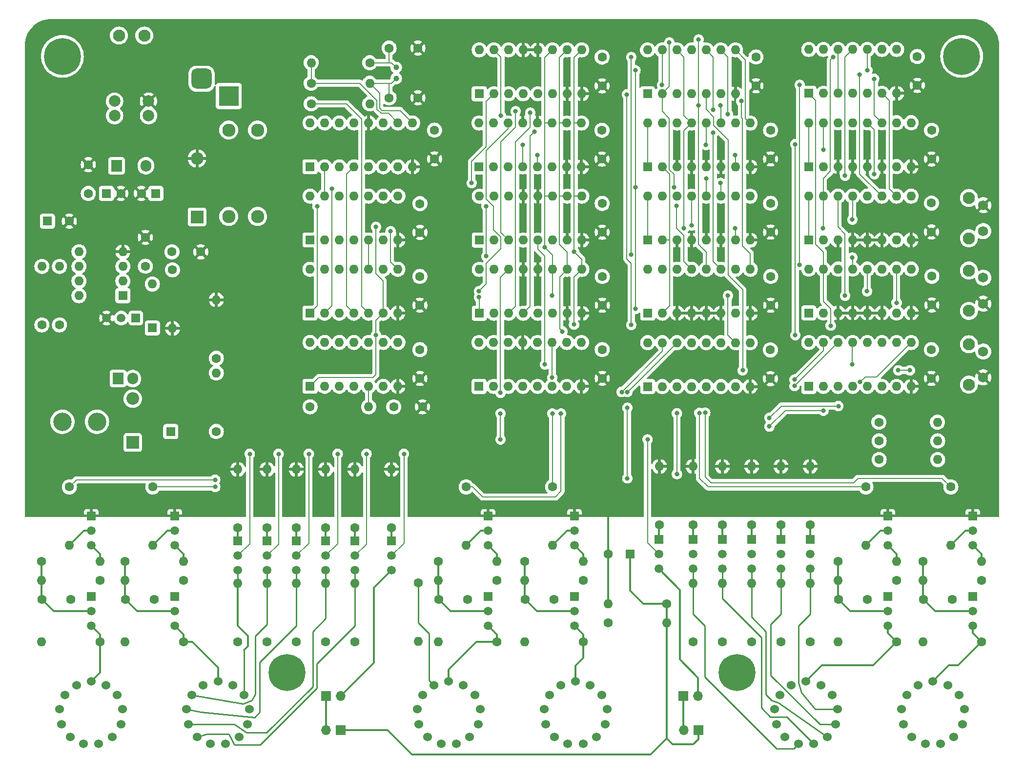
<source format=gbr>
G04 #@! TF.GenerationSoftware,KiCad,Pcbnew,(6.0.10)*
G04 #@! TF.CreationDate,2023-04-15T17:26:43+02:00*
G04 #@! TF.ProjectId,NixieClock,4e697869-6543-46c6-9f63-6b2e6b696361,rev?*
G04 #@! TF.SameCoordinates,Original*
G04 #@! TF.FileFunction,Copper,L2,Bot*
G04 #@! TF.FilePolarity,Positive*
%FSLAX46Y46*%
G04 Gerber Fmt 4.6, Leading zero omitted, Abs format (unit mm)*
G04 Created by KiCad (PCBNEW (6.0.10)) date 2023-04-15 17:26:43*
%MOMM*%
%LPD*%
G01*
G04 APERTURE LIST*
G04 Aperture macros list*
%AMRoundRect*
0 Rectangle with rounded corners*
0 $1 Rounding radius*
0 $2 $3 $4 $5 $6 $7 $8 $9 X,Y pos of 4 corners*
0 Add a 4 corners polygon primitive as box body*
4,1,4,$2,$3,$4,$5,$6,$7,$8,$9,$2,$3,0*
0 Add four circle primitives for the rounded corners*
1,1,$1+$1,$2,$3*
1,1,$1+$1,$4,$5*
1,1,$1+$1,$6,$7*
1,1,$1+$1,$8,$9*
0 Add four rect primitives between the rounded corners*
20,1,$1+$1,$2,$3,$4,$5,0*
20,1,$1+$1,$4,$5,$6,$7,0*
20,1,$1+$1,$6,$7,$8,$9,0*
20,1,$1+$1,$8,$9,$2,$3,0*%
G04 Aperture macros list end*
G04 #@! TA.AperFunction,ComponentPad*
%ADD10C,1.600000*%
G04 #@! TD*
G04 #@! TA.AperFunction,ComponentPad*
%ADD11R,1.600000X1.600000*%
G04 #@! TD*
G04 #@! TA.AperFunction,ComponentPad*
%ADD12O,2.200000X2.200000*%
G04 #@! TD*
G04 #@! TA.AperFunction,ComponentPad*
%ADD13R,2.200000X2.200000*%
G04 #@! TD*
G04 #@! TA.AperFunction,ComponentPad*
%ADD14O,1.600000X1.600000*%
G04 #@! TD*
G04 #@! TA.AperFunction,ComponentPad*
%ADD15R,3.500000X3.500000*%
G04 #@! TD*
G04 #@! TA.AperFunction,ComponentPad*
%ADD16RoundRect,0.750000X-1.000000X0.750000X-1.000000X-0.750000X1.000000X-0.750000X1.000000X0.750000X0*%
G04 #@! TD*
G04 #@! TA.AperFunction,ComponentPad*
%ADD17RoundRect,0.875000X-0.875000X0.875000X-0.875000X-0.875000X0.875000X-0.875000X0.875000X0.875000X0*%
G04 #@! TD*
G04 #@! TA.AperFunction,ComponentPad*
%ADD18C,3.200000*%
G04 #@! TD*
G04 #@! TA.AperFunction,ComponentPad*
%ADD19C,1.524000*%
G04 #@! TD*
G04 #@! TA.AperFunction,ComponentPad*
%ADD20R,1.500000X1.500000*%
G04 #@! TD*
G04 #@! TA.AperFunction,ComponentPad*
%ADD21C,1.500000*%
G04 #@! TD*
G04 #@! TA.AperFunction,ComponentPad*
%ADD22O,1.905000X2.000000*%
G04 #@! TD*
G04 #@! TA.AperFunction,ComponentPad*
%ADD23R,1.905000X2.000000*%
G04 #@! TD*
G04 #@! TA.AperFunction,ComponentPad*
%ADD24C,1.000000*%
G04 #@! TD*
G04 #@! TA.AperFunction,WasherPad*
%ADD25C,2.100000*%
G04 #@! TD*
G04 #@! TA.AperFunction,ComponentPad*
%ADD26C,2.000000*%
G04 #@! TD*
G04 #@! TA.AperFunction,ComponentPad*
%ADD27C,6.400000*%
G04 #@! TD*
G04 #@! TA.AperFunction,ComponentPad*
%ADD28C,2.100000*%
G04 #@! TD*
G04 #@! TA.AperFunction,ComponentPad*
%ADD29C,1.750000*%
G04 #@! TD*
G04 #@! TA.AperFunction,ComponentPad*
%ADD30C,2.300000*%
G04 #@! TD*
G04 #@! TA.AperFunction,ComponentPad*
%ADD31R,1.700000X1.700000*%
G04 #@! TD*
G04 #@! TA.AperFunction,ComponentPad*
%ADD32O,1.700000X1.700000*%
G04 #@! TD*
G04 #@! TA.AperFunction,ViaPad*
%ADD33C,0.800000*%
G04 #@! TD*
G04 #@! TA.AperFunction,Conductor*
%ADD34C,0.203200*%
G04 #@! TD*
G04 #@! TA.AperFunction,Conductor*
%ADD35C,0.304800*%
G04 #@! TD*
G04 #@! TA.AperFunction,Conductor*
%ADD36C,0.250000*%
G04 #@! TD*
G04 #@! TA.AperFunction,Conductor*
%ADD37C,0.254000*%
G04 #@! TD*
G04 APERTURE END LIST*
D10*
X122936000Y-130302000D03*
X117936000Y-130302000D03*
X177292000Y-130302000D03*
X172292000Y-130302000D03*
D11*
X205486000Y-122428000D03*
D10*
X201686000Y-122428000D03*
X192238000Y-130302000D03*
X187238000Y-130302000D03*
X246594000Y-130302000D03*
X241594000Y-130302000D03*
X261326000Y-130302000D03*
X256326000Y-130302000D03*
X125800000Y-97335302D03*
D11*
X125800000Y-101135302D03*
D10*
X229868009Y-74210000D03*
X229868009Y-79210000D03*
X257758009Y-61475000D03*
X257758009Y-66475000D03*
X229853009Y-61510000D03*
X229853009Y-66510000D03*
X257778009Y-48820000D03*
X257778009Y-53820000D03*
X229853009Y-48810000D03*
X229853009Y-53810000D03*
X200650000Y-86900000D03*
X200650000Y-91900000D03*
X200658009Y-74210000D03*
X200658009Y-79210000D03*
X200643009Y-61520000D03*
X200643009Y-66520000D03*
X200591000Y-53820000D03*
X200591000Y-48820000D03*
X200623009Y-36120000D03*
X200623009Y-41120000D03*
X171550000Y-48800000D03*
X171550000Y-53800000D03*
X229816000Y-86950000D03*
X229816000Y-91950000D03*
X257756000Y-86910000D03*
X257756000Y-91910000D03*
X227318009Y-36110000D03*
X227318009Y-41110000D03*
X163670000Y-34554000D03*
X168670000Y-34554000D03*
X163670000Y-43190000D03*
X168670000Y-43190000D03*
D11*
X123200000Y-59800000D03*
D10*
X120700000Y-59800000D03*
X117149327Y-59800000D03*
D11*
X114649327Y-59800000D03*
D10*
X111494887Y-54800000D03*
X111494887Y-59800000D03*
X131000000Y-69930000D03*
X126000000Y-69930000D03*
X108197349Y-64600000D03*
D11*
X104397349Y-64600000D03*
D10*
X121400000Y-67430000D03*
X121400000Y-72430000D03*
D12*
X119200000Y-95420000D03*
D13*
X119200000Y-103040000D03*
X130350000Y-63860000D03*
D12*
X130350000Y-53700000D03*
D14*
X122600000Y-75520000D03*
D11*
X122600000Y-83140000D03*
D15*
X135850000Y-42880000D03*
D16*
X135850000Y-36880000D03*
D17*
X131150000Y-39880000D03*
D18*
X113000000Y-99430000D03*
X107000000Y-99430000D03*
D19*
X112000000Y-144500000D03*
X109440000Y-145130000D03*
X107470000Y-146880000D03*
X106540000Y-149340000D03*
X106860000Y-151950000D03*
X108350000Y-154120000D03*
X110680000Y-155340000D03*
X113320000Y-155340000D03*
X115650000Y-154120000D03*
X117140000Y-151950000D03*
X117460000Y-149340000D03*
X116530000Y-146880000D03*
X114560000Y-145130000D03*
X134000000Y-144500000D03*
X131440000Y-145130000D03*
X129470000Y-146880000D03*
X128540000Y-149340000D03*
X128860000Y-151950000D03*
X130350000Y-154120000D03*
X132680000Y-155340000D03*
X135320000Y-155340000D03*
X137650000Y-154120000D03*
X139140000Y-151950000D03*
X139460000Y-149340000D03*
X138530000Y-146880000D03*
X136560000Y-145130000D03*
X174000000Y-144500000D03*
X171440000Y-145130000D03*
X169470000Y-146880000D03*
X168540000Y-149340000D03*
X168860000Y-151950000D03*
X170350000Y-154120000D03*
X172680000Y-155340000D03*
X175320000Y-155340000D03*
X177650000Y-154120000D03*
X179140000Y-151950000D03*
X179460000Y-149340000D03*
X178530000Y-146880000D03*
X176560000Y-145130000D03*
X196000000Y-144500000D03*
X193440000Y-145130000D03*
X191470000Y-146880000D03*
X190540000Y-149340000D03*
X190860000Y-151950000D03*
X192350000Y-154120000D03*
X194680000Y-155340000D03*
X197320000Y-155340000D03*
X199650000Y-154120000D03*
X201140000Y-151950000D03*
X201460000Y-149340000D03*
X200530000Y-146880000D03*
X198560000Y-145130000D03*
X236000000Y-144500000D03*
X233440000Y-145130000D03*
X231470000Y-146880000D03*
X230540000Y-149340000D03*
X230860000Y-151950000D03*
X232350000Y-154120000D03*
X234680000Y-155340000D03*
X237320000Y-155340000D03*
X239650000Y-154120000D03*
X241140000Y-151950000D03*
X241460000Y-149340000D03*
X240530000Y-146880000D03*
X238560000Y-145130000D03*
X258000000Y-144500000D03*
X255440000Y-145130000D03*
X253470000Y-146880000D03*
X252540000Y-149340000D03*
X252860000Y-151950000D03*
X254350000Y-154120000D03*
X256680000Y-155340000D03*
X259320000Y-155340000D03*
X261650000Y-154120000D03*
X263140000Y-151950000D03*
X263460000Y-149340000D03*
X262530000Y-146880000D03*
X260560000Y-145130000D03*
D20*
X112014000Y-129794000D03*
D21*
X112014000Y-132334000D03*
X112014000Y-134874000D03*
D20*
X126492000Y-129794000D03*
D21*
X126492000Y-132334000D03*
X126492000Y-134874000D03*
D20*
X180848000Y-129794000D03*
D21*
X180848000Y-132334000D03*
X180848000Y-134874000D03*
D20*
X112014000Y-115824000D03*
D21*
X112014000Y-118364000D03*
X112014000Y-120904000D03*
D20*
X126492000Y-115824000D03*
D21*
X126492000Y-118364000D03*
X126492000Y-120904000D03*
D20*
X180848000Y-115824000D03*
D21*
X180848000Y-118364000D03*
X180848000Y-120904000D03*
D20*
X195834000Y-129794000D03*
D21*
X195834000Y-132334000D03*
X195834000Y-134874000D03*
D20*
X250190000Y-129794000D03*
D21*
X250190000Y-132334000D03*
X250190000Y-134874000D03*
D20*
X264922000Y-129794000D03*
D21*
X264922000Y-132334000D03*
X264922000Y-134874000D03*
D20*
X164083994Y-120142000D03*
D21*
X164083994Y-122682000D03*
X164083994Y-125222000D03*
D20*
X210460000Y-119888000D03*
D21*
X210460000Y-122428000D03*
X210460000Y-124968000D03*
D20*
X195834000Y-115824000D03*
D21*
X195834000Y-118364000D03*
X195834000Y-120904000D03*
D20*
X250190000Y-115824000D03*
D21*
X250190000Y-118364000D03*
X250190000Y-120904000D03*
D20*
X264922000Y-115824000D03*
D21*
X264922000Y-118364000D03*
X264922000Y-120904000D03*
D20*
X137414000Y-120142000D03*
D21*
X137414000Y-122682000D03*
X137414000Y-125222000D03*
D20*
X142494000Y-120142000D03*
D21*
X142494000Y-122682000D03*
X142494000Y-125222000D03*
D20*
X147574000Y-120142000D03*
D21*
X147574000Y-122682000D03*
X147574000Y-125222000D03*
D20*
X152654000Y-120142000D03*
D21*
X152654000Y-122682000D03*
X152654000Y-125222000D03*
D20*
X157734000Y-120142000D03*
D21*
X157734000Y-122682000D03*
X157734000Y-125222000D03*
D20*
X216408000Y-119888000D03*
D21*
X216408000Y-122428000D03*
X216408000Y-124968000D03*
D20*
X221488000Y-119888000D03*
D21*
X221488000Y-122428000D03*
X221488000Y-124968000D03*
D20*
X226568000Y-119888000D03*
D21*
X226568000Y-122428000D03*
X226568000Y-124968000D03*
D20*
X231648000Y-119888000D03*
D21*
X231648000Y-122428000D03*
X231648000Y-124968000D03*
D20*
X236728000Y-119888000D03*
D21*
X236728000Y-122428000D03*
X236728000Y-124968000D03*
D22*
X121740000Y-91930000D03*
X119200000Y-91930000D03*
D23*
X116660000Y-91930000D03*
D21*
X114660000Y-81430000D03*
X117200000Y-81430000D03*
D20*
X119740000Y-81430000D03*
D10*
X113538000Y-127000000D03*
D14*
X103378000Y-127000000D03*
D10*
X128016000Y-127000000D03*
D14*
X117856000Y-127000000D03*
D10*
X182372000Y-127000000D03*
D14*
X172212000Y-127000000D03*
D10*
X201676000Y-134366000D03*
D14*
X211836000Y-134366000D03*
D10*
X103378000Y-123698000D03*
D14*
X113538000Y-123698000D03*
D10*
X117856000Y-123698000D03*
D14*
X128016000Y-123698000D03*
D10*
X172212000Y-123698000D03*
D14*
X182372000Y-123698000D03*
D10*
X128016000Y-137668000D03*
D14*
X117856000Y-137668000D03*
D10*
X182372000Y-137668000D03*
D14*
X172212000Y-137668000D03*
D10*
X108204000Y-110744000D03*
D14*
X108204000Y-120904000D03*
D10*
X122682000Y-110744000D03*
D14*
X122682000Y-120904000D03*
D10*
X177038000Y-110744000D03*
D14*
X177038000Y-120904000D03*
D10*
X211836000Y-131064000D03*
D14*
X201676000Y-131064000D03*
D10*
X197358000Y-127000000D03*
D14*
X187198000Y-127000000D03*
D10*
X251714000Y-127000000D03*
D14*
X241554000Y-127000000D03*
D10*
X266446000Y-127000000D03*
D14*
X256286000Y-127000000D03*
D10*
X187198000Y-123698000D03*
D14*
X197358000Y-123698000D03*
D10*
X241554000Y-123698000D03*
D14*
X251714000Y-123698000D03*
D10*
X256286000Y-123698000D03*
D14*
X266446000Y-123698000D03*
D10*
X164084000Y-117856000D03*
D14*
X164084000Y-107696000D03*
D10*
X210566000Y-117348000D03*
D14*
X210566000Y-107188000D03*
D10*
X197358000Y-137668000D03*
D14*
X187198000Y-137668000D03*
D10*
X251714000Y-137668000D03*
D14*
X241554000Y-137668000D03*
D10*
X266446000Y-137668000D03*
D14*
X256286000Y-137668000D03*
D10*
X192024000Y-110744000D03*
D14*
X192024000Y-120904000D03*
D10*
X246380000Y-110744000D03*
D14*
X246380000Y-120904000D03*
D10*
X261112000Y-110744000D03*
D14*
X261112000Y-120904000D03*
D10*
X168700000Y-127420000D03*
D14*
X168700000Y-137580000D03*
D10*
X137414000Y-137668000D03*
D14*
X137414000Y-127508000D03*
D10*
X142494000Y-137668000D03*
D14*
X142494000Y-127508000D03*
D10*
X147574000Y-137668000D03*
D14*
X147574000Y-127508000D03*
D10*
X152654000Y-137668000D03*
D14*
X152654000Y-127508000D03*
D10*
X157734000Y-137668000D03*
D14*
X157734000Y-127508000D03*
D10*
X137414000Y-117856000D03*
D14*
X137414000Y-107696000D03*
D10*
X142494000Y-117856000D03*
D14*
X142494000Y-107696000D03*
D10*
X147574000Y-117856000D03*
D14*
X147574000Y-107696000D03*
D10*
X152654000Y-117856000D03*
D14*
X152654000Y-107696000D03*
D10*
X157734000Y-117856000D03*
D14*
X157734000Y-107696000D03*
D10*
X216408000Y-137668000D03*
D14*
X216408000Y-127508000D03*
D10*
X221488000Y-137668000D03*
D14*
X221488000Y-127508000D03*
D10*
X226568000Y-137668000D03*
D14*
X226568000Y-127508000D03*
D10*
X231648000Y-137668000D03*
D14*
X231648000Y-127508000D03*
D10*
X236728000Y-137668000D03*
D14*
X236728000Y-127508000D03*
D10*
X216408000Y-117348000D03*
D14*
X216408000Y-107188000D03*
D10*
X221488000Y-117348000D03*
D14*
X221488000Y-107188000D03*
D10*
X226568000Y-117348000D03*
D14*
X226568000Y-107188000D03*
D10*
X231648000Y-117348000D03*
D14*
X231648000Y-107188000D03*
D10*
X236728000Y-117348000D03*
D14*
X236728000Y-107188000D03*
D10*
X160312989Y-37104008D03*
D14*
X150152989Y-37104008D03*
X160312999Y-40660008D03*
D10*
X150152999Y-40660008D03*
X149960000Y-96826000D03*
D14*
X160120000Y-96826000D03*
D10*
X248670000Y-106000000D03*
D14*
X258830000Y-106000000D03*
X258830000Y-102750000D03*
D10*
X248670000Y-102750000D03*
X248632009Y-99500000D03*
D14*
X258792009Y-99500000D03*
D10*
X150152999Y-44240000D03*
D14*
X160312999Y-44240000D03*
X106500000Y-72450000D03*
D10*
X106500000Y-82610000D03*
D14*
X103452000Y-72450000D03*
D10*
X103452000Y-82610000D03*
D14*
X133700000Y-90950000D03*
D10*
X133700000Y-101110000D03*
D14*
X133700000Y-78250000D03*
D10*
X133700000Y-88410000D03*
D14*
X126100000Y-83210000D03*
D10*
X126100000Y-73050000D03*
D14*
X236472009Y-34780000D03*
X239012009Y-34780000D03*
X241552009Y-34780000D03*
X244092009Y-34780000D03*
X246632009Y-34780000D03*
X249172009Y-34780000D03*
X251712009Y-34780000D03*
X251712009Y-42400000D03*
X249172009Y-42400000D03*
X246632009Y-42400000D03*
X244092009Y-42400000D03*
X241552009Y-42400000D03*
X239012009Y-42400000D03*
D11*
X236472009Y-42400000D03*
X208502009Y-42480000D03*
D14*
X211042009Y-42480000D03*
X213582009Y-42480000D03*
X216122009Y-42480000D03*
X218662009Y-42480000D03*
X221202009Y-42480000D03*
X223742009Y-42480000D03*
X223742009Y-34860000D03*
X221202009Y-34860000D03*
X218662009Y-34860000D03*
X216122009Y-34860000D03*
X213582009Y-34860000D03*
X211042009Y-34860000D03*
X208502009Y-34860000D03*
D11*
X149960000Y-93270000D03*
D14*
X152500000Y-93270000D03*
X155040000Y-93270000D03*
X157580000Y-93270000D03*
X160120000Y-93270000D03*
X162660000Y-93270000D03*
X165200000Y-93270000D03*
X165200000Y-85650000D03*
X162660000Y-85650000D03*
X160120000Y-85650000D03*
X157580000Y-85650000D03*
X155040000Y-85650000D03*
X152500000Y-85650000D03*
X149960000Y-85650000D03*
D11*
X149942335Y-80570000D03*
D14*
X152482335Y-80570000D03*
X155022335Y-80570000D03*
X157562335Y-80570000D03*
X160102335Y-80570000D03*
X162642335Y-80570000D03*
X165182335Y-80570000D03*
X165182335Y-72950000D03*
X162642335Y-72950000D03*
X160102335Y-72950000D03*
X157562335Y-72950000D03*
X155022335Y-72950000D03*
X152482335Y-72950000D03*
X149942335Y-72950000D03*
D11*
X179270000Y-93280000D03*
D14*
X181810000Y-93280000D03*
X184350000Y-93280000D03*
X186890000Y-93280000D03*
X189430000Y-93280000D03*
X191970000Y-93280000D03*
X194510000Y-93280000D03*
X197050000Y-93280000D03*
X197050000Y-85660000D03*
X194510000Y-85660000D03*
X191970000Y-85660000D03*
X189430000Y-85660000D03*
X186890000Y-85660000D03*
X184350000Y-85660000D03*
X181810000Y-85660000D03*
X179270000Y-85660000D03*
D11*
X149960000Y-67870000D03*
D14*
X152500000Y-67870000D03*
X155040000Y-67870000D03*
X157580000Y-67870000D03*
X160120000Y-67870000D03*
X162660000Y-67870000D03*
X165200000Y-67870000D03*
X165200000Y-60250000D03*
X162660000Y-60250000D03*
X160120000Y-60250000D03*
X157580000Y-60250000D03*
X155040000Y-60250000D03*
X152500000Y-60250000D03*
X149960000Y-60250000D03*
D11*
X149960000Y-55170000D03*
D14*
X152500000Y-55170000D03*
X155040000Y-55170000D03*
X157580000Y-55170000D03*
X160120000Y-55170000D03*
X162660000Y-55170000D03*
X165200000Y-55170000D03*
X167740000Y-55170000D03*
X167740000Y-47550000D03*
X165200000Y-47550000D03*
X162660000Y-47550000D03*
X160120000Y-47550000D03*
X157580000Y-47550000D03*
X155040000Y-47550000D03*
X152500000Y-47550000D03*
X149960000Y-47550000D03*
D11*
X236472009Y-93280000D03*
D14*
X239012009Y-93280000D03*
X241552009Y-93280000D03*
X244092009Y-93280000D03*
X246632009Y-93280000D03*
X249172009Y-93280000D03*
X251712009Y-93280000D03*
X254252009Y-93280000D03*
X254252009Y-85660000D03*
X251712009Y-85660000D03*
X249172009Y-85660000D03*
X246632009Y-85660000D03*
X244092009Y-85660000D03*
X241552009Y-85660000D03*
X239012009Y-85660000D03*
X236472009Y-85660000D03*
D11*
X208532009Y-93320000D03*
D14*
X211072009Y-93320000D03*
X213612009Y-93320000D03*
X216152009Y-93320000D03*
X218692009Y-93320000D03*
X221232009Y-93320000D03*
X223772009Y-93320000D03*
X226312009Y-93320000D03*
X226312009Y-85700000D03*
X223772009Y-85700000D03*
X221232009Y-85700000D03*
X218692009Y-85700000D03*
X216152009Y-85700000D03*
X213612009Y-85700000D03*
X211072009Y-85700000D03*
X208532009Y-85700000D03*
D11*
X179322009Y-80580000D03*
D14*
X181862009Y-80580000D03*
X184402009Y-80580000D03*
X186942009Y-80580000D03*
X189482009Y-80580000D03*
X192022009Y-80580000D03*
X194562009Y-80580000D03*
X197102009Y-80580000D03*
X197102009Y-72960000D03*
X194562009Y-72960000D03*
X192022009Y-72960000D03*
X189482009Y-72960000D03*
X186942009Y-72960000D03*
X184402009Y-72960000D03*
X181862009Y-72960000D03*
X179322009Y-72960000D03*
D11*
X179322009Y-67880000D03*
D14*
X181862009Y-67880000D03*
X184402009Y-67880000D03*
X186942009Y-67880000D03*
X189482009Y-67880000D03*
X192022009Y-67880000D03*
X194562009Y-67880000D03*
X197102009Y-67880000D03*
X197102009Y-60260000D03*
X194562009Y-60260000D03*
X192022009Y-60260000D03*
X189482009Y-60260000D03*
X186942009Y-60260000D03*
X184402009Y-60260000D03*
X181862009Y-60260000D03*
X179322009Y-60260000D03*
D11*
X179270000Y-55180000D03*
D14*
X181810000Y-55180000D03*
X184350000Y-55180000D03*
X186890000Y-55180000D03*
X189430000Y-55180000D03*
X191970000Y-55180000D03*
X194510000Y-55180000D03*
X197050000Y-55180000D03*
X197050000Y-47560000D03*
X194510000Y-47560000D03*
X191970000Y-47560000D03*
X189430000Y-47560000D03*
X186890000Y-47560000D03*
X184350000Y-47560000D03*
X181810000Y-47560000D03*
X179270000Y-47560000D03*
D11*
X179302009Y-42480000D03*
D14*
X181842009Y-42480000D03*
X184382009Y-42480000D03*
X186922009Y-42480000D03*
X189462009Y-42480000D03*
X192002009Y-42480000D03*
X194542009Y-42480000D03*
X197082009Y-42480000D03*
X197082009Y-34860000D03*
X194542009Y-34860000D03*
X192002009Y-34860000D03*
X189462009Y-34860000D03*
X186922009Y-34860000D03*
X184382009Y-34860000D03*
X181842009Y-34860000D03*
X179302009Y-34860000D03*
D11*
X236457009Y-55140000D03*
D14*
X238997009Y-55140000D03*
X241537009Y-55140000D03*
X244077009Y-55140000D03*
X246617009Y-55140000D03*
X249157009Y-55140000D03*
X251697009Y-55140000D03*
X254237009Y-55140000D03*
X254237009Y-47520000D03*
X251697009Y-47520000D03*
X249157009Y-47520000D03*
X246617009Y-47520000D03*
X244077009Y-47520000D03*
X241537009Y-47520000D03*
X238997009Y-47520000D03*
X236457009Y-47520000D03*
D11*
X208517009Y-55180000D03*
D14*
X211057009Y-55180000D03*
X213597009Y-55180000D03*
X216137009Y-55180000D03*
X218677009Y-55180000D03*
X221217009Y-55180000D03*
X223757009Y-55180000D03*
X226297009Y-55180000D03*
X226297009Y-47560000D03*
X223757009Y-47560000D03*
X221217009Y-47560000D03*
X218677009Y-47560000D03*
X216137009Y-47560000D03*
X213597009Y-47560000D03*
X211057009Y-47560000D03*
X208517009Y-47560000D03*
D11*
X236437009Y-67875000D03*
D14*
X238977009Y-67875000D03*
X241517009Y-67875000D03*
X244057009Y-67875000D03*
X246597009Y-67875000D03*
X249137009Y-67875000D03*
X251677009Y-67875000D03*
X254217009Y-67875000D03*
X254217009Y-60255000D03*
X251677009Y-60255000D03*
X249137009Y-60255000D03*
X246597009Y-60255000D03*
X244057009Y-60255000D03*
X241517009Y-60255000D03*
X238977009Y-60255000D03*
X236437009Y-60255000D03*
D11*
X208517009Y-67880000D03*
D14*
X211057009Y-67880000D03*
X213597009Y-67880000D03*
X216137009Y-67880000D03*
X218677009Y-67880000D03*
X221217009Y-67880000D03*
X223757009Y-67880000D03*
X226297009Y-67880000D03*
X226297009Y-60260000D03*
X223757009Y-60260000D03*
X221217009Y-60260000D03*
X218677009Y-60260000D03*
X216137009Y-60260000D03*
X213597009Y-60260000D03*
X211057009Y-60260000D03*
X208517009Y-60260000D03*
D11*
X236472009Y-80540000D03*
D14*
X239012009Y-80540000D03*
X241552009Y-80540000D03*
X244092009Y-80540000D03*
X246632009Y-80540000D03*
X249172009Y-80540000D03*
X251712009Y-80540000D03*
X254252009Y-80540000D03*
X254252009Y-72920000D03*
X251712009Y-72920000D03*
X249172009Y-72920000D03*
X246632009Y-72920000D03*
X244092009Y-72920000D03*
X241552009Y-72920000D03*
X239012009Y-72920000D03*
X236472009Y-72920000D03*
D11*
X208547009Y-80570000D03*
D14*
X211087009Y-80570000D03*
X213627009Y-80570000D03*
X216167009Y-80570000D03*
X218707009Y-80570000D03*
X221247009Y-80570000D03*
X223787009Y-80570000D03*
X226327009Y-80570000D03*
X226327009Y-72950000D03*
X223787009Y-72950000D03*
X221247009Y-72950000D03*
X218707009Y-72950000D03*
X216167009Y-72950000D03*
X213627009Y-72950000D03*
X211087009Y-72950000D03*
X208547009Y-72950000D03*
D22*
X121484887Y-54980000D03*
X118944887Y-54980000D03*
D23*
X116404887Y-54980000D03*
D14*
X109880000Y-77530000D03*
X109880000Y-74990000D03*
X109880000Y-72450000D03*
X109880000Y-69910000D03*
X117500000Y-69910000D03*
X117500000Y-72450000D03*
X117500000Y-74990000D03*
D11*
X117500000Y-77530000D03*
D24*
X164900000Y-39831993D03*
X164900000Y-37931993D03*
D10*
X108458000Y-130302000D03*
X103458000Y-130302000D03*
X113538000Y-137668000D03*
D14*
X103378000Y-137668000D03*
D25*
X116800000Y-32380000D03*
X121200000Y-32380000D03*
D26*
X121950000Y-46280000D03*
X121950000Y-43780000D03*
X116050000Y-46280000D03*
X116050000Y-43780000D03*
D27*
X224000000Y-143000000D03*
X107000000Y-36000000D03*
D28*
X264247500Y-92985000D03*
X264247500Y-85975000D03*
D29*
X266737500Y-87225000D03*
X266737500Y-91725000D03*
D27*
X263000000Y-36000000D03*
X146000000Y-143000000D03*
D29*
X266737500Y-78925000D03*
X266737500Y-74425000D03*
D28*
X264247500Y-73175000D03*
X264247500Y-80185000D03*
D30*
X140850000Y-63780000D03*
X135850000Y-63780000D03*
X135850000Y-48780000D03*
X140850000Y-48780000D03*
D10*
X169010000Y-74200000D03*
X169010000Y-79200000D03*
D31*
X214750000Y-147000000D03*
D32*
X217290000Y-147000000D03*
D10*
X164476258Y-96838009D03*
X169476258Y-96838009D03*
D31*
X155300000Y-153000000D03*
D32*
X152760000Y-153000000D03*
D31*
X217300000Y-153000000D03*
D32*
X214760000Y-153000000D03*
D28*
X264247500Y-67585000D03*
X264247500Y-60575000D03*
D29*
X266737500Y-61825000D03*
X266737500Y-66325000D03*
D10*
X169008258Y-86912009D03*
X169008258Y-91912009D03*
X255288009Y-36030000D03*
X255288009Y-41030000D03*
X257823009Y-74160000D03*
X257823009Y-79160000D03*
X169026093Y-61563231D03*
X169026093Y-66563231D03*
D31*
X152750000Y-147000000D03*
D32*
X155290000Y-147000000D03*
D33*
X177200000Y-72500000D03*
X221200000Y-51300000D03*
X193300000Y-87300000D03*
X198750000Y-61750000D03*
X226300000Y-51300000D03*
X199453984Y-46953984D03*
X183000000Y-102500000D03*
X208500000Y-102500000D03*
X183000000Y-98000000D03*
X183000000Y-94397300D03*
X166250000Y-105000000D03*
X229650000Y-98750000D03*
X241600000Y-96700000D03*
X139500000Y-105000000D03*
X144500000Y-105000000D03*
X234000000Y-93212009D03*
X239012009Y-97512009D03*
X149750000Y-105000000D03*
X229650000Y-100250000D03*
X234000000Y-92100000D03*
X154750000Y-105000000D03*
X159750000Y-105000000D03*
X245400000Y-92500000D03*
X213600000Y-97950000D03*
X133500000Y-109500000D03*
X213600000Y-108500000D03*
X133506000Y-110744000D03*
X205000000Y-109250000D03*
X205002703Y-94250000D03*
X205002703Y-97000000D03*
X193500000Y-98000000D03*
X192000000Y-98000000D03*
X204000000Y-94250000D03*
X217500000Y-97900000D03*
X218502703Y-97852703D03*
X254000000Y-90500000D03*
X225000000Y-90500000D03*
X252000000Y-90500000D03*
X234896000Y-72198000D03*
X234896000Y-40956000D03*
X240282009Y-82750000D03*
X224773500Y-43750000D03*
X206400000Y-38400000D03*
X206448000Y-79818000D03*
X246632009Y-38417991D03*
X206448000Y-58736000D03*
X218689164Y-57212000D03*
X242770000Y-56704000D03*
X212290000Y-33590000D03*
X213066509Y-58736000D03*
X217370000Y-44512000D03*
X217370000Y-33082000D03*
X238960000Y-65848000D03*
X223720000Y-65848000D03*
X240738000Y-36130000D03*
X214830000Y-65848000D03*
X185620000Y-45528000D03*
X219910000Y-45274000D03*
X222450000Y-46036000D03*
X188160000Y-45782000D03*
X151230000Y-62028000D03*
X161390000Y-65584000D03*
X161390000Y-84380000D03*
X191970000Y-91756000D03*
X153770000Y-58980000D03*
X251712009Y-78749991D03*
X163930000Y-66346000D03*
X193750000Y-83750000D03*
X195780000Y-69912000D03*
X195750000Y-82554300D03*
X190700000Y-69150000D03*
X222450000Y-77532000D03*
X191970000Y-77532000D03*
X211020000Y-40956000D03*
X223720000Y-53142300D03*
X238997009Y-52247009D03*
X242770000Y-77532000D03*
X179270000Y-77786000D03*
X188922000Y-49084000D03*
X213560000Y-61983300D03*
X180540000Y-61993300D03*
X244040000Y-70928000D03*
X180540000Y-70674000D03*
X216150000Y-65350000D03*
X244040000Y-64324000D03*
X247850000Y-56450000D03*
X218640000Y-51370000D03*
X186890000Y-51370000D03*
X246580000Y-76770000D03*
X179270000Y-76770000D03*
X219910000Y-49250000D03*
X183080000Y-46290000D03*
X205686000Y-70420000D03*
X205686000Y-36130000D03*
X221180000Y-44512000D03*
X247800000Y-39900000D03*
X221180000Y-57974000D03*
X178000000Y-57974000D03*
X245300000Y-39200000D03*
X190700000Y-89470000D03*
X244040000Y-89470000D03*
X189430000Y-53148000D03*
X234134000Y-84390000D03*
X234134000Y-51250000D03*
X204924000Y-42600000D03*
X205686000Y-82612000D03*
D34*
X205686000Y-71944000D02*
X205686000Y-82612000D01*
X204924000Y-71182000D02*
X205686000Y-71944000D01*
X204924000Y-42600000D02*
X204924000Y-71182000D01*
X247850000Y-46212991D02*
X249157009Y-47520000D01*
X247800000Y-39900000D02*
X247850000Y-39950000D01*
X247850000Y-39950000D02*
X247850000Y-46212991D01*
X245310000Y-56427991D02*
X249137009Y-60255000D01*
X245310000Y-39210000D02*
X245310000Y-56427991D01*
X245300000Y-39200000D02*
X245310000Y-39210000D01*
X206448000Y-38448000D02*
X206400000Y-38400000D01*
X206448000Y-79818000D02*
X206448000Y-38448000D01*
X246632009Y-38417991D02*
X246632009Y-34780000D01*
X238997009Y-52247009D02*
X238997009Y-47520000D01*
X234134000Y-51250000D02*
X234134000Y-84390000D01*
X213612009Y-85700000D02*
X205062009Y-94250000D01*
X205062009Y-94250000D02*
X205002703Y-94250000D01*
X259618000Y-109250000D02*
X261112000Y-110744000D01*
X245000000Y-109250000D02*
X259618000Y-109250000D01*
X218500000Y-109000000D02*
X219500000Y-110000000D01*
X218500000Y-97855406D02*
X218500000Y-109000000D01*
X244250000Y-110000000D02*
X245000000Y-109250000D01*
X218502703Y-97852703D02*
X218500000Y-97855406D01*
X219500000Y-110000000D02*
X244250000Y-110000000D01*
X218994000Y-110744000D02*
X246380000Y-110744000D01*
X217512800Y-109262800D02*
X218994000Y-110744000D01*
X217500000Y-97900000D02*
X217500000Y-106717576D01*
X217512800Y-106730376D02*
X217512800Y-109262800D01*
X217500000Y-106717576D02*
X217512800Y-106730376D01*
X213600000Y-97950000D02*
X213600000Y-108500000D01*
X216137009Y-65337009D02*
X216137009Y-60260000D01*
X216150000Y-65350000D02*
X216137009Y-65337009D01*
X254000000Y-90500000D02*
X252000000Y-90500000D01*
X161570000Y-43640000D02*
X158590008Y-40660008D01*
X161570000Y-45190000D02*
X161570000Y-43640000D01*
X158590008Y-40660008D02*
X150152999Y-40660008D01*
X162270000Y-45890000D02*
X161570000Y-45190000D01*
X163540000Y-45890000D02*
X162270000Y-45890000D01*
X165200000Y-47550000D02*
X163540000Y-45890000D01*
X156270000Y-44240000D02*
X158920000Y-46890000D01*
X150152999Y-44240000D02*
X156270000Y-44240000D01*
X158920000Y-79387665D02*
X158920000Y-46890000D01*
X162070000Y-44990000D02*
X162070000Y-42417009D01*
X162470000Y-45390000D02*
X162070000Y-44990000D01*
X162070000Y-42417009D02*
X160312999Y-40660008D01*
X160102335Y-80570000D02*
X158920000Y-79387665D01*
X165580000Y-45390000D02*
X162470000Y-45390000D01*
X167740000Y-47550000D02*
X165580000Y-45390000D01*
D35*
X117856000Y-127000000D02*
X117856000Y-130222000D01*
X117856000Y-130222000D02*
X117936000Y-130302000D01*
X126492000Y-132334000D02*
X119968000Y-132334000D01*
X117856000Y-123698000D02*
X117856000Y-127000000D01*
X119968000Y-132334000D02*
X117936000Y-130302000D01*
X103458000Y-130302000D02*
X105490000Y-132334000D01*
X103378000Y-123698000D02*
X103378000Y-127000000D01*
X103378000Y-130222000D02*
X103458000Y-130302000D01*
X103378000Y-127000000D02*
X103378000Y-130222000D01*
X105490000Y-132334000D02*
X112014000Y-132334000D01*
X189270000Y-132334000D02*
X187238000Y-130302000D01*
X195834000Y-132334000D02*
X189270000Y-132334000D01*
X187198000Y-127000000D02*
X187198000Y-130262000D01*
X187198000Y-123698000D02*
X187198000Y-127000000D01*
X187198000Y-130262000D02*
X187238000Y-130302000D01*
D34*
X221217009Y-51317009D02*
X221200000Y-51300000D01*
D35*
X201651000Y-115824000D02*
X195834000Y-115824000D01*
X201686000Y-122428000D02*
X201686000Y-115811000D01*
X201675000Y-115800000D02*
X201651000Y-115824000D01*
D34*
X221217009Y-55180000D02*
X221217009Y-51317009D01*
D35*
X201676000Y-131064000D02*
X201676000Y-122438000D01*
X201676000Y-122438000D02*
X201686000Y-122428000D01*
X201686000Y-115811000D02*
X201675000Y-115800000D01*
X250190000Y-132334000D02*
X243626000Y-132334000D01*
X241554000Y-123698000D02*
X241554000Y-127000000D01*
X243626000Y-132334000D02*
X241594000Y-130302000D01*
X241554000Y-130262000D02*
X241594000Y-130302000D01*
X241554000Y-127000000D02*
X241554000Y-130262000D01*
X174324000Y-132334000D02*
X172292000Y-130302000D01*
X172212000Y-130222000D02*
X172292000Y-130302000D01*
X172212000Y-123698000D02*
X172212000Y-127000000D01*
X180848000Y-132334000D02*
X174324000Y-132334000D01*
X172212000Y-127000000D02*
X172212000Y-130222000D01*
X256286000Y-127000000D02*
X256286000Y-130262000D01*
X256286000Y-130262000D02*
X256326000Y-130302000D01*
X258358000Y-132334000D02*
X256326000Y-130302000D01*
X256286000Y-123698000D02*
X256286000Y-127000000D01*
X264922000Y-132334000D02*
X258358000Y-132334000D01*
D34*
X236457009Y-55140000D02*
X236457009Y-47520000D01*
X236437009Y-67875000D02*
X236437009Y-60255000D01*
X208517009Y-67880000D02*
X208517009Y-60260000D01*
X208517009Y-55180000D02*
X208517009Y-47560000D01*
X163670000Y-34554000D02*
X163670000Y-37074016D01*
X164072015Y-37104008D02*
X164900000Y-37931993D01*
X163670000Y-37074016D02*
X163640008Y-37104008D01*
X163640008Y-37104008D02*
X164072015Y-37104008D01*
X160312989Y-37104008D02*
X163640008Y-37104008D01*
X163619992Y-40660008D02*
X164071985Y-40660008D01*
X164071985Y-40660008D02*
X164900000Y-39831993D01*
X163670000Y-43190000D02*
X163670000Y-40710016D01*
X160312999Y-40660008D02*
X163619992Y-40660008D01*
X163670000Y-40710016D02*
X163619992Y-40660008D01*
D35*
X137414000Y-120142000D02*
X137414000Y-117856000D01*
X216408000Y-119888000D02*
X216408000Y-117348000D01*
D36*
X164083994Y-117856006D02*
X164084000Y-117856000D01*
D35*
X164083994Y-120142000D02*
X164083994Y-117856006D01*
X142494000Y-117856000D02*
X142494000Y-120142000D01*
X221488000Y-119888000D02*
X221488000Y-117348000D01*
X210460000Y-117454000D02*
X210566000Y-117348000D01*
X210460000Y-119888000D02*
X210460000Y-117454000D01*
D34*
X164083994Y-122682000D02*
X166250000Y-120515994D01*
X208500000Y-120468000D02*
X210460000Y-122428000D01*
X183000000Y-74362009D02*
X183000000Y-94397300D01*
X183000000Y-98000000D02*
X183000000Y-102500000D01*
X184402009Y-72960000D02*
X183000000Y-74362009D01*
X208500000Y-102500000D02*
X208500000Y-120468000D01*
X166250000Y-120515994D02*
X166250000Y-105000000D01*
D35*
X147574000Y-120142000D02*
X147574000Y-117856000D01*
X152654000Y-117856000D02*
X152654000Y-120142000D01*
X226568000Y-117348000D02*
X226568000Y-119888000D01*
X110744000Y-118364000D02*
X108204000Y-120904000D01*
X112014000Y-118364000D02*
X110744000Y-118364000D01*
X113538000Y-122428000D02*
X112014000Y-120904000D01*
X113538000Y-123698000D02*
X113538000Y-122428000D01*
X194564000Y-118364000D02*
X192024000Y-120904000D01*
X195834000Y-118364000D02*
X194564000Y-118364000D01*
X197358000Y-123698000D02*
X197358000Y-122428000D01*
X197358000Y-122428000D02*
X195834000Y-120904000D01*
X231648000Y-117348000D02*
X231648000Y-119888000D01*
X157734000Y-120142000D02*
X157734000Y-117856000D01*
D34*
X231700000Y-96700000D02*
X229650000Y-98750000D01*
X139500000Y-105000000D02*
X139500000Y-120596000D01*
X241600000Y-96700000D02*
X231700000Y-96700000D01*
X139500000Y-120596000D02*
X137414000Y-122682000D01*
D35*
X236728000Y-119888000D02*
X236728000Y-117348000D01*
D34*
X234000000Y-93212009D02*
X241552009Y-85660000D01*
X144500000Y-105000000D02*
X144500000Y-120676000D01*
X144500000Y-120676000D02*
X142494000Y-122682000D01*
X149750000Y-120506000D02*
X147574000Y-122682000D01*
X149750000Y-105000000D02*
X149750000Y-120506000D01*
X239012009Y-97512009D02*
X239000000Y-97500000D01*
X239000000Y-97500000D02*
X232400000Y-97500000D01*
X232400000Y-97500000D02*
X229650000Y-100250000D01*
D35*
X126492000Y-118364000D02*
X125222000Y-118364000D01*
X125222000Y-118364000D02*
X122682000Y-120904000D01*
D34*
X239012009Y-85660000D02*
X239012009Y-87087991D01*
X154750000Y-120586000D02*
X152654000Y-122682000D01*
X239012009Y-87087991D02*
X234000000Y-92100000D01*
X154750000Y-105000000D02*
X154750000Y-120586000D01*
D35*
X128016000Y-122428000D02*
X126492000Y-120904000D01*
X128016000Y-123698000D02*
X128016000Y-122428000D01*
X250190000Y-118364000D02*
X248920000Y-118364000D01*
X248920000Y-118364000D02*
X246380000Y-120904000D01*
D34*
X159750000Y-105000000D02*
X159750000Y-120666000D01*
X159750000Y-120666000D02*
X157734000Y-122682000D01*
D35*
X251714000Y-122428000D02*
X250190000Y-120904000D01*
X251714000Y-123698000D02*
X251714000Y-122428000D01*
X180848000Y-118364000D02*
X179578000Y-118364000D01*
X179578000Y-118364000D02*
X177038000Y-120904000D01*
X182372000Y-122428000D02*
X182372000Y-123698000D01*
X180848000Y-120904000D02*
X182372000Y-122428000D01*
X264922000Y-118364000D02*
X263652000Y-118364000D01*
X263652000Y-118364000D02*
X261112000Y-120904000D01*
D34*
X246250000Y-91650000D02*
X245400000Y-92500000D01*
X254252009Y-85660000D02*
X248262009Y-91650000D01*
X248262009Y-91650000D02*
X246250000Y-91650000D01*
D35*
X266446000Y-122428000D02*
X266446000Y-123698000D01*
X264922000Y-120904000D02*
X266446000Y-122428000D01*
D34*
X109448000Y-109500000D02*
X108204000Y-110744000D01*
X133500000Y-109500000D02*
X109448000Y-109500000D01*
X205002703Y-109247297D02*
X205000000Y-109250000D01*
X205002703Y-97000000D02*
X205002703Y-109247297D01*
X133506000Y-110744000D02*
X122682000Y-110744000D01*
X178169370Y-110744000D02*
X179925370Y-112500000D01*
X177038000Y-110744000D02*
X178169370Y-110744000D01*
X192500000Y-112500000D02*
X193500000Y-111500000D01*
X179925370Y-112500000D02*
X192500000Y-112500000D01*
X193500000Y-111500000D02*
X193500000Y-98000000D01*
X211072009Y-87177991D02*
X211072009Y-85700000D01*
X204000000Y-94250000D02*
X211072009Y-87177991D01*
X192000000Y-98000000D02*
X192024000Y-98024000D01*
X192024000Y-98024000D02*
X192024000Y-110744000D01*
X225000000Y-76500000D02*
X225000000Y-90500000D01*
X218662009Y-45162009D02*
X220000000Y-46500000D01*
X218662009Y-42480000D02*
X218662009Y-45162009D01*
X220000000Y-48000000D02*
X222500000Y-50500000D01*
X222500000Y-50500000D02*
X222500000Y-74000000D01*
X220000000Y-46500000D02*
X220000000Y-48000000D01*
X222500000Y-74000000D02*
X225000000Y-76500000D01*
X150152999Y-37104018D02*
X150152989Y-37104008D01*
X150152999Y-40660008D02*
X150152999Y-37104018D01*
X234896000Y-72198000D02*
X234896000Y-40956000D01*
X239012009Y-78508000D02*
X239012009Y-72920000D01*
X240282009Y-82750000D02*
X240282009Y-79778000D01*
X239012009Y-72920000D02*
X239012009Y-69964009D01*
X240282009Y-79778000D02*
X239012009Y-78508000D01*
X239012009Y-69964009D02*
X237690000Y-68642000D01*
X237690000Y-68642000D02*
X237690000Y-43617991D01*
X237690000Y-43617991D02*
X236472009Y-42400000D01*
X224990000Y-46798000D02*
X224990000Y-68896000D01*
X224773500Y-43750000D02*
X224773500Y-46581500D01*
X241552009Y-42400000D02*
X241552009Y-34780000D01*
X226327009Y-70233009D02*
X226327009Y-72950000D01*
X224773500Y-46581500D02*
X224990000Y-46798000D01*
X224990000Y-68896000D02*
X226327009Y-70233009D01*
X218689164Y-57212000D02*
X218677009Y-57224155D01*
X242770000Y-36102009D02*
X244092009Y-34780000D01*
X242770000Y-56704000D02*
X242770000Y-36102009D01*
X218677009Y-57224155D02*
X218677009Y-60260000D01*
X212290000Y-46798000D02*
X211042009Y-45550009D01*
X212290000Y-33590000D02*
X212290000Y-41232009D01*
X213066509Y-58736000D02*
X213066509Y-56464509D01*
X212290000Y-41232009D02*
X211042009Y-42480000D01*
X211042009Y-45550009D02*
X211042009Y-42480000D01*
X212290000Y-55688000D02*
X212290000Y-46798000D01*
X213066509Y-56464509D02*
X212290000Y-55688000D01*
X217370000Y-44512000D02*
X217370000Y-33082000D01*
X217370000Y-67880000D02*
X217370000Y-44512000D01*
X218707009Y-69979009D02*
X217878000Y-69150000D01*
X217370000Y-68642000D02*
X217370000Y-67880000D01*
X218707009Y-72950000D02*
X218707009Y-69979009D01*
X217878000Y-69150000D02*
X217370000Y-68642000D01*
X223720000Y-65848000D02*
X223757009Y-65885009D01*
X240230000Y-36638000D02*
X240230000Y-55942000D01*
X223757009Y-65885009D02*
X223757009Y-67880000D01*
X238960000Y-65848000D02*
X238977009Y-65830991D01*
X240230000Y-55942000D02*
X238977009Y-57194991D01*
X240738000Y-36130000D02*
X240230000Y-36638000D01*
X238977009Y-65830991D02*
X238977009Y-60255000D01*
X238977009Y-57194991D02*
X238977009Y-60255000D01*
X214830000Y-36107991D02*
X214830000Y-46252991D01*
X214830000Y-48867009D02*
X216137009Y-47560000D01*
X214830000Y-46252991D02*
X216137009Y-47560000D01*
X214830000Y-65848000D02*
X214830000Y-48867009D01*
X213582009Y-34860000D02*
X214830000Y-36107991D01*
X219910000Y-36107991D02*
X218662009Y-34860000D01*
X185620000Y-48322000D02*
X183080000Y-50862000D01*
X183080000Y-66557991D02*
X184402009Y-67880000D01*
X185620000Y-45528000D02*
X185620000Y-48322000D01*
X219910000Y-45274000D02*
X219910000Y-36107991D01*
X183080000Y-50862000D02*
X183080000Y-66557991D01*
X188160000Y-48322000D02*
X185620000Y-50862000D01*
X222450000Y-36107991D02*
X222450000Y-46036000D01*
X188160000Y-45782000D02*
X188160000Y-48322000D01*
X222450000Y-36107991D02*
X221202009Y-34860000D01*
X185620000Y-50862000D02*
X185620000Y-79362009D01*
X185620000Y-79362009D02*
X184402009Y-80580000D01*
X151230000Y-62028000D02*
X151230000Y-79282335D01*
X151230000Y-79282335D02*
X149942335Y-80570000D01*
X151484000Y-91746000D02*
X149960000Y-93270000D01*
X160882000Y-91746000D02*
X151484000Y-91746000D01*
X162642335Y-80570000D02*
X161390000Y-81822335D01*
X161390000Y-84380000D02*
X161390000Y-91238000D01*
X161390000Y-73712000D02*
X161390000Y-65584000D01*
X161390000Y-91238000D02*
X160882000Y-91746000D01*
X162642335Y-74964335D02*
X161390000Y-73712000D01*
X162642335Y-80570000D02*
X162642335Y-74964335D01*
X161390000Y-81822335D02*
X161390000Y-84380000D01*
X191970000Y-91756000D02*
X191970000Y-85660000D01*
X153770000Y-79282335D02*
X153770000Y-66600000D01*
X153770000Y-66600000D02*
X153770000Y-58980000D01*
X152482335Y-80570000D02*
X153770000Y-79282335D01*
X251712009Y-78749991D02*
X251712009Y-72920000D01*
X156310000Y-56440000D02*
X157580000Y-55170000D01*
X157562335Y-80570000D02*
X156310000Y-79317665D01*
X156310000Y-79317665D02*
X156310000Y-56440000D01*
X163930000Y-66346000D02*
X163930000Y-71697665D01*
X163930000Y-71697665D02*
X165182335Y-72950000D01*
X193240000Y-68642000D02*
X193240000Y-60260000D01*
X193250000Y-83250000D02*
X193250000Y-74272009D01*
X194562009Y-72960000D02*
X194562009Y-69964009D01*
X193750000Y-83750000D02*
X193250000Y-83250000D01*
X194562009Y-60260000D02*
X193240000Y-60260000D01*
X193250000Y-74272009D02*
X194562009Y-72960000D01*
X194562009Y-69964009D02*
X193240000Y-68642000D01*
X193240000Y-36162009D02*
X194542009Y-34860000D01*
X193240000Y-60260000D02*
X193240000Y-47560000D01*
X193240000Y-47560000D02*
X193240000Y-36162009D01*
X194510000Y-47560000D02*
X193240000Y-47560000D01*
X195780000Y-36162009D02*
X197082009Y-34860000D01*
X195780000Y-69912000D02*
X197102009Y-71234009D01*
X197102009Y-71234009D02*
X197102009Y-72960000D01*
X197050000Y-47560000D02*
X195780000Y-47560000D01*
X195780000Y-60260000D02*
X197102009Y-60260000D01*
X160102335Y-72950000D02*
X160102335Y-67887665D01*
X195780000Y-60260000D02*
X195780000Y-47560000D01*
X160102335Y-67887665D02*
X160120000Y-67870000D01*
X195780000Y-69912000D02*
X195780000Y-60260000D01*
X195750000Y-82554300D02*
X195750000Y-74312009D01*
X195780000Y-47560000D02*
X195780000Y-36162009D01*
X195750000Y-74312009D02*
X197102009Y-72960000D01*
X191970000Y-47560000D02*
X190700000Y-47560000D01*
X192022009Y-70472009D02*
X192022009Y-70621991D01*
X223772009Y-85700000D02*
X222450000Y-84377991D01*
X191970000Y-77532000D02*
X192022009Y-77479991D01*
X190700000Y-60260000D02*
X190700000Y-69150000D01*
X192022009Y-72960000D02*
X192022009Y-70621991D01*
X190700000Y-69150000D02*
X192022009Y-70472009D01*
X222450000Y-84377991D02*
X222450000Y-77532000D01*
X192022009Y-77479991D02*
X192022009Y-72960000D01*
X190700000Y-60260000D02*
X190700000Y-47560000D01*
X190700000Y-36162009D02*
X192002009Y-34860000D01*
X192022009Y-60260000D02*
X190700000Y-60260000D01*
X190700000Y-47560000D02*
X190700000Y-36162009D01*
X250442009Y-43670000D02*
X249172009Y-42400000D01*
X251677009Y-60255000D02*
X250442009Y-59020000D01*
X250442009Y-59020000D02*
X250442009Y-43670000D01*
X211057009Y-67880000D02*
X212342009Y-67880000D01*
X152500000Y-60250000D02*
X152500000Y-55170000D01*
X211087009Y-80570000D02*
X212342009Y-79315000D01*
X212342009Y-67880000D02*
X212342009Y-56465000D01*
X212342009Y-79315000D02*
X212342009Y-67880000D01*
X212342009Y-56465000D02*
X211057009Y-55180000D01*
X211042009Y-34860000D02*
X211042009Y-40933991D01*
X211042009Y-40933991D02*
X211020000Y-40956000D01*
X225498000Y-36638000D02*
X223742009Y-34882009D01*
X226297009Y-47560000D02*
X225498000Y-46760991D01*
X225498000Y-46760991D02*
X225498000Y-36638000D01*
X223742009Y-34882009D02*
X223742009Y-34860000D01*
X223757009Y-55180000D02*
X223757009Y-53179309D01*
X223757009Y-53179309D02*
X223720000Y-53142300D01*
X241517009Y-60255000D02*
X241517009Y-65611009D01*
X179322009Y-77838009D02*
X179322009Y-80580000D01*
X242770000Y-66864000D02*
X242770000Y-77532000D01*
X179270000Y-77786000D02*
X179322009Y-77838009D01*
X241517009Y-65611009D02*
X242770000Y-66864000D01*
X188160000Y-72452000D02*
X188160000Y-49846000D01*
X188160000Y-79362009D02*
X188160000Y-72452000D01*
X188160000Y-49846000D02*
X188922000Y-49084000D01*
X186942009Y-80580000D02*
X188160000Y-79362009D01*
X213560000Y-65848000D02*
X214830000Y-67118000D01*
X214830000Y-71612991D02*
X216167009Y-72950000D01*
X214830000Y-67118000D02*
X214830000Y-71612991D01*
X213560000Y-61983300D02*
X213560000Y-65848000D01*
X244092009Y-70980009D02*
X244040000Y-70928000D01*
X180540000Y-70674000D02*
X180540000Y-61993300D01*
X244092009Y-72920000D02*
X244092009Y-70980009D01*
X244040000Y-64324000D02*
X244057009Y-64306991D01*
X244057009Y-64306991D02*
X244057009Y-60255000D01*
X247850000Y-56450000D02*
X247850000Y-48752991D01*
X247850000Y-48752991D02*
X246617009Y-47520000D01*
X186890000Y-55180000D02*
X186890000Y-51370000D01*
X218640000Y-51370000D02*
X218677009Y-51332991D01*
X218677009Y-51332991D02*
X218677009Y-47560000D01*
X246632009Y-76717991D02*
X246632009Y-72920000D01*
X180540000Y-75500000D02*
X180540000Y-71944000D01*
X180540000Y-71944000D02*
X183080000Y-69404000D01*
X183080000Y-69404000D02*
X183080000Y-67372000D01*
X184350000Y-48576000D02*
X184350000Y-47560000D01*
X180540000Y-60768000D02*
X180540000Y-52386000D01*
X246580000Y-76770000D02*
X246632009Y-76717991D01*
X180540000Y-52386000D02*
X184350000Y-48576000D01*
X179270000Y-76770000D02*
X180540000Y-75500000D01*
X181810000Y-66102000D02*
X181810000Y-62038000D01*
X183080000Y-67372000D02*
X181810000Y-66102000D01*
X181810000Y-62038000D02*
X180540000Y-60768000D01*
X219910000Y-71612991D02*
X221247009Y-72950000D01*
X183080000Y-36097991D02*
X181842009Y-34860000D01*
X183080000Y-46290000D02*
X183080000Y-36097991D01*
X219910000Y-49250000D02*
X219910000Y-71612991D01*
X205686000Y-36130000D02*
X205686000Y-70420000D01*
X221217009Y-47560000D02*
X221217009Y-44549009D01*
X221217009Y-44549009D02*
X221180000Y-44512000D01*
X221217009Y-58011009D02*
X221217009Y-60260000D01*
X221180000Y-57974000D02*
X221217009Y-58011009D01*
X178000000Y-57974000D02*
X178000000Y-54241378D01*
X180540000Y-43782009D02*
X181842009Y-42480000D01*
X178000000Y-54241378D02*
X180540000Y-51701378D01*
X180540000Y-51701378D02*
X180540000Y-43782009D01*
X189482009Y-67880000D02*
X189482009Y-69456009D01*
X190700000Y-70674000D02*
X190700000Y-89470000D01*
X189482009Y-69456009D02*
X190700000Y-70674000D01*
X244092009Y-85660000D02*
X244040000Y-85712009D01*
X244040000Y-85712009D02*
X244040000Y-89470000D01*
X189430000Y-55180000D02*
X189430000Y-53148000D01*
D35*
X152760000Y-153000000D02*
X152760000Y-147010000D01*
D36*
X214750000Y-152990000D02*
X214760000Y-153000000D01*
D35*
X214749990Y-147000011D02*
X214749990Y-152989991D01*
X211836000Y-134366000D02*
X211836000Y-131064000D01*
X217300000Y-154556000D02*
X217300000Y-153000000D01*
X163414000Y-153000000D02*
X167640000Y-157226000D01*
X209042000Y-157226000D02*
X211836000Y-154432000D01*
X167640000Y-157226000D02*
X209042000Y-157226000D01*
X212852000Y-155448000D02*
X216408000Y-155448000D01*
X211836000Y-154432000D02*
X212852000Y-155448000D01*
X205486000Y-128778000D02*
X207772000Y-131064000D01*
X205486000Y-122428000D02*
X205486000Y-128778000D01*
X211836000Y-134366000D02*
X211836000Y-154432000D01*
X216408000Y-155448000D02*
X217300000Y-154556000D01*
X155300000Y-153000000D02*
X163414000Y-153000000D01*
X207772000Y-131064000D02*
X211836000Y-131064000D01*
D37*
X170600000Y-144290000D02*
X171440000Y-145130000D01*
X170600000Y-136200000D02*
X170600000Y-144290000D01*
X168700000Y-127420000D02*
X168700000Y-134300000D01*
X168700000Y-134300000D02*
X170600000Y-136200000D01*
D35*
X139192000Y-136652000D02*
X139192000Y-138430000D01*
X137414000Y-134874000D02*
X139192000Y-136652000D01*
D37*
X138530000Y-139092000D02*
X138530000Y-146880000D01*
D35*
X139192000Y-138430000D02*
X138530000Y-139092000D01*
X137414000Y-127508000D02*
X137414000Y-134874000D01*
D37*
X137414000Y-127508000D02*
X137414000Y-125222000D01*
X235204000Y-146405600D02*
X237605000Y-149340000D01*
X236728000Y-132842000D02*
X234696000Y-134874000D01*
X234696000Y-134874000D02*
X234696000Y-144729200D01*
X236728000Y-124968000D02*
X236728000Y-127508000D01*
X236728000Y-127508000D02*
X236728000Y-132842000D01*
X237605000Y-149340000D02*
X241460000Y-149340000D01*
X234696000Y-144729200D02*
X235204000Y-146405600D01*
X231648000Y-127508000D02*
X231648000Y-124968000D01*
X229895400Y-143459200D02*
X238386200Y-151950000D01*
X231648000Y-132842000D02*
X229895400Y-134594600D01*
X229895400Y-134594600D02*
X229895400Y-143459200D01*
X231648000Y-127508000D02*
X231648000Y-132842000D01*
X238386200Y-151950000D02*
X241140000Y-151950000D01*
X226568000Y-124968000D02*
X226568000Y-127508000D01*
X229057200Y-135839200D02*
X226568000Y-133350000D01*
X229057200Y-146761200D02*
X229057200Y-135839200D01*
X230073200Y-147777200D02*
X229057200Y-146761200D01*
X231241600Y-148209000D02*
X239650000Y-154120000D01*
X226568000Y-133350000D02*
X226568000Y-127508000D01*
X231241600Y-148209000D02*
X230073200Y-147777200D01*
X228219000Y-136855200D02*
X221488000Y-130124200D01*
X221488000Y-130124200D02*
X221488000Y-127508000D01*
X229768400Y-150647400D02*
X228219000Y-149098000D01*
X237320000Y-155340000D02*
X232627400Y-150647400D01*
X228219000Y-149098000D02*
X228219000Y-136855200D01*
X221488000Y-124968000D02*
X221488000Y-127508000D01*
X232627400Y-150647400D02*
X229768400Y-150647400D01*
X216408000Y-132842000D02*
X218440000Y-134874000D01*
X216408000Y-127508000D02*
X216408000Y-132842000D01*
X216408000Y-124968000D02*
X216408000Y-127508000D01*
X233810000Y-156210000D02*
X234680000Y-155340000D01*
X218440000Y-134874000D02*
X218440000Y-143764000D01*
X218440000Y-143764000D02*
X230886000Y-156210000D01*
X230886000Y-156210000D02*
X233810000Y-156210000D01*
X157734000Y-134874000D02*
X151155400Y-141452600D01*
X136855200Y-155524200D02*
X135915400Y-153593800D01*
X151155400Y-141452600D02*
X151155400Y-145694400D01*
X135915400Y-153593800D02*
X132054600Y-153593800D01*
X157734000Y-125222000D02*
X157734000Y-127508000D01*
X141325600Y-155524200D02*
X136855200Y-155524200D01*
X132054600Y-153593800D02*
X130350000Y-154120000D01*
X157734000Y-127508000D02*
X157734000Y-134874000D01*
X151155400Y-145694400D02*
X141325600Y-155524200D01*
X142392400Y-153416000D02*
X138938000Y-153416000D01*
X150418800Y-135839200D02*
X150418800Y-145389600D01*
X138938000Y-153416000D02*
X136779000Y-151942800D01*
X152654000Y-125222000D02*
X152654000Y-127508000D01*
X152654000Y-133604000D02*
X150418800Y-135839200D01*
X152654000Y-127508000D02*
X152654000Y-133604000D01*
X150418800Y-145389600D02*
X142392400Y-153416000D01*
X136779000Y-151942800D02*
X128860000Y-151950000D01*
X141224000Y-149860000D02*
X140385800Y-150749000D01*
X140385800Y-150749000D02*
X131038600Y-149860000D01*
X147574000Y-134797800D02*
X141224000Y-141147800D01*
X147574000Y-127508000D02*
X147574000Y-134797800D01*
X147574000Y-125222000D02*
X147574000Y-127508000D01*
X131038600Y-149860000D02*
X128540000Y-149340000D01*
X141224000Y-141147800D02*
X141224000Y-149860000D01*
X140462000Y-136652000D02*
X140462000Y-146671519D01*
X142494000Y-134620000D02*
X140462000Y-136652000D01*
X142494000Y-125222000D02*
X142494000Y-127508000D01*
X142494000Y-127508000D02*
X142494000Y-134620000D01*
X140462000Y-146671519D02*
X139852400Y-147751800D01*
X139852400Y-147751800D02*
X138328400Y-148361400D01*
X138328400Y-148361400D02*
X129470000Y-146880000D01*
D35*
X113538000Y-142962000D02*
X112000000Y-144500000D01*
X113538000Y-137668000D02*
X113538000Y-142962000D01*
X112014000Y-134874000D02*
X113538000Y-136398000D01*
X113538000Y-136398000D02*
X113538000Y-137668000D01*
X126492000Y-134874000D02*
X128016000Y-136398000D01*
X134000000Y-144500000D02*
X134000000Y-142128000D01*
X134000000Y-142128000D02*
X129540000Y-137668000D01*
X129540000Y-137668000D02*
X128016000Y-137668000D01*
X128016000Y-136398000D02*
X128016000Y-137668000D01*
X161036000Y-128264000D02*
X161036000Y-141254000D01*
X164078000Y-125222000D02*
X161036000Y-128264000D01*
X161036000Y-141254000D02*
X155290000Y-147000000D01*
X164083994Y-125222000D02*
X164078000Y-125222000D01*
X182372000Y-137668000D02*
X178816000Y-137668000D01*
X173990000Y-142494000D02*
X174000000Y-142504000D01*
X180848000Y-134874000D02*
X182372000Y-136398000D01*
X182372000Y-136398000D02*
X182372000Y-137668000D01*
X178816000Y-137668000D02*
X173990000Y-142494000D01*
X174000000Y-142504000D02*
X174000000Y-144500000D01*
X197358000Y-137668000D02*
X197358000Y-140462000D01*
X196000000Y-141820000D02*
X196000000Y-144500000D01*
X195834000Y-134874000D02*
X197358000Y-136398000D01*
X197358000Y-136398000D02*
X197358000Y-137668000D01*
X197358000Y-140462000D02*
X196000000Y-141820000D01*
X210460000Y-124968000D02*
X214122000Y-128630000D01*
X217290000Y-143884000D02*
X217290000Y-147000000D01*
X214122000Y-140716000D02*
X217290000Y-143884000D01*
X214122000Y-128630000D02*
X214122000Y-140716000D01*
X238768000Y-141732000D02*
X236000000Y-144500000D01*
X247650000Y-141732000D02*
X238768000Y-141732000D01*
X250190000Y-136144000D02*
X251714000Y-137668000D01*
X250190000Y-136144000D02*
X250190000Y-134874000D01*
X251714000Y-137668000D02*
X247650000Y-141732000D01*
X260768000Y-141732000D02*
X262382000Y-141732000D01*
X264922000Y-136144000D02*
X266446000Y-137668000D01*
X262382000Y-141732000D02*
X266446000Y-137668000D01*
X264922000Y-136144000D02*
X264922000Y-134874000D01*
X258000000Y-144500000D02*
X260768000Y-141732000D01*
D34*
X160120000Y-96826000D02*
X160120000Y-93270000D01*
G04 #@! TA.AperFunction,Conductor*
G36*
X264970018Y-29510000D02*
G01*
X264984851Y-29512310D01*
X264984855Y-29512310D01*
X264993724Y-29513691D01*
X265014183Y-29511016D01*
X265036007Y-29510072D01*
X265385965Y-29525352D01*
X265396913Y-29526310D01*
X265774498Y-29576019D01*
X265785307Y-29577926D01*
X266157114Y-29660353D01*
X266167731Y-29663198D01*
X266530939Y-29777718D01*
X266541254Y-29781471D01*
X266893123Y-29927220D01*
X266903067Y-29931858D01*
X267240867Y-30107705D01*
X267250387Y-30113201D01*
X267571574Y-30317820D01*
X267580578Y-30324124D01*
X267882716Y-30555962D01*
X267891137Y-30563028D01*
X268171914Y-30820314D01*
X268179686Y-30828086D01*
X268436972Y-31108863D01*
X268444038Y-31117284D01*
X268675876Y-31419422D01*
X268682180Y-31428426D01*
X268886799Y-31749613D01*
X268892294Y-31759132D01*
X268961636Y-31892335D01*
X269068138Y-32096924D01*
X269072780Y-32106877D01*
X269197528Y-32408045D01*
X269218526Y-32458739D01*
X269222282Y-32469061D01*
X269322130Y-32785736D01*
X269336802Y-32832268D01*
X269339647Y-32842885D01*
X269421638Y-33212721D01*
X269422073Y-33214685D01*
X269423981Y-33225502D01*
X269470467Y-33578606D01*
X269473690Y-33603086D01*
X269474648Y-33614035D01*
X269488890Y-33940211D01*
X269489603Y-33956552D01*
X269488223Y-33981429D01*
X269486309Y-33993724D01*
X269487473Y-34002626D01*
X269487473Y-34002628D01*
X269490436Y-34025283D01*
X269491500Y-34041621D01*
X269491500Y-115874000D01*
X269471498Y-115942121D01*
X269417842Y-115988614D01*
X269365500Y-116000000D01*
X209236100Y-116000000D01*
X209167979Y-115979998D01*
X209121486Y-115926342D01*
X209110100Y-115874000D01*
X209110100Y-115029328D01*
X248932000Y-115029328D01*
X248932001Y-115551885D01*
X248936476Y-115567124D01*
X248937866Y-115568329D01*
X248945549Y-115570000D01*
X249917885Y-115570000D01*
X249933124Y-115565525D01*
X249934329Y-115564135D01*
X249936000Y-115556452D01*
X249936000Y-115551885D01*
X250444000Y-115551885D01*
X250448475Y-115567124D01*
X250449865Y-115568329D01*
X250457548Y-115570000D01*
X251429885Y-115570000D01*
X251445124Y-115565525D01*
X251446329Y-115564135D01*
X251448000Y-115556452D01*
X251447999Y-115029331D01*
X251447999Y-115029328D01*
X263664000Y-115029328D01*
X263664001Y-115551885D01*
X263668476Y-115567124D01*
X263669866Y-115568329D01*
X263677549Y-115570000D01*
X264649885Y-115570000D01*
X264665124Y-115565525D01*
X264666329Y-115564135D01*
X264668000Y-115556452D01*
X264668000Y-115551885D01*
X265176000Y-115551885D01*
X265180475Y-115567124D01*
X265181865Y-115568329D01*
X265189548Y-115570000D01*
X266161885Y-115570000D01*
X266177124Y-115565525D01*
X266178329Y-115564135D01*
X266180000Y-115556452D01*
X266179999Y-115029331D01*
X266179629Y-115022510D01*
X266174105Y-114971648D01*
X266170479Y-114956396D01*
X266125324Y-114835946D01*
X266116786Y-114820351D01*
X266040285Y-114718276D01*
X266027724Y-114705715D01*
X265925649Y-114629214D01*
X265910054Y-114620676D01*
X265789606Y-114575522D01*
X265774351Y-114571895D01*
X265723486Y-114566369D01*
X265716672Y-114566000D01*
X265194115Y-114566000D01*
X265178876Y-114570475D01*
X265177671Y-114571865D01*
X265176000Y-114579548D01*
X265176000Y-115551885D01*
X264668000Y-115551885D01*
X264668000Y-114584116D01*
X264663525Y-114568877D01*
X264662135Y-114567672D01*
X264654452Y-114566001D01*
X264127331Y-114566001D01*
X264120510Y-114566371D01*
X264069648Y-114571895D01*
X264054396Y-114575521D01*
X263933946Y-114620676D01*
X263918351Y-114629214D01*
X263816276Y-114705715D01*
X263803715Y-114718276D01*
X263727214Y-114820351D01*
X263718676Y-114835946D01*
X263673522Y-114956394D01*
X263669895Y-114971649D01*
X263664369Y-115022514D01*
X263664000Y-115029328D01*
X251447999Y-115029328D01*
X251447629Y-115022510D01*
X251442105Y-114971648D01*
X251438479Y-114956396D01*
X251393324Y-114835946D01*
X251384786Y-114820351D01*
X251308285Y-114718276D01*
X251295724Y-114705715D01*
X251193649Y-114629214D01*
X251178054Y-114620676D01*
X251057606Y-114575522D01*
X251042351Y-114571895D01*
X250991486Y-114566369D01*
X250984672Y-114566000D01*
X250462115Y-114566000D01*
X250446876Y-114570475D01*
X250445671Y-114571865D01*
X250444000Y-114579548D01*
X250444000Y-115551885D01*
X249936000Y-115551885D01*
X249936000Y-114584116D01*
X249931525Y-114568877D01*
X249930135Y-114567672D01*
X249922452Y-114566001D01*
X249395331Y-114566001D01*
X249388510Y-114566371D01*
X249337648Y-114571895D01*
X249322396Y-114575521D01*
X249201946Y-114620676D01*
X249186351Y-114629214D01*
X249084276Y-114705715D01*
X249071715Y-114718276D01*
X248995214Y-114820351D01*
X248986676Y-114835946D01*
X248941522Y-114956394D01*
X248937895Y-114971649D01*
X248932369Y-115022514D01*
X248932000Y-115029328D01*
X209110100Y-115029328D01*
X209110100Y-108500000D01*
X212686496Y-108500000D01*
X212687186Y-108506565D01*
X212705631Y-108682055D01*
X212706458Y-108689928D01*
X212765473Y-108871556D01*
X212768776Y-108877278D01*
X212768777Y-108877279D01*
X212780720Y-108897964D01*
X212860960Y-109036944D01*
X212865378Y-109041851D01*
X212865379Y-109041852D01*
X212887694Y-109066635D01*
X212988747Y-109178866D01*
X213077618Y-109243435D01*
X213120172Y-109274352D01*
X213143248Y-109291118D01*
X213149276Y-109293802D01*
X213149278Y-109293803D01*
X213282229Y-109352996D01*
X213317712Y-109368794D01*
X213402908Y-109386903D01*
X213498056Y-109407128D01*
X213498061Y-109407128D01*
X213504513Y-109408500D01*
X213695487Y-109408500D01*
X213701939Y-109407128D01*
X213701944Y-109407128D01*
X213797092Y-109386903D01*
X213882288Y-109368794D01*
X213917771Y-109352996D01*
X214050722Y-109293803D01*
X214050724Y-109293802D01*
X214056752Y-109291118D01*
X214079829Y-109274352D01*
X214122382Y-109243435D01*
X214211253Y-109178866D01*
X214312306Y-109066635D01*
X214334621Y-109041852D01*
X214334622Y-109041851D01*
X214339040Y-109036944D01*
X214419280Y-108897964D01*
X214431223Y-108877279D01*
X214431224Y-108877278D01*
X214434527Y-108871556D01*
X214493542Y-108689928D01*
X214494370Y-108682055D01*
X214512814Y-108506565D01*
X214513504Y-108500000D01*
X214495365Y-108327414D01*
X214494232Y-108316635D01*
X214494232Y-108316633D01*
X214493542Y-108310072D01*
X214434527Y-108128444D01*
X214339040Y-107963056D01*
X214328789Y-107951671D01*
X214242464Y-107855797D01*
X214211746Y-107791790D01*
X214210100Y-107771487D01*
X214210100Y-107454522D01*
X215125273Y-107454522D01*
X215172764Y-107631761D01*
X215176510Y-107642053D01*
X215268586Y-107839511D01*
X215274069Y-107849007D01*
X215399028Y-108027467D01*
X215406084Y-108035875D01*
X215560125Y-108189916D01*
X215568533Y-108196972D01*
X215746993Y-108321931D01*
X215756489Y-108327414D01*
X215953947Y-108419490D01*
X215964239Y-108423236D01*
X216136503Y-108469394D01*
X216150599Y-108469058D01*
X216154000Y-108461116D01*
X216154000Y-107460115D01*
X216149525Y-107444876D01*
X216148135Y-107443671D01*
X216140452Y-107442000D01*
X215140033Y-107442000D01*
X215126502Y-107445973D01*
X215125273Y-107454522D01*
X214210100Y-107454522D01*
X214210100Y-106916503D01*
X215126606Y-106916503D01*
X215126942Y-106930599D01*
X215134884Y-106934000D01*
X216135885Y-106934000D01*
X216151124Y-106929525D01*
X216152329Y-106928135D01*
X216154000Y-106920452D01*
X216154000Y-105920033D01*
X216150027Y-105906502D01*
X216141478Y-105905273D01*
X215964239Y-105952764D01*
X215953947Y-105956510D01*
X215756489Y-106048586D01*
X215746993Y-106054069D01*
X215568533Y-106179028D01*
X215560125Y-106186084D01*
X215406084Y-106340125D01*
X215399028Y-106348533D01*
X215274069Y-106526993D01*
X215268586Y-106536489D01*
X215176510Y-106733947D01*
X215172764Y-106744239D01*
X215126606Y-106916503D01*
X214210100Y-106916503D01*
X214210100Y-98678513D01*
X214230102Y-98610392D01*
X214242464Y-98594203D01*
X214334621Y-98491852D01*
X214334622Y-98491851D01*
X214339040Y-98486944D01*
X214434527Y-98321556D01*
X214493542Y-98139928D01*
X214494423Y-98131552D01*
X214512814Y-97956565D01*
X214513504Y-97950000D01*
X214508249Y-97900000D01*
X216586496Y-97900000D01*
X216587186Y-97906565D01*
X216604705Y-98073245D01*
X216606458Y-98089928D01*
X216665473Y-98271556D01*
X216668776Y-98277278D01*
X216668777Y-98277279D01*
X216685251Y-98305812D01*
X216760960Y-98436944D01*
X216765378Y-98441851D01*
X216765379Y-98441852D01*
X216857536Y-98544203D01*
X216888254Y-98608210D01*
X216889900Y-98628513D01*
X216889900Y-105798777D01*
X216869898Y-105866898D01*
X216816242Y-105913391D01*
X216745968Y-105923495D01*
X216731289Y-105920484D01*
X216679497Y-105906606D01*
X216665401Y-105906942D01*
X216662000Y-105914884D01*
X216662000Y-108455967D01*
X216665973Y-108469498D01*
X216674521Y-108470727D01*
X216744088Y-108452086D01*
X216815065Y-108453776D01*
X216873861Y-108493570D01*
X216901809Y-108558834D01*
X216902700Y-108573793D01*
X216902700Y-109187122D01*
X216902202Y-109197674D01*
X216900581Y-109204928D01*
X216900830Y-109212849D01*
X216902638Y-109270395D01*
X216902700Y-109274352D01*
X216902700Y-109301183D01*
X216903196Y-109305110D01*
X216903253Y-109306016D01*
X216904092Y-109316660D01*
X216905422Y-109358999D01*
X216907634Y-109366612D01*
X216910764Y-109377386D01*
X216914772Y-109396743D01*
X216917171Y-109415732D01*
X216920091Y-109423107D01*
X216932764Y-109455118D01*
X216936608Y-109466345D01*
X216946215Y-109499409D01*
X216948428Y-109507025D01*
X216958174Y-109523505D01*
X216966865Y-109541245D01*
X216973916Y-109559054D01*
X216988410Y-109579003D01*
X216998820Y-109593332D01*
X217005336Y-109603252D01*
X217019546Y-109627279D01*
X217026895Y-109639706D01*
X217040422Y-109653233D01*
X217053263Y-109668267D01*
X217064521Y-109683762D01*
X217070629Y-109688815D01*
X217097172Y-109710773D01*
X217105952Y-109718763D01*
X218509078Y-111121890D01*
X218516190Y-111129705D01*
X218520174Y-111135983D01*
X218525952Y-111141409D01*
X218567931Y-111180830D01*
X218570773Y-111183585D01*
X218589735Y-111202547D01*
X218592867Y-111204976D01*
X218593494Y-111205529D01*
X218601667Y-111212510D01*
X218632542Y-111241504D01*
X218639489Y-111245323D01*
X218639490Y-111245324D01*
X218649324Y-111250731D01*
X218665843Y-111261582D01*
X218680966Y-111273312D01*
X218688238Y-111276459D01*
X218719840Y-111290135D01*
X218730500Y-111295357D01*
X218760678Y-111311948D01*
X218760681Y-111311949D01*
X218767622Y-111315765D01*
X218775295Y-111317735D01*
X218775300Y-111317737D01*
X218786157Y-111320524D01*
X218804865Y-111326929D01*
X218822435Y-111334532D01*
X218864278Y-111341159D01*
X218875897Y-111343565D01*
X218916926Y-111354100D01*
X218936064Y-111354100D01*
X218955774Y-111355651D01*
X218974684Y-111358646D01*
X219016860Y-111354659D01*
X219028719Y-111354100D01*
X245144221Y-111354100D01*
X245212342Y-111374102D01*
X245247434Y-111407829D01*
X245360392Y-111569149D01*
X245373802Y-111588300D01*
X245535700Y-111750198D01*
X245540208Y-111753355D01*
X245540211Y-111753357D01*
X245554687Y-111763493D01*
X245723251Y-111881523D01*
X245728233Y-111883846D01*
X245728238Y-111883849D01*
X245925775Y-111975961D01*
X245930757Y-111978284D01*
X245936065Y-111979706D01*
X245936067Y-111979707D01*
X246146598Y-112036119D01*
X246146600Y-112036119D01*
X246151913Y-112037543D01*
X246380000Y-112057498D01*
X246608087Y-112037543D01*
X246613400Y-112036119D01*
X246613402Y-112036119D01*
X246823933Y-111979707D01*
X246823935Y-111979706D01*
X246829243Y-111978284D01*
X246834225Y-111975961D01*
X247031762Y-111883849D01*
X247031767Y-111883846D01*
X247036749Y-111881523D01*
X247205313Y-111763493D01*
X247219789Y-111753357D01*
X247219792Y-111753355D01*
X247224300Y-111750198D01*
X247386198Y-111588300D01*
X247414401Y-111548023D01*
X247472345Y-111465270D01*
X247517523Y-111400749D01*
X247519846Y-111395767D01*
X247519849Y-111395762D01*
X247611961Y-111198225D01*
X247611961Y-111198224D01*
X247614284Y-111193243D01*
X247636785Y-111109271D01*
X247672119Y-110977402D01*
X247672119Y-110977400D01*
X247673543Y-110972087D01*
X247693498Y-110744000D01*
X247673543Y-110515913D01*
X247672119Y-110510598D01*
X247615707Y-110300067D01*
X247615706Y-110300065D01*
X247614284Y-110294757D01*
X247611961Y-110289775D01*
X247519849Y-110092238D01*
X247519846Y-110092233D01*
X247517523Y-110087251D01*
X247514367Y-110082744D01*
X247514366Y-110082742D01*
X247497301Y-110058371D01*
X247474613Y-109991097D01*
X247491898Y-109922236D01*
X247543668Y-109873652D01*
X247600514Y-109860100D01*
X259313098Y-109860100D01*
X259381219Y-109880102D01*
X259402194Y-109897005D01*
X259809842Y-110304654D01*
X259843867Y-110366966D01*
X259842453Y-110426359D01*
X259818457Y-110515913D01*
X259798502Y-110744000D01*
X259818457Y-110972087D01*
X259819881Y-110977400D01*
X259819881Y-110977402D01*
X259855216Y-111109271D01*
X259877716Y-111193243D01*
X259880039Y-111198224D01*
X259880039Y-111198225D01*
X259972151Y-111395762D01*
X259972154Y-111395767D01*
X259974477Y-111400749D01*
X260019655Y-111465270D01*
X260077600Y-111548023D01*
X260105802Y-111588300D01*
X260267700Y-111750198D01*
X260272208Y-111753355D01*
X260272211Y-111753357D01*
X260286687Y-111763493D01*
X260455251Y-111881523D01*
X260460233Y-111883846D01*
X260460238Y-111883849D01*
X260657775Y-111975961D01*
X260662757Y-111978284D01*
X260668065Y-111979706D01*
X260668067Y-111979707D01*
X260878598Y-112036119D01*
X260878600Y-112036119D01*
X260883913Y-112037543D01*
X261112000Y-112057498D01*
X261340087Y-112037543D01*
X261345400Y-112036119D01*
X261345402Y-112036119D01*
X261555933Y-111979707D01*
X261555935Y-111979706D01*
X261561243Y-111978284D01*
X261566225Y-111975961D01*
X261763762Y-111883849D01*
X261763767Y-111883846D01*
X261768749Y-111881523D01*
X261937313Y-111763493D01*
X261951789Y-111753357D01*
X261951792Y-111753355D01*
X261956300Y-111750198D01*
X262118198Y-111588300D01*
X262146401Y-111548023D01*
X262204345Y-111465270D01*
X262249523Y-111400749D01*
X262251846Y-111395767D01*
X262251849Y-111395762D01*
X262343961Y-111198225D01*
X262343961Y-111198224D01*
X262346284Y-111193243D01*
X262368785Y-111109271D01*
X262404119Y-110977402D01*
X262404119Y-110977400D01*
X262405543Y-110972087D01*
X262425498Y-110744000D01*
X262405543Y-110515913D01*
X262404119Y-110510598D01*
X262347707Y-110300067D01*
X262347706Y-110300065D01*
X262346284Y-110294757D01*
X262343961Y-110289775D01*
X262251849Y-110092238D01*
X262251846Y-110092233D01*
X262249523Y-110087251D01*
X262141339Y-109932749D01*
X262121357Y-109904211D01*
X262121355Y-109904208D01*
X262118198Y-109899700D01*
X261956300Y-109737802D01*
X261951792Y-109734645D01*
X261951789Y-109734643D01*
X261824218Y-109645317D01*
X261768749Y-109606477D01*
X261763767Y-109604154D01*
X261763762Y-109604151D01*
X261566225Y-109512039D01*
X261566224Y-109512039D01*
X261561243Y-109509716D01*
X261555935Y-109508294D01*
X261555933Y-109508293D01*
X261345402Y-109451881D01*
X261345400Y-109451881D01*
X261340087Y-109450457D01*
X261112000Y-109430502D01*
X260883913Y-109450457D01*
X260878600Y-109451881D01*
X260878598Y-109451881D01*
X260794359Y-109474453D01*
X260723383Y-109472763D01*
X260672653Y-109441841D01*
X260102922Y-108872110D01*
X260095810Y-108864295D01*
X260091826Y-108858017D01*
X260044069Y-108813170D01*
X260041227Y-108810415D01*
X260022265Y-108791453D01*
X260019138Y-108789027D01*
X260018497Y-108788462D01*
X260010337Y-108781493D01*
X259991810Y-108764095D01*
X259979458Y-108752496D01*
X259962681Y-108743272D01*
X259946168Y-108732425D01*
X259937302Y-108725548D01*
X259937297Y-108725545D01*
X259931034Y-108720687D01*
X259892150Y-108703861D01*
X259881505Y-108698646D01*
X259844378Y-108678235D01*
X259825838Y-108673475D01*
X259807141Y-108667074D01*
X259789565Y-108659468D01*
X259747722Y-108652841D01*
X259736103Y-108650435D01*
X259695074Y-108639900D01*
X259675936Y-108639900D01*
X259656225Y-108638349D01*
X259652639Y-108637781D01*
X259637316Y-108635354D01*
X259624199Y-108636594D01*
X259595139Y-108639341D01*
X259583281Y-108639900D01*
X245075678Y-108639900D01*
X245065126Y-108639402D01*
X245057872Y-108637781D01*
X244995761Y-108639733D01*
X244992405Y-108639838D01*
X244988448Y-108639900D01*
X244961617Y-108639900D01*
X244957690Y-108640396D01*
X244956784Y-108640453D01*
X244946140Y-108641292D01*
X244903801Y-108642622D01*
X244885414Y-108647964D01*
X244866057Y-108651972D01*
X244847068Y-108654371D01*
X244807680Y-108669965D01*
X244796457Y-108673807D01*
X244763390Y-108683415D01*
X244763388Y-108683416D01*
X244755774Y-108685628D01*
X244739293Y-108695375D01*
X244721551Y-108704067D01*
X244703746Y-108711116D01*
X244697332Y-108715776D01*
X244669469Y-108736019D01*
X244659549Y-108742535D01*
X244623094Y-108764095D01*
X244609567Y-108777622D01*
X244594533Y-108790463D01*
X244585453Y-108797060D01*
X244579038Y-108801721D01*
X244573985Y-108807829D01*
X244552031Y-108834367D01*
X244544041Y-108843148D01*
X244034192Y-109352996D01*
X243971880Y-109387021D01*
X243945097Y-109389900D01*
X219804902Y-109389900D01*
X219736781Y-109369898D01*
X219715807Y-109352995D01*
X219147005Y-108784193D01*
X219112979Y-108721881D01*
X219110100Y-108695098D01*
X219110100Y-107454522D01*
X220205273Y-107454522D01*
X220252764Y-107631761D01*
X220256510Y-107642053D01*
X220348586Y-107839511D01*
X220354069Y-107849007D01*
X220479028Y-108027467D01*
X220486084Y-108035875D01*
X220640125Y-108189916D01*
X220648533Y-108196972D01*
X220826993Y-108321931D01*
X220836489Y-108327414D01*
X221033947Y-108419490D01*
X221044239Y-108423236D01*
X221216503Y-108469394D01*
X221230599Y-108469058D01*
X221234000Y-108461116D01*
X221234000Y-108455967D01*
X221742000Y-108455967D01*
X221745973Y-108469498D01*
X221754522Y-108470727D01*
X221931761Y-108423236D01*
X221942053Y-108419490D01*
X222139511Y-108327414D01*
X222149007Y-108321931D01*
X222327467Y-108196972D01*
X222335875Y-108189916D01*
X222489916Y-108035875D01*
X222496972Y-108027467D01*
X222621931Y-107849007D01*
X222627414Y-107839511D01*
X222719490Y-107642053D01*
X222723236Y-107631761D01*
X222769394Y-107459497D01*
X222769275Y-107454522D01*
X225285273Y-107454522D01*
X225332764Y-107631761D01*
X225336510Y-107642053D01*
X225428586Y-107839511D01*
X225434069Y-107849007D01*
X225559028Y-108027467D01*
X225566084Y-108035875D01*
X225720125Y-108189916D01*
X225728533Y-108196972D01*
X225906993Y-108321931D01*
X225916489Y-108327414D01*
X226113947Y-108419490D01*
X226124239Y-108423236D01*
X226296503Y-108469394D01*
X226310599Y-108469058D01*
X226314000Y-108461116D01*
X226314000Y-108455967D01*
X226822000Y-108455967D01*
X226825973Y-108469498D01*
X226834522Y-108470727D01*
X227011761Y-108423236D01*
X227022053Y-108419490D01*
X227219511Y-108327414D01*
X227229007Y-108321931D01*
X227407467Y-108196972D01*
X227415875Y-108189916D01*
X227569916Y-108035875D01*
X227576972Y-108027467D01*
X227701931Y-107849007D01*
X227707414Y-107839511D01*
X227799490Y-107642053D01*
X227803236Y-107631761D01*
X227849394Y-107459497D01*
X227849275Y-107454522D01*
X230365273Y-107454522D01*
X230412764Y-107631761D01*
X230416510Y-107642053D01*
X230508586Y-107839511D01*
X230514069Y-107849007D01*
X230639028Y-108027467D01*
X230646084Y-108035875D01*
X230800125Y-108189916D01*
X230808533Y-108196972D01*
X230986993Y-108321931D01*
X230996489Y-108327414D01*
X231193947Y-108419490D01*
X231204239Y-108423236D01*
X231376503Y-108469394D01*
X231390599Y-108469058D01*
X231394000Y-108461116D01*
X231394000Y-108455967D01*
X231902000Y-108455967D01*
X231905973Y-108469498D01*
X231914522Y-108470727D01*
X232091761Y-108423236D01*
X232102053Y-108419490D01*
X232299511Y-108327414D01*
X232309007Y-108321931D01*
X232487467Y-108196972D01*
X232495875Y-108189916D01*
X232649916Y-108035875D01*
X232656972Y-108027467D01*
X232781931Y-107849007D01*
X232787414Y-107839511D01*
X232879490Y-107642053D01*
X232883236Y-107631761D01*
X232929394Y-107459497D01*
X232929275Y-107454522D01*
X235445273Y-107454522D01*
X235492764Y-107631761D01*
X235496510Y-107642053D01*
X235588586Y-107839511D01*
X235594069Y-107849007D01*
X235719028Y-108027467D01*
X235726084Y-108035875D01*
X235880125Y-108189916D01*
X235888533Y-108196972D01*
X236066993Y-108321931D01*
X236076489Y-108327414D01*
X236273947Y-108419490D01*
X236284239Y-108423236D01*
X236456503Y-108469394D01*
X236470599Y-108469058D01*
X236474000Y-108461116D01*
X236474000Y-108455967D01*
X236982000Y-108455967D01*
X236985973Y-108469498D01*
X236994522Y-108470727D01*
X237171761Y-108423236D01*
X237182053Y-108419490D01*
X237379511Y-108327414D01*
X237389007Y-108321931D01*
X237567467Y-108196972D01*
X237575875Y-108189916D01*
X237729916Y-108035875D01*
X237736972Y-108027467D01*
X237861931Y-107849007D01*
X237867414Y-107839511D01*
X237959490Y-107642053D01*
X237963236Y-107631761D01*
X238009394Y-107459497D01*
X238009058Y-107445401D01*
X238001116Y-107442000D01*
X237000115Y-107442000D01*
X236984876Y-107446475D01*
X236983671Y-107447865D01*
X236982000Y-107455548D01*
X236982000Y-108455967D01*
X236474000Y-108455967D01*
X236474000Y-107460115D01*
X236469525Y-107444876D01*
X236468135Y-107443671D01*
X236460452Y-107442000D01*
X235460033Y-107442000D01*
X235446502Y-107445973D01*
X235445273Y-107454522D01*
X232929275Y-107454522D01*
X232929058Y-107445401D01*
X232921116Y-107442000D01*
X231920115Y-107442000D01*
X231904876Y-107446475D01*
X231903671Y-107447865D01*
X231902000Y-107455548D01*
X231902000Y-108455967D01*
X231394000Y-108455967D01*
X231394000Y-107460115D01*
X231389525Y-107444876D01*
X231388135Y-107443671D01*
X231380452Y-107442000D01*
X230380033Y-107442000D01*
X230366502Y-107445973D01*
X230365273Y-107454522D01*
X227849275Y-107454522D01*
X227849058Y-107445401D01*
X227841116Y-107442000D01*
X226840115Y-107442000D01*
X226824876Y-107446475D01*
X226823671Y-107447865D01*
X226822000Y-107455548D01*
X226822000Y-108455967D01*
X226314000Y-108455967D01*
X226314000Y-107460115D01*
X226309525Y-107444876D01*
X226308135Y-107443671D01*
X226300452Y-107442000D01*
X225300033Y-107442000D01*
X225286502Y-107445973D01*
X225285273Y-107454522D01*
X222769275Y-107454522D01*
X222769058Y-107445401D01*
X222761116Y-107442000D01*
X221760115Y-107442000D01*
X221744876Y-107446475D01*
X221743671Y-107447865D01*
X221742000Y-107455548D01*
X221742000Y-108455967D01*
X221234000Y-108455967D01*
X221234000Y-107460115D01*
X221229525Y-107444876D01*
X221228135Y-107443671D01*
X221220452Y-107442000D01*
X220220033Y-107442000D01*
X220206502Y-107445973D01*
X220205273Y-107454522D01*
X219110100Y-107454522D01*
X219110100Y-106916503D01*
X220206606Y-106916503D01*
X220206942Y-106930599D01*
X220214884Y-106934000D01*
X221215885Y-106934000D01*
X221231124Y-106929525D01*
X221232329Y-106928135D01*
X221234000Y-106920452D01*
X221234000Y-106915885D01*
X221742000Y-106915885D01*
X221746475Y-106931124D01*
X221747865Y-106932329D01*
X221755548Y-106934000D01*
X222755967Y-106934000D01*
X222769498Y-106930027D01*
X222770727Y-106921478D01*
X222769394Y-106916503D01*
X225286606Y-106916503D01*
X225286942Y-106930599D01*
X225294884Y-106934000D01*
X226295885Y-106934000D01*
X226311124Y-106929525D01*
X226312329Y-106928135D01*
X226314000Y-106920452D01*
X226314000Y-106915885D01*
X226822000Y-106915885D01*
X226826475Y-106931124D01*
X226827865Y-106932329D01*
X226835548Y-106934000D01*
X227835967Y-106934000D01*
X227849498Y-106930027D01*
X227850727Y-106921478D01*
X227849394Y-106916503D01*
X230366606Y-106916503D01*
X230366942Y-106930599D01*
X230374884Y-106934000D01*
X231375885Y-106934000D01*
X231391124Y-106929525D01*
X231392329Y-106928135D01*
X231394000Y-106920452D01*
X231394000Y-106915885D01*
X231902000Y-106915885D01*
X231906475Y-106931124D01*
X231907865Y-106932329D01*
X231915548Y-106934000D01*
X232915967Y-106934000D01*
X232929498Y-106930027D01*
X232930727Y-106921478D01*
X232929394Y-106916503D01*
X235446606Y-106916503D01*
X235446942Y-106930599D01*
X235454884Y-106934000D01*
X236455885Y-106934000D01*
X236471124Y-106929525D01*
X236472329Y-106928135D01*
X236474000Y-106920452D01*
X236474000Y-106915885D01*
X236982000Y-106915885D01*
X236986475Y-106931124D01*
X236987865Y-106932329D01*
X236995548Y-106934000D01*
X237995967Y-106934000D01*
X238009498Y-106930027D01*
X238010727Y-106921478D01*
X237963236Y-106744239D01*
X237959490Y-106733947D01*
X237867414Y-106536489D01*
X237861931Y-106526993D01*
X237736972Y-106348533D01*
X237729916Y-106340125D01*
X237575875Y-106186084D01*
X237567467Y-106179028D01*
X237389007Y-106054069D01*
X237379511Y-106048586D01*
X237275318Y-106000000D01*
X247356502Y-106000000D01*
X247376457Y-106228087D01*
X247377881Y-106233400D01*
X247377881Y-106233402D01*
X247408731Y-106348533D01*
X247435716Y-106449243D01*
X247438039Y-106454224D01*
X247438039Y-106454225D01*
X247530151Y-106651762D01*
X247530154Y-106651767D01*
X247532477Y-106656749D01*
X247663802Y-106844300D01*
X247825700Y-107006198D01*
X247830208Y-107009355D01*
X247830211Y-107009357D01*
X247854231Y-107026176D01*
X248013251Y-107137523D01*
X248018233Y-107139846D01*
X248018238Y-107139849D01*
X248212994Y-107230664D01*
X248220757Y-107234284D01*
X248226065Y-107235706D01*
X248226067Y-107235707D01*
X248436598Y-107292119D01*
X248436600Y-107292119D01*
X248441913Y-107293543D01*
X248670000Y-107313498D01*
X248898087Y-107293543D01*
X248903400Y-107292119D01*
X248903402Y-107292119D01*
X249113933Y-107235707D01*
X249113935Y-107235706D01*
X249119243Y-107234284D01*
X249127006Y-107230664D01*
X249321762Y-107139849D01*
X249321767Y-107139846D01*
X249326749Y-107137523D01*
X249485769Y-107026176D01*
X249509789Y-107009357D01*
X249509792Y-107009355D01*
X249514300Y-107006198D01*
X249676198Y-106844300D01*
X249807523Y-106656749D01*
X249809846Y-106651767D01*
X249809849Y-106651762D01*
X249901961Y-106454225D01*
X249901961Y-106454224D01*
X249904284Y-106449243D01*
X249931270Y-106348533D01*
X249962119Y-106233402D01*
X249962119Y-106233400D01*
X249963543Y-106228087D01*
X249983498Y-106000000D01*
X257516502Y-106000000D01*
X257536457Y-106228087D01*
X257537881Y-106233400D01*
X257537881Y-106233402D01*
X257568731Y-106348533D01*
X257595716Y-106449243D01*
X257598039Y-106454224D01*
X257598039Y-106454225D01*
X257690151Y-106651762D01*
X257690154Y-106651767D01*
X257692477Y-106656749D01*
X257823802Y-106844300D01*
X257985700Y-107006198D01*
X257990208Y-107009355D01*
X257990211Y-107009357D01*
X258014231Y-107026176D01*
X258173251Y-107137523D01*
X258178233Y-107139846D01*
X258178238Y-107139849D01*
X258372994Y-107230664D01*
X258380757Y-107234284D01*
X258386065Y-107235706D01*
X258386067Y-107235707D01*
X258596598Y-107292119D01*
X258596600Y-107292119D01*
X258601913Y-107293543D01*
X258830000Y-107313498D01*
X259058087Y-107293543D01*
X259063400Y-107292119D01*
X259063402Y-107292119D01*
X259273933Y-107235707D01*
X259273935Y-107235706D01*
X259279243Y-107234284D01*
X259287006Y-107230664D01*
X259481762Y-107139849D01*
X259481767Y-107139846D01*
X259486749Y-107137523D01*
X259645769Y-107026176D01*
X259669789Y-107009357D01*
X259669792Y-107009355D01*
X259674300Y-107006198D01*
X259836198Y-106844300D01*
X259967523Y-106656749D01*
X259969846Y-106651767D01*
X259969849Y-106651762D01*
X260061961Y-106454225D01*
X260061961Y-106454224D01*
X260064284Y-106449243D01*
X260091270Y-106348533D01*
X260122119Y-106233402D01*
X260122119Y-106233400D01*
X260123543Y-106228087D01*
X260143498Y-106000000D01*
X260123543Y-105771913D01*
X260106474Y-105708210D01*
X260065707Y-105556067D01*
X260065706Y-105556065D01*
X260064284Y-105550757D01*
X260055177Y-105531226D01*
X259969849Y-105348238D01*
X259969846Y-105348233D01*
X259967523Y-105343251D01*
X259860165Y-105189928D01*
X259839357Y-105160211D01*
X259839355Y-105160208D01*
X259836198Y-105155700D01*
X259674300Y-104993802D01*
X259669792Y-104990645D01*
X259669789Y-104990643D01*
X259591611Y-104935902D01*
X259486749Y-104862477D01*
X259481767Y-104860154D01*
X259481762Y-104860151D01*
X259284225Y-104768039D01*
X259284224Y-104768039D01*
X259279243Y-104765716D01*
X259273935Y-104764294D01*
X259273933Y-104764293D01*
X259063402Y-104707881D01*
X259063400Y-104707881D01*
X259058087Y-104706457D01*
X258830000Y-104686502D01*
X258601913Y-104706457D01*
X258596600Y-104707881D01*
X258596598Y-104707881D01*
X258386067Y-104764293D01*
X258386065Y-104764294D01*
X258380757Y-104765716D01*
X258375776Y-104768039D01*
X258375775Y-104768039D01*
X258178238Y-104860151D01*
X258178233Y-104860154D01*
X258173251Y-104862477D01*
X258068389Y-104935902D01*
X257990211Y-104990643D01*
X257990208Y-104990645D01*
X257985700Y-104993802D01*
X257823802Y-105155700D01*
X257820645Y-105160208D01*
X257820643Y-105160211D01*
X257799835Y-105189928D01*
X257692477Y-105343251D01*
X257690154Y-105348233D01*
X257690151Y-105348238D01*
X257604823Y-105531226D01*
X257595716Y-105550757D01*
X257594294Y-105556065D01*
X257594293Y-105556067D01*
X257553526Y-105708210D01*
X257536457Y-105771913D01*
X257516502Y-106000000D01*
X249983498Y-106000000D01*
X249963543Y-105771913D01*
X249946474Y-105708210D01*
X249905707Y-105556067D01*
X249905706Y-105556065D01*
X249904284Y-105550757D01*
X249895177Y-105531226D01*
X249809849Y-105348238D01*
X249809846Y-105348233D01*
X249807523Y-105343251D01*
X249700165Y-105189928D01*
X249679357Y-105160211D01*
X249679355Y-105160208D01*
X249676198Y-105155700D01*
X249514300Y-104993802D01*
X249509792Y-104990645D01*
X249509789Y-104990643D01*
X249431611Y-104935902D01*
X249326749Y-104862477D01*
X249321767Y-104860154D01*
X249321762Y-104860151D01*
X249124225Y-104768039D01*
X249124224Y-104768039D01*
X249119243Y-104765716D01*
X249113935Y-104764294D01*
X249113933Y-104764293D01*
X248903402Y-104707881D01*
X248903400Y-104707881D01*
X248898087Y-104706457D01*
X248670000Y-104686502D01*
X248441913Y-104706457D01*
X248436600Y-104707881D01*
X248436598Y-104707881D01*
X248226067Y-104764293D01*
X248226065Y-104764294D01*
X248220757Y-104765716D01*
X248215776Y-104768039D01*
X248215775Y-104768039D01*
X248018238Y-104860151D01*
X248018233Y-104860154D01*
X248013251Y-104862477D01*
X247908389Y-104935902D01*
X247830211Y-104990643D01*
X247830208Y-104990645D01*
X247825700Y-104993802D01*
X247663802Y-105155700D01*
X247660645Y-105160208D01*
X247660643Y-105160211D01*
X247639835Y-105189928D01*
X247532477Y-105343251D01*
X247530154Y-105348233D01*
X247530151Y-105348238D01*
X247444823Y-105531226D01*
X247435716Y-105550757D01*
X247434294Y-105556065D01*
X247434293Y-105556067D01*
X247393526Y-105708210D01*
X247376457Y-105771913D01*
X247356502Y-106000000D01*
X237275318Y-106000000D01*
X237182053Y-105956510D01*
X237171761Y-105952764D01*
X236999497Y-105906606D01*
X236985401Y-105906942D01*
X236982000Y-105914884D01*
X236982000Y-106915885D01*
X236474000Y-106915885D01*
X236474000Y-105920033D01*
X236470027Y-105906502D01*
X236461478Y-105905273D01*
X236284239Y-105952764D01*
X236273947Y-105956510D01*
X236076489Y-106048586D01*
X236066993Y-106054069D01*
X235888533Y-106179028D01*
X235880125Y-106186084D01*
X235726084Y-106340125D01*
X235719028Y-106348533D01*
X235594069Y-106526993D01*
X235588586Y-106536489D01*
X235496510Y-106733947D01*
X235492764Y-106744239D01*
X235446606Y-106916503D01*
X232929394Y-106916503D01*
X232883236Y-106744239D01*
X232879490Y-106733947D01*
X232787414Y-106536489D01*
X232781931Y-106526993D01*
X232656972Y-106348533D01*
X232649916Y-106340125D01*
X232495875Y-106186084D01*
X232487467Y-106179028D01*
X232309007Y-106054069D01*
X232299511Y-106048586D01*
X232102053Y-105956510D01*
X232091761Y-105952764D01*
X231919497Y-105906606D01*
X231905401Y-105906942D01*
X231902000Y-105914884D01*
X231902000Y-106915885D01*
X231394000Y-106915885D01*
X231394000Y-105920033D01*
X231390027Y-105906502D01*
X231381478Y-105905273D01*
X231204239Y-105952764D01*
X231193947Y-105956510D01*
X230996489Y-106048586D01*
X230986993Y-106054069D01*
X230808533Y-106179028D01*
X230800125Y-106186084D01*
X230646084Y-106340125D01*
X230639028Y-106348533D01*
X230514069Y-106526993D01*
X230508586Y-106536489D01*
X230416510Y-106733947D01*
X230412764Y-106744239D01*
X230366606Y-106916503D01*
X227849394Y-106916503D01*
X227803236Y-106744239D01*
X227799490Y-106733947D01*
X227707414Y-106536489D01*
X227701931Y-106526993D01*
X227576972Y-106348533D01*
X227569916Y-106340125D01*
X227415875Y-106186084D01*
X227407467Y-106179028D01*
X227229007Y-106054069D01*
X227219511Y-106048586D01*
X227022053Y-105956510D01*
X227011761Y-105952764D01*
X226839497Y-105906606D01*
X226825401Y-105906942D01*
X226822000Y-105914884D01*
X226822000Y-106915885D01*
X226314000Y-106915885D01*
X226314000Y-105920033D01*
X226310027Y-105906502D01*
X226301478Y-105905273D01*
X226124239Y-105952764D01*
X226113947Y-105956510D01*
X225916489Y-106048586D01*
X225906993Y-106054069D01*
X225728533Y-106179028D01*
X225720125Y-106186084D01*
X225566084Y-106340125D01*
X225559028Y-106348533D01*
X225434069Y-106526993D01*
X225428586Y-106536489D01*
X225336510Y-106733947D01*
X225332764Y-106744239D01*
X225286606Y-106916503D01*
X222769394Y-106916503D01*
X222723236Y-106744239D01*
X222719490Y-106733947D01*
X222627414Y-106536489D01*
X222621931Y-106526993D01*
X222496972Y-106348533D01*
X222489916Y-106340125D01*
X222335875Y-106186084D01*
X222327467Y-106179028D01*
X222149007Y-106054069D01*
X222139511Y-106048586D01*
X221942053Y-105956510D01*
X221931761Y-105952764D01*
X221759497Y-105906606D01*
X221745401Y-105906942D01*
X221742000Y-105914884D01*
X221742000Y-106915885D01*
X221234000Y-106915885D01*
X221234000Y-105920033D01*
X221230027Y-105906502D01*
X221221478Y-105905273D01*
X221044239Y-105952764D01*
X221033947Y-105956510D01*
X220836489Y-106048586D01*
X220826993Y-106054069D01*
X220648533Y-106179028D01*
X220640125Y-106186084D01*
X220486084Y-106340125D01*
X220479028Y-106348533D01*
X220354069Y-106526993D01*
X220348586Y-106536489D01*
X220256510Y-106733947D01*
X220252764Y-106744239D01*
X220206606Y-106916503D01*
X219110100Y-106916503D01*
X219110100Y-102750000D01*
X247356502Y-102750000D01*
X247376457Y-102978087D01*
X247377881Y-102983400D01*
X247377881Y-102983402D01*
X247430481Y-103179704D01*
X247435716Y-103199243D01*
X247438039Y-103204224D01*
X247438039Y-103204225D01*
X247530151Y-103401762D01*
X247530154Y-103401767D01*
X247532477Y-103406749D01*
X247663802Y-103594300D01*
X247825700Y-103756198D01*
X247830208Y-103759355D01*
X247830211Y-103759357D01*
X247908389Y-103814098D01*
X248013251Y-103887523D01*
X248018233Y-103889846D01*
X248018238Y-103889849D01*
X248215775Y-103981961D01*
X248220757Y-103984284D01*
X248226065Y-103985706D01*
X248226067Y-103985707D01*
X248436598Y-104042119D01*
X248436600Y-104042119D01*
X248441913Y-104043543D01*
X248670000Y-104063498D01*
X248898087Y-104043543D01*
X248903400Y-104042119D01*
X248903402Y-104042119D01*
X249113933Y-103985707D01*
X249113935Y-103985706D01*
X249119243Y-103984284D01*
X249124225Y-103981961D01*
X249321762Y-103889849D01*
X249321767Y-103889846D01*
X249326749Y-103887523D01*
X249431611Y-103814098D01*
X249509789Y-103759357D01*
X249509792Y-103759355D01*
X249514300Y-103756198D01*
X249676198Y-103594300D01*
X249807523Y-103406749D01*
X249809846Y-103401767D01*
X249809849Y-103401762D01*
X249901961Y-103204225D01*
X249901961Y-103204224D01*
X249904284Y-103199243D01*
X249909520Y-103179704D01*
X249962119Y-102983402D01*
X249962119Y-102983400D01*
X249963543Y-102978087D01*
X249983498Y-102750000D01*
X257516502Y-102750000D01*
X257536457Y-102978087D01*
X257537881Y-102983400D01*
X257537881Y-102983402D01*
X257590481Y-103179704D01*
X257595716Y-103199243D01*
X257598039Y-103204224D01*
X257598039Y-103204225D01*
X257690151Y-103401762D01*
X257690154Y-103401767D01*
X257692477Y-103406749D01*
X257823802Y-103594300D01*
X257985700Y-103756198D01*
X257990208Y-103759355D01*
X257990211Y-103759357D01*
X258068389Y-103814098D01*
X258173251Y-103887523D01*
X258178233Y-103889846D01*
X258178238Y-103889849D01*
X258375775Y-103981961D01*
X258380757Y-103984284D01*
X258386065Y-103985706D01*
X258386067Y-103985707D01*
X258596598Y-104042119D01*
X258596600Y-104042119D01*
X258601913Y-104043543D01*
X258830000Y-104063498D01*
X259058087Y-104043543D01*
X259063400Y-104042119D01*
X259063402Y-104042119D01*
X259273933Y-103985707D01*
X259273935Y-103985706D01*
X259279243Y-103984284D01*
X259284225Y-103981961D01*
X259481762Y-103889849D01*
X259481767Y-103889846D01*
X259486749Y-103887523D01*
X259591611Y-103814098D01*
X259669789Y-103759357D01*
X259669792Y-103759355D01*
X259674300Y-103756198D01*
X259836198Y-103594300D01*
X259967523Y-103406749D01*
X259969846Y-103401767D01*
X259969849Y-103401762D01*
X260061961Y-103204225D01*
X260061961Y-103204224D01*
X260064284Y-103199243D01*
X260069520Y-103179704D01*
X260122119Y-102983402D01*
X260122119Y-102983400D01*
X260123543Y-102978087D01*
X260143498Y-102750000D01*
X260123543Y-102521913D01*
X260122119Y-102516598D01*
X260065707Y-102306067D01*
X260065706Y-102306065D01*
X260064284Y-102300757D01*
X260059913Y-102291383D01*
X259969849Y-102098238D01*
X259969846Y-102098233D01*
X259967523Y-102093251D01*
X259893008Y-101986833D01*
X259839357Y-101910211D01*
X259839355Y-101910208D01*
X259836198Y-101905700D01*
X259674300Y-101743802D01*
X259669792Y-101740645D01*
X259669789Y-101740643D01*
X259517331Y-101633891D01*
X259486749Y-101612477D01*
X259481767Y-101610154D01*
X259481762Y-101610151D01*
X259284225Y-101518039D01*
X259284224Y-101518039D01*
X259279243Y-101515716D01*
X259273935Y-101514294D01*
X259273933Y-101514293D01*
X259063402Y-101457881D01*
X259063400Y-101457881D01*
X259058087Y-101456457D01*
X258830000Y-101436502D01*
X258601913Y-101456457D01*
X258596600Y-101457881D01*
X258596598Y-101457881D01*
X258386067Y-101514293D01*
X258386065Y-101514294D01*
X258380757Y-101515716D01*
X258375776Y-101518039D01*
X258375775Y-101518039D01*
X258178238Y-101610151D01*
X258178233Y-101610154D01*
X258173251Y-101612477D01*
X258142669Y-101633891D01*
X257990211Y-101740643D01*
X257990208Y-101740645D01*
X257985700Y-101743802D01*
X257823802Y-101905700D01*
X257820645Y-101910208D01*
X257820643Y-101910211D01*
X257766992Y-101986833D01*
X257692477Y-102093251D01*
X257690154Y-102098233D01*
X257690151Y-102098238D01*
X257600087Y-102291383D01*
X257595716Y-102300757D01*
X257594294Y-102306065D01*
X257594293Y-102306067D01*
X257537881Y-102516598D01*
X257536457Y-102521913D01*
X257516502Y-102750000D01*
X249983498Y-102750000D01*
X249963543Y-102521913D01*
X249962119Y-102516598D01*
X249905707Y-102306067D01*
X249905706Y-102306065D01*
X249904284Y-102300757D01*
X249899913Y-102291383D01*
X249809849Y-102098238D01*
X249809846Y-102098233D01*
X249807523Y-102093251D01*
X249733008Y-101986833D01*
X249679357Y-101910211D01*
X249679355Y-101910208D01*
X249676198Y-101905700D01*
X249514300Y-101743802D01*
X249509792Y-101740645D01*
X249509789Y-101740643D01*
X249357331Y-101633891D01*
X249326749Y-101612477D01*
X249321767Y-101610154D01*
X249321762Y-101610151D01*
X249124225Y-101518039D01*
X249124224Y-101518039D01*
X249119243Y-101515716D01*
X249113935Y-101514294D01*
X249113933Y-101514293D01*
X248903402Y-101457881D01*
X248903400Y-101457881D01*
X248898087Y-101456457D01*
X248670000Y-101436502D01*
X248441913Y-101456457D01*
X248436600Y-101457881D01*
X248436598Y-101457881D01*
X248226067Y-101514293D01*
X248226065Y-101514294D01*
X248220757Y-101515716D01*
X248215776Y-101518039D01*
X248215775Y-101518039D01*
X248018238Y-101610151D01*
X248018233Y-101610154D01*
X248013251Y-101612477D01*
X247982669Y-101633891D01*
X247830211Y-101740643D01*
X247830208Y-101740645D01*
X247825700Y-101743802D01*
X247663802Y-101905700D01*
X247660645Y-101910208D01*
X247660643Y-101910211D01*
X247606992Y-101986833D01*
X247532477Y-102093251D01*
X247530154Y-102098233D01*
X247530151Y-102098238D01*
X247440087Y-102291383D01*
X247435716Y-102300757D01*
X247434294Y-102306065D01*
X247434293Y-102306067D01*
X247377881Y-102516598D01*
X247376457Y-102521913D01*
X247356502Y-102750000D01*
X219110100Y-102750000D01*
X219110100Y-100250000D01*
X228736496Y-100250000D01*
X228756458Y-100439928D01*
X228815473Y-100621556D01*
X228818776Y-100627278D01*
X228818777Y-100627279D01*
X228826034Y-100639849D01*
X228910960Y-100786944D01*
X228915378Y-100791851D01*
X228915379Y-100791852D01*
X229034325Y-100923955D01*
X229038747Y-100928866D01*
X229193248Y-101041118D01*
X229199276Y-101043802D01*
X229199278Y-101043803D01*
X229335663Y-101104525D01*
X229367712Y-101118794D01*
X229453599Y-101137050D01*
X229548056Y-101157128D01*
X229548061Y-101157128D01*
X229554513Y-101158500D01*
X229745487Y-101158500D01*
X229751939Y-101157128D01*
X229751944Y-101157128D01*
X229846401Y-101137050D01*
X229932288Y-101118794D01*
X229964337Y-101104525D01*
X230100722Y-101043803D01*
X230100724Y-101043802D01*
X230106752Y-101041118D01*
X230261253Y-100928866D01*
X230265675Y-100923955D01*
X230384621Y-100791852D01*
X230384622Y-100791851D01*
X230389040Y-100786944D01*
X230473966Y-100639849D01*
X230481223Y-100627279D01*
X230481224Y-100627278D01*
X230484527Y-100621556D01*
X230543542Y-100439928D01*
X230563504Y-100250000D01*
X230563491Y-100249880D01*
X230582816Y-100184066D01*
X230599719Y-100163092D01*
X231262811Y-99500000D01*
X247318511Y-99500000D01*
X247338466Y-99728087D01*
X247339890Y-99733400D01*
X247339890Y-99733402D01*
X247379583Y-99881535D01*
X247397725Y-99949243D01*
X247400048Y-99954224D01*
X247400048Y-99954225D01*
X247492160Y-100151762D01*
X247492163Y-100151767D01*
X247494486Y-100156749D01*
X247542266Y-100224986D01*
X247598826Y-100305761D01*
X247625811Y-100344300D01*
X247787709Y-100506198D01*
X247792217Y-100509355D01*
X247792220Y-100509357D01*
X247862637Y-100558663D01*
X247975260Y-100637523D01*
X247980242Y-100639846D01*
X247980247Y-100639849D01*
X248177784Y-100731961D01*
X248182766Y-100734284D01*
X248188074Y-100735706D01*
X248188076Y-100735707D01*
X248398607Y-100792119D01*
X248398609Y-100792119D01*
X248403922Y-100793543D01*
X248632009Y-100813498D01*
X248860096Y-100793543D01*
X248865409Y-100792119D01*
X248865411Y-100792119D01*
X249075942Y-100735707D01*
X249075944Y-100735706D01*
X249081252Y-100734284D01*
X249086234Y-100731961D01*
X249283771Y-100639849D01*
X249283776Y-100639846D01*
X249288758Y-100637523D01*
X249401381Y-100558663D01*
X249471798Y-100509357D01*
X249471801Y-100509355D01*
X249476309Y-100506198D01*
X249638207Y-100344300D01*
X249665193Y-100305761D01*
X249721752Y-100224986D01*
X249769532Y-100156749D01*
X249771855Y-100151767D01*
X249771858Y-100151762D01*
X249863970Y-99954225D01*
X249863970Y-99954224D01*
X249866293Y-99949243D01*
X249884436Y-99881535D01*
X249924128Y-99733402D01*
X249924128Y-99733400D01*
X249925552Y-99728087D01*
X249945507Y-99500000D01*
X257478511Y-99500000D01*
X257498466Y-99728087D01*
X257499890Y-99733400D01*
X257499890Y-99733402D01*
X257539583Y-99881535D01*
X257557725Y-99949243D01*
X257560048Y-99954224D01*
X257560048Y-99954225D01*
X257652160Y-100151762D01*
X257652163Y-100151767D01*
X257654486Y-100156749D01*
X257702266Y-100224986D01*
X257758826Y-100305761D01*
X257785811Y-100344300D01*
X257947709Y-100506198D01*
X257952217Y-100509355D01*
X257952220Y-100509357D01*
X258022637Y-100558663D01*
X258135260Y-100637523D01*
X258140242Y-100639846D01*
X258140247Y-100639849D01*
X258337784Y-100731961D01*
X258342766Y-100734284D01*
X258348074Y-100735706D01*
X258348076Y-100735707D01*
X258558607Y-100792119D01*
X258558609Y-100792119D01*
X258563922Y-100793543D01*
X258792009Y-100813498D01*
X259020096Y-100793543D01*
X259025409Y-100792119D01*
X259025411Y-100792119D01*
X259235942Y-100735707D01*
X259235944Y-100735706D01*
X259241252Y-100734284D01*
X259246234Y-100731961D01*
X259443771Y-100639849D01*
X259443776Y-100639846D01*
X259448758Y-100637523D01*
X259561381Y-100558663D01*
X259631798Y-100509357D01*
X259631801Y-100509355D01*
X259636309Y-100506198D01*
X259798207Y-100344300D01*
X259825193Y-100305761D01*
X259881752Y-100224986D01*
X259929532Y-100156749D01*
X259931855Y-100151767D01*
X259931858Y-100151762D01*
X260023970Y-99954225D01*
X260023970Y-99954224D01*
X260026293Y-99949243D01*
X260044436Y-99881535D01*
X260084128Y-99733402D01*
X260084128Y-99733400D01*
X260085552Y-99728087D01*
X260105507Y-99500000D01*
X260085552Y-99271913D01*
X260045264Y-99121556D01*
X260027716Y-99056067D01*
X260027715Y-99056065D01*
X260026293Y-99050757D01*
X260023970Y-99045775D01*
X259931858Y-98848238D01*
X259931855Y-98848233D01*
X259929532Y-98843251D01*
X259834975Y-98708210D01*
X259801366Y-98660211D01*
X259801364Y-98660208D01*
X259798207Y-98655700D01*
X259636309Y-98493802D01*
X259631801Y-98490645D01*
X259631798Y-98490643D01*
X259531636Y-98420509D01*
X259448758Y-98362477D01*
X259443776Y-98360154D01*
X259443771Y-98360151D01*
X259246234Y-98268039D01*
X259246233Y-98268039D01*
X259241252Y-98265716D01*
X259235944Y-98264294D01*
X259235942Y-98264293D01*
X259025411Y-98207881D01*
X259025409Y-98207881D01*
X259020096Y-98206457D01*
X258792009Y-98186502D01*
X258563922Y-98206457D01*
X258558609Y-98207881D01*
X258558607Y-98207881D01*
X258348076Y-98264293D01*
X258348074Y-98264294D01*
X258342766Y-98265716D01*
X258337785Y-98268039D01*
X258337784Y-98268039D01*
X258140247Y-98360151D01*
X258140242Y-98360154D01*
X258135260Y-98362477D01*
X258052382Y-98420509D01*
X257952220Y-98490643D01*
X257952217Y-98490645D01*
X257947709Y-98493802D01*
X257785811Y-98655700D01*
X257782654Y-98660208D01*
X257782652Y-98660211D01*
X257749043Y-98708210D01*
X257654486Y-98843251D01*
X257652163Y-98848233D01*
X257652160Y-98848238D01*
X257560048Y-99045775D01*
X257557725Y-99050757D01*
X257556303Y-99056065D01*
X257556302Y-99056067D01*
X257538754Y-99121556D01*
X257498466Y-99271913D01*
X257478511Y-99500000D01*
X249945507Y-99500000D01*
X249925552Y-99271913D01*
X249885264Y-99121556D01*
X249867716Y-99056067D01*
X249867715Y-99056065D01*
X249866293Y-99050757D01*
X249863970Y-99045775D01*
X249771858Y-98848238D01*
X249771855Y-98848233D01*
X249769532Y-98843251D01*
X249674975Y-98708210D01*
X249641366Y-98660211D01*
X249641364Y-98660208D01*
X249638207Y-98655700D01*
X249476309Y-98493802D01*
X249471801Y-98490645D01*
X249471798Y-98490643D01*
X249371636Y-98420509D01*
X249288758Y-98362477D01*
X249283776Y-98360154D01*
X249283771Y-98360151D01*
X249086234Y-98268039D01*
X249086233Y-98268039D01*
X249081252Y-98265716D01*
X249075944Y-98264294D01*
X249075942Y-98264293D01*
X248865411Y-98207881D01*
X248865409Y-98207881D01*
X248860096Y-98206457D01*
X248632009Y-98186502D01*
X248403922Y-98206457D01*
X248398609Y-98207881D01*
X248398607Y-98207881D01*
X248188076Y-98264293D01*
X248188074Y-98264294D01*
X248182766Y-98265716D01*
X248177785Y-98268039D01*
X248177784Y-98268039D01*
X247980247Y-98360151D01*
X247980242Y-98360154D01*
X247975260Y-98362477D01*
X247892382Y-98420509D01*
X247792220Y-98490643D01*
X247792217Y-98490645D01*
X247787709Y-98493802D01*
X247625811Y-98655700D01*
X247622654Y-98660208D01*
X247622652Y-98660211D01*
X247589043Y-98708210D01*
X247494486Y-98843251D01*
X247492163Y-98848233D01*
X247492160Y-98848238D01*
X247400048Y-99045775D01*
X247397725Y-99050757D01*
X247396303Y-99056065D01*
X247396302Y-99056067D01*
X247378754Y-99121556D01*
X247338466Y-99271913D01*
X247318511Y-99500000D01*
X231262811Y-99500000D01*
X232615807Y-98147005D01*
X232678119Y-98112979D01*
X232704902Y-98110100D01*
X238271928Y-98110100D01*
X238340049Y-98130102D01*
X238365560Y-98151786D01*
X238400756Y-98190875D01*
X238555257Y-98303127D01*
X238561285Y-98305811D01*
X238561287Y-98305812D01*
X238711568Y-98372721D01*
X238729721Y-98380803D01*
X238794419Y-98394555D01*
X238910065Y-98419137D01*
X238910070Y-98419137D01*
X238916522Y-98420509D01*
X239107496Y-98420509D01*
X239113948Y-98419137D01*
X239113953Y-98419137D01*
X239229599Y-98394555D01*
X239294297Y-98380803D01*
X239312450Y-98372721D01*
X239462731Y-98305812D01*
X239462733Y-98305811D01*
X239468761Y-98303127D01*
X239623262Y-98190875D01*
X239720527Y-98082851D01*
X239746630Y-98053861D01*
X239746631Y-98053860D01*
X239751049Y-98048953D01*
X239846536Y-97883565D01*
X239905551Y-97701937D01*
X239907205Y-97686206D01*
X239924823Y-97518574D01*
X239925513Y-97512009D01*
X239923700Y-97494758D01*
X239918919Y-97449270D01*
X239931691Y-97379432D01*
X239980193Y-97327585D01*
X240044229Y-97310100D01*
X240870732Y-97310100D01*
X240938853Y-97330102D01*
X240964364Y-97351785D01*
X240988747Y-97378866D01*
X241143248Y-97491118D01*
X241149276Y-97493802D01*
X241149278Y-97493803D01*
X241296873Y-97559516D01*
X241317712Y-97568794D01*
X241392680Y-97584729D01*
X241498056Y-97607128D01*
X241498061Y-97607128D01*
X241504513Y-97608500D01*
X241695487Y-97608500D01*
X241701939Y-97607128D01*
X241701944Y-97607128D01*
X241807320Y-97584729D01*
X241882288Y-97568794D01*
X241903127Y-97559516D01*
X242050722Y-97493803D01*
X242050724Y-97493802D01*
X242056752Y-97491118D01*
X242211253Y-97378866D01*
X242225488Y-97363056D01*
X242334621Y-97241852D01*
X242334622Y-97241851D01*
X242339040Y-97236944D01*
X242426218Y-97085947D01*
X242431223Y-97077279D01*
X242431224Y-97077278D01*
X242434527Y-97071556D01*
X242493542Y-96889928D01*
X242498424Y-96843484D01*
X242512814Y-96706565D01*
X242513504Y-96700000D01*
X242504622Y-96615490D01*
X242494232Y-96516635D01*
X242494232Y-96516633D01*
X242493542Y-96510072D01*
X242434527Y-96328444D01*
X242339040Y-96163056D01*
X242330946Y-96154066D01*
X242215675Y-96026045D01*
X242215674Y-96026044D01*
X242211253Y-96021134D01*
X242112157Y-95949136D01*
X242062094Y-95912763D01*
X242062093Y-95912762D01*
X242056752Y-95908882D01*
X242050724Y-95906198D01*
X242050722Y-95906197D01*
X241888319Y-95833891D01*
X241888318Y-95833891D01*
X241882288Y-95831206D01*
X241788888Y-95811353D01*
X241701944Y-95792872D01*
X241701939Y-95792872D01*
X241695487Y-95791500D01*
X241504513Y-95791500D01*
X241498061Y-95792872D01*
X241498056Y-95792872D01*
X241411112Y-95811353D01*
X241317712Y-95831206D01*
X241311682Y-95833891D01*
X241311681Y-95833891D01*
X241149278Y-95906197D01*
X241149276Y-95906198D01*
X241143248Y-95908882D01*
X241137907Y-95912762D01*
X241137906Y-95912763D01*
X241087843Y-95949136D01*
X240988747Y-96021134D01*
X240964366Y-96048212D01*
X240903923Y-96085450D01*
X240870732Y-96089900D01*
X231775681Y-96089900D01*
X231765132Y-96089403D01*
X231757872Y-96087780D01*
X231749946Y-96088029D01*
X231749945Y-96088029D01*
X231692387Y-96089838D01*
X231688429Y-96089900D01*
X231661617Y-96089900D01*
X231657691Y-96090396D01*
X231656835Y-96090450D01*
X231646145Y-96091292D01*
X231603801Y-96092622D01*
X231585904Y-96097822D01*
X231585414Y-96097964D01*
X231566057Y-96101972D01*
X231554935Y-96103377D01*
X231554934Y-96103377D01*
X231547068Y-96104371D01*
X231539692Y-96107291D01*
X231539693Y-96107291D01*
X231507682Y-96119964D01*
X231496455Y-96123808D01*
X231463387Y-96133416D01*
X231463384Y-96133417D01*
X231455775Y-96135628D01*
X231439302Y-96145370D01*
X231421550Y-96154066D01*
X231411119Y-96158196D01*
X231411114Y-96158199D01*
X231403746Y-96161116D01*
X231376021Y-96181260D01*
X231369476Y-96186015D01*
X231359565Y-96192526D01*
X231323094Y-96214094D01*
X231309562Y-96227626D01*
X231294530Y-96240465D01*
X231279038Y-96251721D01*
X231273985Y-96257829D01*
X231252031Y-96284367D01*
X231244041Y-96293147D01*
X229732593Y-97804595D01*
X229670281Y-97838621D01*
X229643498Y-97841500D01*
X229554513Y-97841500D01*
X229548061Y-97842872D01*
X229548056Y-97842872D01*
X229461113Y-97861353D01*
X229367712Y-97881206D01*
X229361682Y-97883891D01*
X229361681Y-97883891D01*
X229199278Y-97956197D01*
X229199276Y-97956198D01*
X229193248Y-97958882D01*
X229187907Y-97962762D01*
X229187906Y-97962763D01*
X229167130Y-97977858D01*
X229038747Y-98071134D01*
X229034326Y-98076044D01*
X229034325Y-98076045D01*
X228915620Y-98207881D01*
X228910960Y-98213056D01*
X228877185Y-98271556D01*
X228824692Y-98362477D01*
X228815473Y-98378444D01*
X228756458Y-98560072D01*
X228755768Y-98566633D01*
X228755768Y-98566635D01*
X228747615Y-98644210D01*
X228736496Y-98750000D01*
X228737186Y-98756565D01*
X228748232Y-98861658D01*
X228756458Y-98939928D01*
X228815473Y-99121556D01*
X228818776Y-99127278D01*
X228818777Y-99127279D01*
X228827955Y-99143175D01*
X228910960Y-99286944D01*
X228915378Y-99291851D01*
X228915379Y-99291852D01*
X229026883Y-99415690D01*
X229057601Y-99479697D01*
X229048836Y-99550151D01*
X229026883Y-99584310D01*
X228915379Y-99708148D01*
X228910960Y-99713056D01*
X228907659Y-99718774D01*
X228845076Y-99827171D01*
X228815473Y-99878444D01*
X228756458Y-100060072D01*
X228736496Y-100250000D01*
X219110100Y-100250000D01*
X219110100Y-98584218D01*
X219130102Y-98516097D01*
X219142464Y-98499908D01*
X219237324Y-98394555D01*
X219237325Y-98394554D01*
X219241743Y-98389647D01*
X219337230Y-98224259D01*
X219396245Y-98042631D01*
X219404560Y-97963523D01*
X219415517Y-97859268D01*
X219416207Y-97852703D01*
X219401021Y-97708215D01*
X219396935Y-97669338D01*
X219396935Y-97669336D01*
X219396245Y-97662775D01*
X219337230Y-97481147D01*
X219330087Y-97468774D01*
X219275345Y-97373960D01*
X219241743Y-97315759D01*
X219205985Y-97276045D01*
X219118378Y-97178748D01*
X219118377Y-97178747D01*
X219113956Y-97173837D01*
X218992986Y-97085947D01*
X218964797Y-97065466D01*
X218964796Y-97065465D01*
X218959455Y-97061585D01*
X218953427Y-97058901D01*
X218953425Y-97058900D01*
X218791022Y-96986594D01*
X218791021Y-96986594D01*
X218784991Y-96983909D01*
X218691590Y-96964056D01*
X218604647Y-96945575D01*
X218604642Y-96945575D01*
X218598190Y-96944203D01*
X218407216Y-96944203D01*
X218400764Y-96945575D01*
X218400759Y-96945575D01*
X218313815Y-96964056D01*
X218220415Y-96983909D01*
X218214385Y-96986594D01*
X218214384Y-96986594D01*
X218051981Y-97058900D01*
X218051979Y-97058901D01*
X218045951Y-97061585D01*
X218040610Y-97065465D01*
X218040609Y-97065466D01*
X218030548Y-97072776D01*
X217963681Y-97096634D01*
X217905240Y-97085947D01*
X217821371Y-97048607D01*
X217788319Y-97033891D01*
X217788318Y-97033891D01*
X217782288Y-97031206D01*
X217666362Y-97006565D01*
X217601944Y-96992872D01*
X217601939Y-96992872D01*
X217595487Y-96991500D01*
X217404513Y-96991500D01*
X217398061Y-96992872D01*
X217398056Y-96992872D01*
X217333638Y-97006565D01*
X217217712Y-97031206D01*
X217211682Y-97033891D01*
X217211681Y-97033891D01*
X217049278Y-97106197D01*
X217049276Y-97106198D01*
X217043248Y-97108882D01*
X216888747Y-97221134D01*
X216884326Y-97226044D01*
X216884325Y-97226045D01*
X216807966Y-97310851D01*
X216760960Y-97363056D01*
X216665473Y-97528444D01*
X216606458Y-97710072D01*
X216605768Y-97716633D01*
X216605768Y-97716635D01*
X216588471Y-97881206D01*
X216586496Y-97900000D01*
X214508249Y-97900000D01*
X214507463Y-97892521D01*
X214494232Y-97766635D01*
X214494232Y-97766633D01*
X214493542Y-97760072D01*
X214434527Y-97578444D01*
X214427406Y-97566109D01*
X214384109Y-97491118D01*
X214339040Y-97413056D01*
X214311752Y-97382749D01*
X214215675Y-97276045D01*
X214215674Y-97276044D01*
X214211253Y-97271134D01*
X214056752Y-97158882D01*
X214050724Y-97156198D01*
X214050722Y-97156197D01*
X213888319Y-97083891D01*
X213888318Y-97083891D01*
X213882288Y-97081206D01*
X213777347Y-97058900D01*
X213701944Y-97042872D01*
X213701939Y-97042872D01*
X213695487Y-97041500D01*
X213504513Y-97041500D01*
X213498061Y-97042872D01*
X213498056Y-97042872D01*
X213422653Y-97058900D01*
X213317712Y-97081206D01*
X213311682Y-97083891D01*
X213311681Y-97083891D01*
X213149278Y-97156197D01*
X213149276Y-97156198D01*
X213143248Y-97158882D01*
X212988747Y-97271134D01*
X212984326Y-97276044D01*
X212984325Y-97276045D01*
X212888249Y-97382749D01*
X212860960Y-97413056D01*
X212815891Y-97491118D01*
X212772595Y-97566109D01*
X212765473Y-97578444D01*
X212706458Y-97760072D01*
X212705768Y-97766633D01*
X212705768Y-97766635D01*
X212692537Y-97892521D01*
X212686496Y-97950000D01*
X212687186Y-97956565D01*
X212705578Y-98131552D01*
X212706458Y-98139928D01*
X212765473Y-98321556D01*
X212860960Y-98486944D01*
X212865378Y-98491851D01*
X212865379Y-98491852D01*
X212957536Y-98594203D01*
X212988254Y-98658210D01*
X212989900Y-98678513D01*
X212989900Y-107771487D01*
X212969898Y-107839608D01*
X212957536Y-107855797D01*
X212871211Y-107951671D01*
X212860960Y-107963056D01*
X212765473Y-108128444D01*
X212706458Y-108310072D01*
X212705768Y-108316633D01*
X212705768Y-108316635D01*
X212704635Y-108327414D01*
X212686496Y-108500000D01*
X209110100Y-108500000D01*
X209110100Y-107729154D01*
X209130102Y-107661033D01*
X209183758Y-107614540D01*
X209254032Y-107604436D01*
X209318612Y-107633930D01*
X209350295Y-107675904D01*
X209426586Y-107839511D01*
X209432069Y-107849007D01*
X209557028Y-108027467D01*
X209564084Y-108035875D01*
X209718125Y-108189916D01*
X209726533Y-108196972D01*
X209904993Y-108321931D01*
X209914489Y-108327414D01*
X210111947Y-108419490D01*
X210122239Y-108423236D01*
X210294503Y-108469394D01*
X210308599Y-108469058D01*
X210312000Y-108461116D01*
X210312000Y-108455967D01*
X210820000Y-108455967D01*
X210823973Y-108469498D01*
X210832522Y-108470727D01*
X211009761Y-108423236D01*
X211020053Y-108419490D01*
X211217511Y-108327414D01*
X211227007Y-108321931D01*
X211405467Y-108196972D01*
X211413875Y-108189916D01*
X211567916Y-108035875D01*
X211574972Y-108027467D01*
X211699931Y-107849007D01*
X211705414Y-107839511D01*
X211797490Y-107642053D01*
X211801236Y-107631761D01*
X211847394Y-107459497D01*
X211847058Y-107445401D01*
X211839116Y-107442000D01*
X210838115Y-107442000D01*
X210822876Y-107446475D01*
X210821671Y-107447865D01*
X210820000Y-107455548D01*
X210820000Y-108455967D01*
X210312000Y-108455967D01*
X210312000Y-106915885D01*
X210820000Y-106915885D01*
X210824475Y-106931124D01*
X210825865Y-106932329D01*
X210833548Y-106934000D01*
X211833967Y-106934000D01*
X211847498Y-106930027D01*
X211848727Y-106921478D01*
X211801236Y-106744239D01*
X211797490Y-106733947D01*
X211705414Y-106536489D01*
X211699931Y-106526993D01*
X211574972Y-106348533D01*
X211567916Y-106340125D01*
X211413875Y-106186084D01*
X211405467Y-106179028D01*
X211227007Y-106054069D01*
X211217511Y-106048586D01*
X211020053Y-105956510D01*
X211009761Y-105952764D01*
X210837497Y-105906606D01*
X210823401Y-105906942D01*
X210820000Y-105914884D01*
X210820000Y-106915885D01*
X210312000Y-106915885D01*
X210312000Y-105920033D01*
X210308027Y-105906502D01*
X210299478Y-105905273D01*
X210122239Y-105952764D01*
X210111947Y-105956510D01*
X209914489Y-106048586D01*
X209904993Y-106054069D01*
X209726533Y-106179028D01*
X209718125Y-106186084D01*
X209564084Y-106340125D01*
X209557028Y-106348533D01*
X209432069Y-106526993D01*
X209426586Y-106536489D01*
X209350295Y-106700096D01*
X209303378Y-106753381D01*
X209235100Y-106772842D01*
X209167140Y-106752300D01*
X209121075Y-106698277D01*
X209110100Y-106646846D01*
X209110100Y-103228513D01*
X209130102Y-103160392D01*
X209142464Y-103144203D01*
X209234621Y-103041852D01*
X209234622Y-103041851D01*
X209239040Y-103036944D01*
X209334527Y-102871556D01*
X209393542Y-102689928D01*
X209413504Y-102500000D01*
X209406977Y-102437900D01*
X209394232Y-102316635D01*
X209394232Y-102316633D01*
X209393542Y-102310072D01*
X209334527Y-102128444D01*
X209239040Y-101963056D01*
X209227095Y-101949789D01*
X209115675Y-101826045D01*
X209115674Y-101826044D01*
X209111253Y-101821134D01*
X208956752Y-101708882D01*
X208950724Y-101706198D01*
X208950722Y-101706197D01*
X208788319Y-101633891D01*
X208788318Y-101633891D01*
X208782288Y-101631206D01*
X208683233Y-101610151D01*
X208601944Y-101592872D01*
X208601939Y-101592872D01*
X208595487Y-101591500D01*
X208404513Y-101591500D01*
X208398061Y-101592872D01*
X208398056Y-101592872D01*
X208316767Y-101610151D01*
X208217712Y-101631206D01*
X208211682Y-101633891D01*
X208211681Y-101633891D01*
X208049278Y-101706197D01*
X208049276Y-101706198D01*
X208043248Y-101708882D01*
X207888747Y-101821134D01*
X207884326Y-101826044D01*
X207884325Y-101826045D01*
X207772906Y-101949789D01*
X207760960Y-101963056D01*
X207665473Y-102128444D01*
X207606458Y-102310072D01*
X207605768Y-102316633D01*
X207605768Y-102316635D01*
X207593023Y-102437900D01*
X207586496Y-102500000D01*
X207606458Y-102689928D01*
X207665473Y-102871556D01*
X207760960Y-103036944D01*
X207765378Y-103041851D01*
X207765379Y-103041852D01*
X207857536Y-103144203D01*
X207888254Y-103208210D01*
X207889900Y-103228513D01*
X207889900Y-115874000D01*
X207869898Y-115942121D01*
X207816242Y-115988614D01*
X207763900Y-116000000D01*
X166986100Y-116000000D01*
X166917979Y-115979998D01*
X166871486Y-115926342D01*
X166860100Y-115874000D01*
X166860100Y-115029328D01*
X179590000Y-115029328D01*
X179590001Y-115551885D01*
X179594476Y-115567124D01*
X179595866Y-115568329D01*
X179603549Y-115570000D01*
X180575885Y-115570000D01*
X180591124Y-115565525D01*
X180592329Y-115564135D01*
X180594000Y-115556452D01*
X180594000Y-115551885D01*
X181102000Y-115551885D01*
X181106475Y-115567124D01*
X181107865Y-115568329D01*
X181115548Y-115570000D01*
X182087885Y-115570000D01*
X182103124Y-115565525D01*
X182104329Y-115564135D01*
X182106000Y-115556452D01*
X182105999Y-115029331D01*
X182105999Y-115029328D01*
X194576000Y-115029328D01*
X194576001Y-115551885D01*
X194580476Y-115567124D01*
X194581866Y-115568329D01*
X194589549Y-115570000D01*
X195561885Y-115570000D01*
X195577124Y-115565525D01*
X195578329Y-115564135D01*
X195580000Y-115556452D01*
X195580000Y-115551885D01*
X196088000Y-115551885D01*
X196092475Y-115567124D01*
X196093865Y-115568329D01*
X196101548Y-115570000D01*
X197073885Y-115570000D01*
X197089124Y-115565525D01*
X197090329Y-115564135D01*
X197092000Y-115556452D01*
X197091999Y-115029331D01*
X197091629Y-115022510D01*
X197086105Y-114971648D01*
X197082479Y-114956396D01*
X197037324Y-114835946D01*
X197028786Y-114820351D01*
X196952285Y-114718276D01*
X196939724Y-114705715D01*
X196837649Y-114629214D01*
X196822054Y-114620676D01*
X196701606Y-114575522D01*
X196686351Y-114571895D01*
X196635486Y-114566369D01*
X196628672Y-114566000D01*
X196106115Y-114566000D01*
X196090876Y-114570475D01*
X196089671Y-114571865D01*
X196088000Y-114579548D01*
X196088000Y-115551885D01*
X195580000Y-115551885D01*
X195580000Y-114584116D01*
X195575525Y-114568877D01*
X195574135Y-114567672D01*
X195566452Y-114566001D01*
X195039331Y-114566001D01*
X195032510Y-114566371D01*
X194981648Y-114571895D01*
X194966396Y-114575521D01*
X194845946Y-114620676D01*
X194830351Y-114629214D01*
X194728276Y-114705715D01*
X194715715Y-114718276D01*
X194639214Y-114820351D01*
X194630676Y-114835946D01*
X194585522Y-114956394D01*
X194581895Y-114971649D01*
X194576369Y-115022514D01*
X194576000Y-115029328D01*
X182105999Y-115029328D01*
X182105629Y-115022510D01*
X182100105Y-114971648D01*
X182096479Y-114956396D01*
X182051324Y-114835946D01*
X182042786Y-114820351D01*
X181966285Y-114718276D01*
X181953724Y-114705715D01*
X181851649Y-114629214D01*
X181836054Y-114620676D01*
X181715606Y-114575522D01*
X181700351Y-114571895D01*
X181649486Y-114566369D01*
X181642672Y-114566000D01*
X181120115Y-114566000D01*
X181104876Y-114570475D01*
X181103671Y-114571865D01*
X181102000Y-114579548D01*
X181102000Y-115551885D01*
X180594000Y-115551885D01*
X180594000Y-114584116D01*
X180589525Y-114568877D01*
X180588135Y-114567672D01*
X180580452Y-114566001D01*
X180053331Y-114566001D01*
X180046510Y-114566371D01*
X179995648Y-114571895D01*
X179980396Y-114575521D01*
X179859946Y-114620676D01*
X179844351Y-114629214D01*
X179742276Y-114705715D01*
X179729715Y-114718276D01*
X179653214Y-114820351D01*
X179644676Y-114835946D01*
X179599522Y-114956394D01*
X179595895Y-114971649D01*
X179590369Y-115022514D01*
X179590000Y-115029328D01*
X166860100Y-115029328D01*
X166860100Y-110744000D01*
X175724502Y-110744000D01*
X175744457Y-110972087D01*
X175745881Y-110977400D01*
X175745881Y-110977402D01*
X175781216Y-111109271D01*
X175803716Y-111193243D01*
X175806039Y-111198224D01*
X175806039Y-111198225D01*
X175898151Y-111395762D01*
X175898154Y-111395767D01*
X175900477Y-111400749D01*
X175945655Y-111465270D01*
X176003600Y-111548023D01*
X176031802Y-111588300D01*
X176193700Y-111750198D01*
X176198208Y-111753355D01*
X176198211Y-111753357D01*
X176212687Y-111763493D01*
X176381251Y-111881523D01*
X176386233Y-111883846D01*
X176386238Y-111883849D01*
X176583775Y-111975961D01*
X176588757Y-111978284D01*
X176594065Y-111979706D01*
X176594067Y-111979707D01*
X176804598Y-112036119D01*
X176804600Y-112036119D01*
X176809913Y-112037543D01*
X177038000Y-112057498D01*
X177266087Y-112037543D01*
X177271400Y-112036119D01*
X177271402Y-112036119D01*
X177481933Y-111979707D01*
X177481935Y-111979706D01*
X177487243Y-111978284D01*
X177492225Y-111975961D01*
X177689762Y-111883849D01*
X177689767Y-111883846D01*
X177694749Y-111881523D01*
X177863313Y-111763493D01*
X177877789Y-111753357D01*
X177877792Y-111753355D01*
X177882300Y-111750198D01*
X178008433Y-111624065D01*
X178070745Y-111590039D01*
X178141560Y-111595104D01*
X178186623Y-111624065D01*
X179440448Y-112877890D01*
X179447560Y-112885705D01*
X179451544Y-112891983D01*
X179457322Y-112897409D01*
X179499301Y-112936830D01*
X179502143Y-112939585D01*
X179521105Y-112958547D01*
X179524232Y-112960973D01*
X179524873Y-112961538D01*
X179533031Y-112968506D01*
X179563912Y-112997504D01*
X179580689Y-113006728D01*
X179597202Y-113017575D01*
X179606068Y-113024452D01*
X179606073Y-113024455D01*
X179612336Y-113029313D01*
X179650734Y-113045929D01*
X179651217Y-113046138D01*
X179661865Y-113051354D01*
X179698992Y-113071765D01*
X179716234Y-113076192D01*
X179717531Y-113076525D01*
X179736229Y-113082926D01*
X179753805Y-113090532D01*
X179795648Y-113097159D01*
X179807267Y-113099565D01*
X179848296Y-113110100D01*
X179867434Y-113110100D01*
X179887144Y-113111651D01*
X179906054Y-113114646D01*
X179948230Y-113110659D01*
X179960089Y-113110100D01*
X192424322Y-113110100D01*
X192434874Y-113110598D01*
X192442128Y-113112219D01*
X192507595Y-113110162D01*
X192511552Y-113110100D01*
X192538383Y-113110100D01*
X192542310Y-113109604D01*
X192543216Y-113109547D01*
X192553860Y-113108708D01*
X192596199Y-113107378D01*
X192614586Y-113102036D01*
X192633943Y-113098028D01*
X192645065Y-113096623D01*
X192645066Y-113096623D01*
X192652932Y-113095629D01*
X192665806Y-113090532D01*
X192692318Y-113080036D01*
X192703545Y-113076192D01*
X192736609Y-113066585D01*
X192736611Y-113066584D01*
X192744225Y-113064372D01*
X192760705Y-113054626D01*
X192778445Y-113045935D01*
X192796254Y-113038884D01*
X192830532Y-113013980D01*
X192840452Y-113007464D01*
X192870079Y-112989943D01*
X192870082Y-112989941D01*
X192876906Y-112985905D01*
X192890433Y-112972378D01*
X192905467Y-112959537D01*
X192914547Y-112952940D01*
X192914548Y-112952939D01*
X192920962Y-112948279D01*
X192947969Y-112915633D01*
X192955959Y-112906852D01*
X193877896Y-111984916D01*
X193885706Y-111977810D01*
X193891983Y-111973826D01*
X193936830Y-111926069D01*
X193939585Y-111923227D01*
X193958547Y-111904265D01*
X193960973Y-111901138D01*
X193961538Y-111900497D01*
X193968507Y-111892337D01*
X193997504Y-111861458D01*
X194006728Y-111844681D01*
X194017575Y-111828168D01*
X194024452Y-111819302D01*
X194024455Y-111819297D01*
X194029313Y-111813034D01*
X194046139Y-111774150D01*
X194051354Y-111763505D01*
X194071765Y-111726378D01*
X194076525Y-111707838D01*
X194082928Y-111689136D01*
X194087386Y-111678835D01*
X194090532Y-111671565D01*
X194097160Y-111629715D01*
X194099568Y-111618090D01*
X194101618Y-111610109D01*
X194110100Y-111577074D01*
X194110100Y-111557943D01*
X194111651Y-111538231D01*
X194113407Y-111527144D01*
X194114647Y-111519316D01*
X194110659Y-111477128D01*
X194110100Y-111465270D01*
X194110100Y-109250000D01*
X204086496Y-109250000D01*
X204087186Y-109256565D01*
X204105518Y-109430981D01*
X204106458Y-109439928D01*
X204165473Y-109621556D01*
X204260960Y-109786944D01*
X204265378Y-109791851D01*
X204265379Y-109791852D01*
X204382777Y-109922236D01*
X204388747Y-109928866D01*
X204543248Y-110041118D01*
X204549276Y-110043802D01*
X204549278Y-110043803D01*
X204704651Y-110112979D01*
X204717712Y-110118794D01*
X204788780Y-110133900D01*
X204898056Y-110157128D01*
X204898061Y-110157128D01*
X204904513Y-110158500D01*
X205095487Y-110158500D01*
X205101939Y-110157128D01*
X205101944Y-110157128D01*
X205211220Y-110133900D01*
X205282288Y-110118794D01*
X205295349Y-110112979D01*
X205450722Y-110043803D01*
X205450724Y-110043802D01*
X205456752Y-110041118D01*
X205611253Y-109928866D01*
X205617223Y-109922236D01*
X205734621Y-109791852D01*
X205734622Y-109791851D01*
X205739040Y-109786944D01*
X205834527Y-109621556D01*
X205893542Y-109439928D01*
X205894483Y-109430981D01*
X205912814Y-109256565D01*
X205913504Y-109250000D01*
X205906028Y-109178866D01*
X205894232Y-109066635D01*
X205894232Y-109066633D01*
X205893542Y-109060072D01*
X205834527Y-108878444D01*
X205827470Y-108866220D01*
X205758804Y-108747288D01*
X205739040Y-108713056D01*
X205723117Y-108695371D01*
X205645167Y-108608799D01*
X205614449Y-108544792D01*
X205612803Y-108524489D01*
X205612803Y-97728513D01*
X205632805Y-97660392D01*
X205645167Y-97644203D01*
X205737324Y-97541852D01*
X205737325Y-97541851D01*
X205741743Y-97536944D01*
X205837230Y-97371556D01*
X205896245Y-97189928D01*
X205898345Y-97169954D01*
X205915517Y-97006565D01*
X205916207Y-97000000D01*
X205898495Y-96831475D01*
X205896935Y-96816635D01*
X205896935Y-96816633D01*
X205896245Y-96810072D01*
X205837230Y-96628444D01*
X205741743Y-96463056D01*
X205659878Y-96372135D01*
X205618378Y-96326045D01*
X205618377Y-96326044D01*
X205613956Y-96321134D01*
X205459455Y-96208882D01*
X205453427Y-96206198D01*
X205453425Y-96206197D01*
X205291022Y-96133891D01*
X205291021Y-96133891D01*
X205284991Y-96131206D01*
X205191590Y-96111353D01*
X205104647Y-96092872D01*
X205104642Y-96092872D01*
X205098190Y-96091500D01*
X204907216Y-96091500D01*
X204900764Y-96092872D01*
X204900759Y-96092872D01*
X204813816Y-96111353D01*
X204720415Y-96131206D01*
X204714385Y-96133891D01*
X204714384Y-96133891D01*
X204551981Y-96206197D01*
X204551979Y-96206198D01*
X204545951Y-96208882D01*
X204391450Y-96321134D01*
X204387029Y-96326044D01*
X204387028Y-96326045D01*
X204345529Y-96372135D01*
X204263663Y-96463056D01*
X204168176Y-96628444D01*
X204109161Y-96810072D01*
X204108471Y-96816633D01*
X204108471Y-96816635D01*
X204106911Y-96831475D01*
X204089199Y-97000000D01*
X204089889Y-97006565D01*
X204107062Y-97169954D01*
X204109161Y-97189928D01*
X204168176Y-97371556D01*
X204263663Y-97536944D01*
X204268081Y-97541851D01*
X204268082Y-97541852D01*
X204360239Y-97644203D01*
X204390957Y-97708210D01*
X204392603Y-97728513D01*
X204392603Y-108518485D01*
X204372601Y-108586606D01*
X204360239Y-108602795D01*
X204276132Y-108696206D01*
X204260960Y-108713056D01*
X204241196Y-108747288D01*
X204172531Y-108866220D01*
X204165473Y-108878444D01*
X204106458Y-109060072D01*
X204105768Y-109066633D01*
X204105768Y-109066635D01*
X204093972Y-109178866D01*
X204086496Y-109250000D01*
X194110100Y-109250000D01*
X194110100Y-98728513D01*
X194130102Y-98660392D01*
X194142464Y-98644203D01*
X194234621Y-98541852D01*
X194234625Y-98541847D01*
X194239040Y-98536944D01*
X194307056Y-98419137D01*
X194331223Y-98377279D01*
X194331224Y-98377278D01*
X194334527Y-98371556D01*
X194393542Y-98189928D01*
X194397551Y-98151790D01*
X194412814Y-98006565D01*
X194413504Y-98000000D01*
X194407559Y-97943435D01*
X194394232Y-97816635D01*
X194394232Y-97816633D01*
X194393542Y-97810072D01*
X194334527Y-97628444D01*
X194239040Y-97463056D01*
X194218588Y-97440341D01*
X194115675Y-97326045D01*
X194115674Y-97326044D01*
X194111253Y-97321134D01*
X193980375Y-97226045D01*
X193962094Y-97212763D01*
X193962093Y-97212762D01*
X193956752Y-97208882D01*
X193950724Y-97206198D01*
X193950722Y-97206197D01*
X193788319Y-97133891D01*
X193788318Y-97133891D01*
X193782288Y-97131206D01*
X193688888Y-97111353D01*
X193601944Y-97092872D01*
X193601939Y-97092872D01*
X193595487Y-97091500D01*
X193404513Y-97091500D01*
X193398061Y-97092872D01*
X193398056Y-97092872D01*
X193311112Y-97111353D01*
X193217712Y-97131206D01*
X193211682Y-97133891D01*
X193211681Y-97133891D01*
X193049278Y-97206197D01*
X193049276Y-97206198D01*
X193043248Y-97208882D01*
X193037907Y-97212762D01*
X193037906Y-97212763D01*
X193019625Y-97226045D01*
X192888747Y-97321134D01*
X192884326Y-97326044D01*
X192884325Y-97326045D01*
X192880672Y-97330102D01*
X192855420Y-97358148D01*
X192843636Y-97371235D01*
X192783190Y-97408475D01*
X192712207Y-97407123D01*
X192656364Y-97371235D01*
X192644581Y-97358148D01*
X192619328Y-97330102D01*
X192615675Y-97326045D01*
X192615674Y-97326044D01*
X192611253Y-97321134D01*
X192480375Y-97226045D01*
X192462094Y-97212763D01*
X192462093Y-97212762D01*
X192456752Y-97208882D01*
X192450724Y-97206198D01*
X192450722Y-97206197D01*
X192288319Y-97133891D01*
X192288318Y-97133891D01*
X192282288Y-97131206D01*
X192188888Y-97111353D01*
X192101944Y-97092872D01*
X192101939Y-97092872D01*
X192095487Y-97091500D01*
X191904513Y-97091500D01*
X191898061Y-97092872D01*
X191898056Y-97092872D01*
X191811112Y-97111353D01*
X191717712Y-97131206D01*
X191711682Y-97133891D01*
X191711681Y-97133891D01*
X191549278Y-97206197D01*
X191549276Y-97206198D01*
X191543248Y-97208882D01*
X191537907Y-97212762D01*
X191537906Y-97212763D01*
X191519625Y-97226045D01*
X191388747Y-97321134D01*
X191384326Y-97326044D01*
X191384325Y-97326045D01*
X191281413Y-97440341D01*
X191260960Y-97463056D01*
X191165473Y-97628444D01*
X191106458Y-97810072D01*
X191105768Y-97816633D01*
X191105768Y-97816635D01*
X191092441Y-97943435D01*
X191086496Y-98000000D01*
X191087186Y-98006565D01*
X191102450Y-98151790D01*
X191106458Y-98189928D01*
X191165473Y-98371556D01*
X191168776Y-98377278D01*
X191168777Y-98377279D01*
X191192944Y-98419137D01*
X191260960Y-98536944D01*
X191381537Y-98670859D01*
X191412253Y-98734864D01*
X191413900Y-98755167D01*
X191413900Y-109508221D01*
X191393898Y-109576342D01*
X191360171Y-109611434D01*
X191184211Y-109734643D01*
X191184208Y-109734645D01*
X191179700Y-109737802D01*
X191017802Y-109899700D01*
X191014645Y-109904208D01*
X191014643Y-109904211D01*
X190994661Y-109932749D01*
X190886477Y-110087251D01*
X190884154Y-110092233D01*
X190884151Y-110092238D01*
X190792039Y-110289775D01*
X190789716Y-110294757D01*
X190788294Y-110300065D01*
X190788293Y-110300067D01*
X190731881Y-110510598D01*
X190730457Y-110515913D01*
X190710502Y-110744000D01*
X190730457Y-110972087D01*
X190731881Y-110977400D01*
X190731881Y-110977402D01*
X190767216Y-111109271D01*
X190789716Y-111193243D01*
X190792039Y-111198224D01*
X190792039Y-111198225D01*
X190884151Y-111395762D01*
X190884154Y-111395767D01*
X190886477Y-111400749D01*
X190931655Y-111465270D01*
X190989600Y-111548023D01*
X191017802Y-111588300D01*
X191104307Y-111674805D01*
X191138333Y-111737117D01*
X191133268Y-111807932D01*
X191090721Y-111864768D01*
X191024201Y-111889579D01*
X191015212Y-111889900D01*
X180230271Y-111889900D01*
X180162150Y-111869898D01*
X180141176Y-111852995D01*
X179410072Y-111121890D01*
X178654292Y-110366110D01*
X178647180Y-110358295D01*
X178643196Y-110352017D01*
X178595439Y-110307170D01*
X178592597Y-110304415D01*
X178573635Y-110285453D01*
X178570508Y-110283027D01*
X178569867Y-110282462D01*
X178561707Y-110275493D01*
X178536609Y-110251925D01*
X178530828Y-110246496D01*
X178514051Y-110237272D01*
X178497538Y-110226425D01*
X178488672Y-110219548D01*
X178488667Y-110219545D01*
X178482404Y-110214687D01*
X178443520Y-110197861D01*
X178432875Y-110192646D01*
X178395748Y-110172235D01*
X178377208Y-110167475D01*
X178358511Y-110161074D01*
X178340935Y-110153468D01*
X178299092Y-110146841D01*
X178287473Y-110144435D01*
X178246444Y-110133900D01*
X178247227Y-110130852D01*
X178195530Y-110108285D01*
X178173218Y-110083959D01*
X178047357Y-109904211D01*
X178047355Y-109904208D01*
X178044198Y-109899700D01*
X177882300Y-109737802D01*
X177877792Y-109734645D01*
X177877789Y-109734643D01*
X177750218Y-109645317D01*
X177694749Y-109606477D01*
X177689767Y-109604154D01*
X177689762Y-109604151D01*
X177492225Y-109512039D01*
X177492224Y-109512039D01*
X177487243Y-109509716D01*
X177481935Y-109508294D01*
X177481933Y-109508293D01*
X177271402Y-109451881D01*
X177271400Y-109451881D01*
X177266087Y-109450457D01*
X177038000Y-109430502D01*
X176809913Y-109450457D01*
X176804600Y-109451881D01*
X176804598Y-109451881D01*
X176594067Y-109508293D01*
X176594065Y-109508294D01*
X176588757Y-109509716D01*
X176583776Y-109512039D01*
X176583775Y-109512039D01*
X176386238Y-109604151D01*
X176386233Y-109604154D01*
X176381251Y-109606477D01*
X176325782Y-109645317D01*
X176198211Y-109734643D01*
X176198208Y-109734645D01*
X176193700Y-109737802D01*
X176031802Y-109899700D01*
X176028645Y-109904208D01*
X176028643Y-109904211D01*
X176008661Y-109932749D01*
X175900477Y-110087251D01*
X175898154Y-110092233D01*
X175898151Y-110092238D01*
X175806039Y-110289775D01*
X175803716Y-110294757D01*
X175802294Y-110300065D01*
X175802293Y-110300067D01*
X175745881Y-110510598D01*
X175744457Y-110515913D01*
X175724502Y-110744000D01*
X166860100Y-110744000D01*
X166860100Y-105728513D01*
X166880102Y-105660392D01*
X166892464Y-105644203D01*
X166984621Y-105541852D01*
X166984622Y-105541851D01*
X166989040Y-105536944D01*
X167084527Y-105371556D01*
X167143542Y-105189928D01*
X167146666Y-105160211D01*
X167162814Y-105006565D01*
X167163504Y-105000000D01*
X167149050Y-104862477D01*
X167144232Y-104816635D01*
X167144232Y-104816633D01*
X167143542Y-104810072D01*
X167084527Y-104628444D01*
X166989040Y-104463056D01*
X166861253Y-104321134D01*
X166706752Y-104208882D01*
X166700724Y-104206198D01*
X166700722Y-104206197D01*
X166538319Y-104133891D01*
X166538318Y-104133891D01*
X166532288Y-104131206D01*
X166438887Y-104111353D01*
X166351944Y-104092872D01*
X166351939Y-104092872D01*
X166345487Y-104091500D01*
X166154513Y-104091500D01*
X166148061Y-104092872D01*
X166148056Y-104092872D01*
X166061113Y-104111353D01*
X165967712Y-104131206D01*
X165961682Y-104133891D01*
X165961681Y-104133891D01*
X165799278Y-104206197D01*
X165799276Y-104206198D01*
X165793248Y-104208882D01*
X165638747Y-104321134D01*
X165510960Y-104463056D01*
X165415473Y-104628444D01*
X165356458Y-104810072D01*
X165355768Y-104816633D01*
X165355768Y-104816635D01*
X165350950Y-104862477D01*
X165336496Y-105000000D01*
X165337186Y-105006565D01*
X165353335Y-105160211D01*
X165356458Y-105189928D01*
X165415473Y-105371556D01*
X165510960Y-105536944D01*
X165515378Y-105541851D01*
X165515379Y-105541852D01*
X165607536Y-105644203D01*
X165638254Y-105708210D01*
X165639900Y-105728513D01*
X165639900Y-115874000D01*
X165619898Y-115942121D01*
X165566242Y-115988614D01*
X165513900Y-116000000D01*
X160486100Y-116000000D01*
X160417979Y-115979998D01*
X160371486Y-115926342D01*
X160360100Y-115874000D01*
X160360100Y-107962522D01*
X162801273Y-107962522D01*
X162848764Y-108139761D01*
X162852510Y-108150053D01*
X162944586Y-108347511D01*
X162950069Y-108357007D01*
X163075028Y-108535467D01*
X163082084Y-108543875D01*
X163236125Y-108697916D01*
X163244533Y-108704972D01*
X163422993Y-108829931D01*
X163432489Y-108835414D01*
X163629947Y-108927490D01*
X163640239Y-108931236D01*
X163812503Y-108977394D01*
X163826599Y-108977058D01*
X163830000Y-108969116D01*
X163830000Y-108963967D01*
X164338000Y-108963967D01*
X164341973Y-108977498D01*
X164350522Y-108978727D01*
X164527761Y-108931236D01*
X164538053Y-108927490D01*
X164735511Y-108835414D01*
X164745007Y-108829931D01*
X164923467Y-108704972D01*
X164931875Y-108697916D01*
X165085916Y-108543875D01*
X165092972Y-108535467D01*
X165217931Y-108357007D01*
X165223414Y-108347511D01*
X165315490Y-108150053D01*
X165319236Y-108139761D01*
X165365394Y-107967497D01*
X165365058Y-107953401D01*
X165357116Y-107950000D01*
X164356115Y-107950000D01*
X164340876Y-107954475D01*
X164339671Y-107955865D01*
X164338000Y-107963548D01*
X164338000Y-108963967D01*
X163830000Y-108963967D01*
X163830000Y-107968115D01*
X163825525Y-107952876D01*
X163824135Y-107951671D01*
X163816452Y-107950000D01*
X162816033Y-107950000D01*
X162802502Y-107953973D01*
X162801273Y-107962522D01*
X160360100Y-107962522D01*
X160360100Y-107424503D01*
X162802606Y-107424503D01*
X162802942Y-107438599D01*
X162810884Y-107442000D01*
X163811885Y-107442000D01*
X163827124Y-107437525D01*
X163828329Y-107436135D01*
X163830000Y-107428452D01*
X163830000Y-107423885D01*
X164338000Y-107423885D01*
X164342475Y-107439124D01*
X164343865Y-107440329D01*
X164351548Y-107442000D01*
X165351967Y-107442000D01*
X165365498Y-107438027D01*
X165366727Y-107429478D01*
X165319236Y-107252239D01*
X165315490Y-107241947D01*
X165223414Y-107044489D01*
X165217931Y-107034993D01*
X165092972Y-106856533D01*
X165085916Y-106848125D01*
X164931875Y-106694084D01*
X164923467Y-106687028D01*
X164745007Y-106562069D01*
X164735511Y-106556586D01*
X164538053Y-106464510D01*
X164527761Y-106460764D01*
X164355497Y-106414606D01*
X164341401Y-106414942D01*
X164338000Y-106422884D01*
X164338000Y-107423885D01*
X163830000Y-107423885D01*
X163830000Y-106428033D01*
X163826027Y-106414502D01*
X163817478Y-106413273D01*
X163640239Y-106460764D01*
X163629947Y-106464510D01*
X163432489Y-106556586D01*
X163422993Y-106562069D01*
X163244533Y-106687028D01*
X163236125Y-106694084D01*
X163082084Y-106848125D01*
X163075028Y-106856533D01*
X162950069Y-107034993D01*
X162944586Y-107044489D01*
X162852510Y-107241947D01*
X162848764Y-107252239D01*
X162802606Y-107424503D01*
X160360100Y-107424503D01*
X160360100Y-105728513D01*
X160380102Y-105660392D01*
X160392464Y-105644203D01*
X160484621Y-105541852D01*
X160484622Y-105541851D01*
X160489040Y-105536944D01*
X160584527Y-105371556D01*
X160643542Y-105189928D01*
X160646666Y-105160211D01*
X160662814Y-105006565D01*
X160663504Y-105000000D01*
X160649050Y-104862477D01*
X160644232Y-104816635D01*
X160644232Y-104816633D01*
X160643542Y-104810072D01*
X160584527Y-104628444D01*
X160489040Y-104463056D01*
X160361253Y-104321134D01*
X160206752Y-104208882D01*
X160200724Y-104206198D01*
X160200722Y-104206197D01*
X160038319Y-104133891D01*
X160038318Y-104133891D01*
X160032288Y-104131206D01*
X159938887Y-104111353D01*
X159851944Y-104092872D01*
X159851939Y-104092872D01*
X159845487Y-104091500D01*
X159654513Y-104091500D01*
X159648061Y-104092872D01*
X159648056Y-104092872D01*
X159561113Y-104111353D01*
X159467712Y-104131206D01*
X159461682Y-104133891D01*
X159461681Y-104133891D01*
X159299278Y-104206197D01*
X159299276Y-104206198D01*
X159293248Y-104208882D01*
X159138747Y-104321134D01*
X159010960Y-104463056D01*
X158915473Y-104628444D01*
X158856458Y-104810072D01*
X158855768Y-104816633D01*
X158855768Y-104816635D01*
X158850950Y-104862477D01*
X158836496Y-105000000D01*
X158837186Y-105006565D01*
X158853335Y-105160211D01*
X158856458Y-105189928D01*
X158915473Y-105371556D01*
X159010960Y-105536944D01*
X159015378Y-105541851D01*
X159015379Y-105541852D01*
X159107536Y-105644203D01*
X159138254Y-105708210D01*
X159139900Y-105728513D01*
X159139900Y-107047621D01*
X159119898Y-107115742D01*
X159066242Y-107162235D01*
X158995968Y-107172339D01*
X158931388Y-107142845D01*
X158899705Y-107100871D01*
X158873414Y-107044489D01*
X158867931Y-107034993D01*
X158742972Y-106856533D01*
X158735916Y-106848125D01*
X158581875Y-106694084D01*
X158573467Y-106687028D01*
X158395007Y-106562069D01*
X158385511Y-106556586D01*
X158188053Y-106464510D01*
X158177761Y-106460764D01*
X158005497Y-106414606D01*
X157991401Y-106414942D01*
X157988000Y-106422884D01*
X157988000Y-108963967D01*
X157991973Y-108977498D01*
X158000522Y-108978727D01*
X158177761Y-108931236D01*
X158188053Y-108927490D01*
X158385511Y-108835414D01*
X158395007Y-108829931D01*
X158573467Y-108704972D01*
X158581875Y-108697916D01*
X158735916Y-108543875D01*
X158742972Y-108535467D01*
X158867931Y-108357007D01*
X158873414Y-108347511D01*
X158899705Y-108291129D01*
X158946623Y-108237844D01*
X159014900Y-108218383D01*
X159082860Y-108238925D01*
X159128925Y-108292948D01*
X159139900Y-108344379D01*
X159139900Y-115874000D01*
X159119898Y-115942121D01*
X159066242Y-115988614D01*
X159013900Y-116000000D01*
X155486100Y-116000000D01*
X155417979Y-115979998D01*
X155371486Y-115926342D01*
X155360100Y-115874000D01*
X155360100Y-107962522D01*
X156451273Y-107962522D01*
X156498764Y-108139761D01*
X156502510Y-108150053D01*
X156594586Y-108347511D01*
X156600069Y-108357007D01*
X156725028Y-108535467D01*
X156732084Y-108543875D01*
X156886125Y-108697916D01*
X156894533Y-108704972D01*
X157072993Y-108829931D01*
X157082489Y-108835414D01*
X157279947Y-108927490D01*
X157290239Y-108931236D01*
X157462503Y-108977394D01*
X157476599Y-108977058D01*
X157480000Y-108969116D01*
X157480000Y-107968115D01*
X157475525Y-107952876D01*
X157474135Y-107951671D01*
X157466452Y-107950000D01*
X156466033Y-107950000D01*
X156452502Y-107953973D01*
X156451273Y-107962522D01*
X155360100Y-107962522D01*
X155360100Y-107424503D01*
X156452606Y-107424503D01*
X156452942Y-107438599D01*
X156460884Y-107442000D01*
X157461885Y-107442000D01*
X157477124Y-107437525D01*
X157478329Y-107436135D01*
X157480000Y-107428452D01*
X157480000Y-106428033D01*
X157476027Y-106414502D01*
X157467478Y-106413273D01*
X157290239Y-106460764D01*
X157279947Y-106464510D01*
X157082489Y-106556586D01*
X157072993Y-106562069D01*
X156894533Y-106687028D01*
X156886125Y-106694084D01*
X156732084Y-106848125D01*
X156725028Y-106856533D01*
X156600069Y-107034993D01*
X156594586Y-107044489D01*
X156502510Y-107241947D01*
X156498764Y-107252239D01*
X156452606Y-107424503D01*
X155360100Y-107424503D01*
X155360100Y-105728513D01*
X155380102Y-105660392D01*
X155392464Y-105644203D01*
X155484621Y-105541852D01*
X155484622Y-105541851D01*
X155489040Y-105536944D01*
X155584527Y-105371556D01*
X155643542Y-105189928D01*
X155646666Y-105160211D01*
X155662814Y-105006565D01*
X155663504Y-105000000D01*
X155649050Y-104862477D01*
X155644232Y-104816635D01*
X155644232Y-104816633D01*
X155643542Y-104810072D01*
X155584527Y-104628444D01*
X155489040Y-104463056D01*
X155361253Y-104321134D01*
X155206752Y-104208882D01*
X155200724Y-104206198D01*
X155200722Y-104206197D01*
X155038319Y-104133891D01*
X155038318Y-104133891D01*
X155032288Y-104131206D01*
X154938887Y-104111353D01*
X154851944Y-104092872D01*
X154851939Y-104092872D01*
X154845487Y-104091500D01*
X154654513Y-104091500D01*
X154648061Y-104092872D01*
X154648056Y-104092872D01*
X154561113Y-104111353D01*
X154467712Y-104131206D01*
X154461682Y-104133891D01*
X154461681Y-104133891D01*
X154299278Y-104206197D01*
X154299276Y-104206198D01*
X154293248Y-104208882D01*
X154138747Y-104321134D01*
X154010960Y-104463056D01*
X153915473Y-104628444D01*
X153856458Y-104810072D01*
X153855768Y-104816633D01*
X153855768Y-104816635D01*
X153850950Y-104862477D01*
X153836496Y-105000000D01*
X153837186Y-105006565D01*
X153853335Y-105160211D01*
X153856458Y-105189928D01*
X153915473Y-105371556D01*
X154010960Y-105536944D01*
X154015378Y-105541851D01*
X154015379Y-105541852D01*
X154107536Y-105644203D01*
X154138254Y-105708210D01*
X154139900Y-105728513D01*
X154139900Y-107230664D01*
X154119898Y-107298785D01*
X154066242Y-107345278D01*
X153995968Y-107355382D01*
X153931388Y-107325888D01*
X153892194Y-107263276D01*
X153889239Y-107252247D01*
X153885490Y-107241947D01*
X153793414Y-107044489D01*
X153787931Y-107034993D01*
X153662972Y-106856533D01*
X153655916Y-106848125D01*
X153501875Y-106694084D01*
X153493467Y-106687028D01*
X153315007Y-106562069D01*
X153305511Y-106556586D01*
X153108053Y-106464510D01*
X153097761Y-106460764D01*
X152925497Y-106414606D01*
X152911401Y-106414942D01*
X152908000Y-106422884D01*
X152908000Y-108963967D01*
X152911973Y-108977498D01*
X152920522Y-108978727D01*
X153097761Y-108931236D01*
X153108053Y-108927490D01*
X153305511Y-108835414D01*
X153315007Y-108829931D01*
X153493467Y-108704972D01*
X153501875Y-108697916D01*
X153655916Y-108543875D01*
X153662972Y-108535467D01*
X153787931Y-108357007D01*
X153793414Y-108347511D01*
X153885490Y-108150053D01*
X153889239Y-108139753D01*
X153892194Y-108128724D01*
X153929145Y-108068102D01*
X153993006Y-108037080D01*
X154063501Y-108045509D01*
X154118247Y-108090713D01*
X154139900Y-108161336D01*
X154139900Y-115874000D01*
X154119898Y-115942121D01*
X154066242Y-115988614D01*
X154013900Y-116000000D01*
X150486100Y-116000000D01*
X150417979Y-115979998D01*
X150371486Y-115926342D01*
X150360100Y-115874000D01*
X150360100Y-107962522D01*
X151371273Y-107962522D01*
X151418764Y-108139761D01*
X151422510Y-108150053D01*
X151514586Y-108347511D01*
X151520069Y-108357007D01*
X151645028Y-108535467D01*
X151652084Y-108543875D01*
X151806125Y-108697916D01*
X151814533Y-108704972D01*
X151992993Y-108829931D01*
X152002489Y-108835414D01*
X152199947Y-108927490D01*
X152210239Y-108931236D01*
X152382503Y-108977394D01*
X152396599Y-108977058D01*
X152400000Y-108969116D01*
X152400000Y-107968115D01*
X152395525Y-107952876D01*
X152394135Y-107951671D01*
X152386452Y-107950000D01*
X151386033Y-107950000D01*
X151372502Y-107953973D01*
X151371273Y-107962522D01*
X150360100Y-107962522D01*
X150360100Y-107424503D01*
X151372606Y-107424503D01*
X151372942Y-107438599D01*
X151380884Y-107442000D01*
X152381885Y-107442000D01*
X152397124Y-107437525D01*
X152398329Y-107436135D01*
X152400000Y-107428452D01*
X152400000Y-106428033D01*
X152396027Y-106414502D01*
X152387478Y-106413273D01*
X152210239Y-106460764D01*
X152199947Y-106464510D01*
X152002489Y-106556586D01*
X151992993Y-106562069D01*
X151814533Y-106687028D01*
X151806125Y-106694084D01*
X151652084Y-106848125D01*
X151645028Y-106856533D01*
X151520069Y-107034993D01*
X151514586Y-107044489D01*
X151422510Y-107241947D01*
X151418764Y-107252239D01*
X151372606Y-107424503D01*
X150360100Y-107424503D01*
X150360100Y-105728513D01*
X150380102Y-105660392D01*
X150392464Y-105644203D01*
X150484621Y-105541852D01*
X150484622Y-105541851D01*
X150489040Y-105536944D01*
X150584527Y-105371556D01*
X150643542Y-105189928D01*
X150646666Y-105160211D01*
X150662814Y-105006565D01*
X150663504Y-105000000D01*
X150649050Y-104862477D01*
X150644232Y-104816635D01*
X150644232Y-104816633D01*
X150643542Y-104810072D01*
X150584527Y-104628444D01*
X150489040Y-104463056D01*
X150361253Y-104321134D01*
X150206752Y-104208882D01*
X150200724Y-104206198D01*
X150200722Y-104206197D01*
X150038319Y-104133891D01*
X150038318Y-104133891D01*
X150032288Y-104131206D01*
X149938887Y-104111353D01*
X149851944Y-104092872D01*
X149851939Y-104092872D01*
X149845487Y-104091500D01*
X149654513Y-104091500D01*
X149648061Y-104092872D01*
X149648056Y-104092872D01*
X149561113Y-104111353D01*
X149467712Y-104131206D01*
X149461682Y-104133891D01*
X149461681Y-104133891D01*
X149299278Y-104206197D01*
X149299276Y-104206198D01*
X149293248Y-104208882D01*
X149138747Y-104321134D01*
X149010960Y-104463056D01*
X148915473Y-104628444D01*
X148856458Y-104810072D01*
X148855768Y-104816633D01*
X148855768Y-104816635D01*
X148850950Y-104862477D01*
X148836496Y-105000000D01*
X148837186Y-105006565D01*
X148853335Y-105160211D01*
X148856458Y-105189928D01*
X148915473Y-105371556D01*
X149010960Y-105536944D01*
X149015378Y-105541851D01*
X149015379Y-105541852D01*
X149107536Y-105644203D01*
X149138254Y-105708210D01*
X149139900Y-105728513D01*
X149139900Y-115874000D01*
X149119898Y-115942121D01*
X149066242Y-115988614D01*
X149013900Y-116000000D01*
X145236100Y-116000000D01*
X145167979Y-115979998D01*
X145121486Y-115926342D01*
X145110100Y-115874000D01*
X145110100Y-107962522D01*
X146291273Y-107962522D01*
X146338764Y-108139761D01*
X146342510Y-108150053D01*
X146434586Y-108347511D01*
X146440069Y-108357007D01*
X146565028Y-108535467D01*
X146572084Y-108543875D01*
X146726125Y-108697916D01*
X146734533Y-108704972D01*
X146912993Y-108829931D01*
X146922489Y-108835414D01*
X147119947Y-108927490D01*
X147130239Y-108931236D01*
X147302503Y-108977394D01*
X147316599Y-108977058D01*
X147320000Y-108969116D01*
X147320000Y-108963967D01*
X147828000Y-108963967D01*
X147831973Y-108977498D01*
X147840522Y-108978727D01*
X148017761Y-108931236D01*
X148028053Y-108927490D01*
X148225511Y-108835414D01*
X148235007Y-108829931D01*
X148413467Y-108704972D01*
X148421875Y-108697916D01*
X148575916Y-108543875D01*
X148582972Y-108535467D01*
X148707931Y-108357007D01*
X148713414Y-108347511D01*
X148805490Y-108150053D01*
X148809236Y-108139761D01*
X148855394Y-107967497D01*
X148855058Y-107953401D01*
X148847116Y-107950000D01*
X147846115Y-107950000D01*
X147830876Y-107954475D01*
X147829671Y-107955865D01*
X147828000Y-107963548D01*
X147828000Y-108963967D01*
X147320000Y-108963967D01*
X147320000Y-107968115D01*
X147315525Y-107952876D01*
X147314135Y-107951671D01*
X147306452Y-107950000D01*
X146306033Y-107950000D01*
X146292502Y-107953973D01*
X146291273Y-107962522D01*
X145110100Y-107962522D01*
X145110100Y-107424503D01*
X146292606Y-107424503D01*
X146292942Y-107438599D01*
X146300884Y-107442000D01*
X147301885Y-107442000D01*
X147317124Y-107437525D01*
X147318329Y-107436135D01*
X147320000Y-107428452D01*
X147320000Y-107423885D01*
X147828000Y-107423885D01*
X147832475Y-107439124D01*
X147833865Y-107440329D01*
X147841548Y-107442000D01*
X148841967Y-107442000D01*
X148855498Y-107438027D01*
X148856727Y-107429478D01*
X148809236Y-107252239D01*
X148805490Y-107241947D01*
X148713414Y-107044489D01*
X148707931Y-107034993D01*
X148582972Y-106856533D01*
X148575916Y-106848125D01*
X148421875Y-106694084D01*
X148413467Y-106687028D01*
X148235007Y-106562069D01*
X148225511Y-106556586D01*
X148028053Y-106464510D01*
X148017761Y-106460764D01*
X147845497Y-106414606D01*
X147831401Y-106414942D01*
X147828000Y-106422884D01*
X147828000Y-107423885D01*
X147320000Y-107423885D01*
X147320000Y-106428033D01*
X147316027Y-106414502D01*
X147307478Y-106413273D01*
X147130239Y-106460764D01*
X147119947Y-106464510D01*
X146922489Y-106556586D01*
X146912993Y-106562069D01*
X146734533Y-106687028D01*
X146726125Y-106694084D01*
X146572084Y-106848125D01*
X146565028Y-106856533D01*
X146440069Y-107034993D01*
X146434586Y-107044489D01*
X146342510Y-107241947D01*
X146338764Y-107252239D01*
X146292606Y-107424503D01*
X145110100Y-107424503D01*
X145110100Y-105728513D01*
X145130102Y-105660392D01*
X145142464Y-105644203D01*
X145234621Y-105541852D01*
X145234622Y-105541851D01*
X145239040Y-105536944D01*
X145334527Y-105371556D01*
X145393542Y-105189928D01*
X145396666Y-105160211D01*
X145412814Y-105006565D01*
X145413504Y-105000000D01*
X145399050Y-104862477D01*
X145394232Y-104816635D01*
X145394232Y-104816633D01*
X145393542Y-104810072D01*
X145334527Y-104628444D01*
X145239040Y-104463056D01*
X145111253Y-104321134D01*
X144956752Y-104208882D01*
X144950724Y-104206198D01*
X144950722Y-104206197D01*
X144788319Y-104133891D01*
X144788318Y-104133891D01*
X144782288Y-104131206D01*
X144688887Y-104111353D01*
X144601944Y-104092872D01*
X144601939Y-104092872D01*
X144595487Y-104091500D01*
X144404513Y-104091500D01*
X144398061Y-104092872D01*
X144398056Y-104092872D01*
X144311113Y-104111353D01*
X144217712Y-104131206D01*
X144211682Y-104133891D01*
X144211681Y-104133891D01*
X144049278Y-104206197D01*
X144049276Y-104206198D01*
X144043248Y-104208882D01*
X143888747Y-104321134D01*
X143760960Y-104463056D01*
X143665473Y-104628444D01*
X143606458Y-104810072D01*
X143605768Y-104816633D01*
X143605768Y-104816635D01*
X143600950Y-104862477D01*
X143586496Y-105000000D01*
X143587186Y-105006565D01*
X143603335Y-105160211D01*
X143606458Y-105189928D01*
X143665473Y-105371556D01*
X143760960Y-105536944D01*
X143765378Y-105541851D01*
X143765379Y-105541852D01*
X143857536Y-105644203D01*
X143888254Y-105708210D01*
X143889900Y-105728513D01*
X143889900Y-107026176D01*
X143869898Y-107094297D01*
X143816242Y-107140790D01*
X143745968Y-107150894D01*
X143681388Y-107121400D01*
X143649705Y-107079426D01*
X143633414Y-107044489D01*
X143627931Y-107034993D01*
X143502972Y-106856533D01*
X143495916Y-106848125D01*
X143341875Y-106694084D01*
X143333467Y-106687028D01*
X143155007Y-106562069D01*
X143145511Y-106556586D01*
X142948053Y-106464510D01*
X142937761Y-106460764D01*
X142765497Y-106414606D01*
X142751401Y-106414942D01*
X142748000Y-106422884D01*
X142748000Y-108963967D01*
X142751973Y-108977498D01*
X142760522Y-108978727D01*
X142937761Y-108931236D01*
X142948053Y-108927490D01*
X143145511Y-108835414D01*
X143155007Y-108829931D01*
X143333467Y-108704972D01*
X143341875Y-108697916D01*
X143495916Y-108543875D01*
X143502972Y-108535467D01*
X143627931Y-108357007D01*
X143633414Y-108347511D01*
X143649705Y-108312574D01*
X143696623Y-108259289D01*
X143764900Y-108239828D01*
X143832860Y-108260370D01*
X143878925Y-108314393D01*
X143889900Y-108365824D01*
X143889900Y-115874000D01*
X143869898Y-115942121D01*
X143816242Y-115988614D01*
X143763900Y-116000000D01*
X140236100Y-116000000D01*
X140167979Y-115979998D01*
X140121486Y-115926342D01*
X140110100Y-115874000D01*
X140110100Y-107962522D01*
X141211273Y-107962522D01*
X141258764Y-108139761D01*
X141262510Y-108150053D01*
X141354586Y-108347511D01*
X141360069Y-108357007D01*
X141485028Y-108535467D01*
X141492084Y-108543875D01*
X141646125Y-108697916D01*
X141654533Y-108704972D01*
X141832993Y-108829931D01*
X141842489Y-108835414D01*
X142039947Y-108927490D01*
X142050239Y-108931236D01*
X142222503Y-108977394D01*
X142236599Y-108977058D01*
X142240000Y-108969116D01*
X142240000Y-107968115D01*
X142235525Y-107952876D01*
X142234135Y-107951671D01*
X142226452Y-107950000D01*
X141226033Y-107950000D01*
X141212502Y-107953973D01*
X141211273Y-107962522D01*
X140110100Y-107962522D01*
X140110100Y-107424503D01*
X141212606Y-107424503D01*
X141212942Y-107438599D01*
X141220884Y-107442000D01*
X142221885Y-107442000D01*
X142237124Y-107437525D01*
X142238329Y-107436135D01*
X142240000Y-107428452D01*
X142240000Y-106428033D01*
X142236027Y-106414502D01*
X142227478Y-106413273D01*
X142050239Y-106460764D01*
X142039947Y-106464510D01*
X141842489Y-106556586D01*
X141832993Y-106562069D01*
X141654533Y-106687028D01*
X141646125Y-106694084D01*
X141492084Y-106848125D01*
X141485028Y-106856533D01*
X141360069Y-107034993D01*
X141354586Y-107044489D01*
X141262510Y-107241947D01*
X141258764Y-107252239D01*
X141212606Y-107424503D01*
X140110100Y-107424503D01*
X140110100Y-105728513D01*
X140130102Y-105660392D01*
X140142464Y-105644203D01*
X140234621Y-105541852D01*
X140234622Y-105541851D01*
X140239040Y-105536944D01*
X140334527Y-105371556D01*
X140393542Y-105189928D01*
X140396666Y-105160211D01*
X140412814Y-105006565D01*
X140413504Y-105000000D01*
X140399050Y-104862477D01*
X140394232Y-104816635D01*
X140394232Y-104816633D01*
X140393542Y-104810072D01*
X140334527Y-104628444D01*
X140239040Y-104463056D01*
X140111253Y-104321134D01*
X139956752Y-104208882D01*
X139950724Y-104206198D01*
X139950722Y-104206197D01*
X139788319Y-104133891D01*
X139788318Y-104133891D01*
X139782288Y-104131206D01*
X139688887Y-104111353D01*
X139601944Y-104092872D01*
X139601939Y-104092872D01*
X139595487Y-104091500D01*
X139404513Y-104091500D01*
X139398061Y-104092872D01*
X139398056Y-104092872D01*
X139311113Y-104111353D01*
X139217712Y-104131206D01*
X139211682Y-104133891D01*
X139211681Y-104133891D01*
X139049278Y-104206197D01*
X139049276Y-104206198D01*
X139043248Y-104208882D01*
X138888747Y-104321134D01*
X138760960Y-104463056D01*
X138665473Y-104628444D01*
X138606458Y-104810072D01*
X138605768Y-104816633D01*
X138605768Y-104816635D01*
X138600950Y-104862477D01*
X138586496Y-105000000D01*
X138587186Y-105006565D01*
X138603335Y-105160211D01*
X138606458Y-105189928D01*
X138665473Y-105371556D01*
X138760960Y-105536944D01*
X138765378Y-105541851D01*
X138765379Y-105541852D01*
X138857536Y-105644203D01*
X138888254Y-105708210D01*
X138889900Y-105728513D01*
X138889900Y-107198877D01*
X138869898Y-107266998D01*
X138816242Y-107313491D01*
X138745968Y-107323595D01*
X138681388Y-107294101D01*
X138648644Y-107246541D01*
X138647813Y-107246929D01*
X138645508Y-107241986D01*
X138645499Y-107241973D01*
X138645488Y-107241944D01*
X138553414Y-107044489D01*
X138547931Y-107034993D01*
X138422972Y-106856533D01*
X138415916Y-106848125D01*
X138261875Y-106694084D01*
X138253467Y-106687028D01*
X138075007Y-106562069D01*
X138065511Y-106556586D01*
X137868053Y-106464510D01*
X137857761Y-106460764D01*
X137685497Y-106414606D01*
X137671401Y-106414942D01*
X137668000Y-106422884D01*
X137668000Y-108963967D01*
X137671973Y-108977498D01*
X137680522Y-108978727D01*
X137857761Y-108931236D01*
X137868053Y-108927490D01*
X138065511Y-108835414D01*
X138075007Y-108829931D01*
X138253467Y-108704972D01*
X138261875Y-108697916D01*
X138415916Y-108543875D01*
X138422972Y-108535467D01*
X138547931Y-108357007D01*
X138553414Y-108347511D01*
X138645488Y-108150056D01*
X138645499Y-108150027D01*
X138645507Y-108150016D01*
X138647813Y-108145071D01*
X138648807Y-108145534D01*
X138687595Y-108092856D01*
X138753916Y-108067519D01*
X138823408Y-108082061D01*
X138874006Y-108131864D01*
X138889900Y-108193123D01*
X138889900Y-115874000D01*
X138869898Y-115942121D01*
X138816242Y-115988614D01*
X138763900Y-116000000D01*
X100634500Y-116000000D01*
X100566379Y-115979998D01*
X100519886Y-115926342D01*
X100508500Y-115874000D01*
X100508500Y-115029328D01*
X110756000Y-115029328D01*
X110756001Y-115551885D01*
X110760476Y-115567124D01*
X110761866Y-115568329D01*
X110769549Y-115570000D01*
X111741885Y-115570000D01*
X111757124Y-115565525D01*
X111758329Y-115564135D01*
X111760000Y-115556452D01*
X111760000Y-115551885D01*
X112268000Y-115551885D01*
X112272475Y-115567124D01*
X112273865Y-115568329D01*
X112281548Y-115570000D01*
X113253885Y-115570000D01*
X113269124Y-115565525D01*
X113270329Y-115564135D01*
X113272000Y-115556452D01*
X113271999Y-115029331D01*
X113271999Y-115029328D01*
X125234000Y-115029328D01*
X125234001Y-115551885D01*
X125238476Y-115567124D01*
X125239866Y-115568329D01*
X125247549Y-115570000D01*
X126219885Y-115570000D01*
X126235124Y-115565525D01*
X126236329Y-115564135D01*
X126238000Y-115556452D01*
X126238000Y-115551885D01*
X126746000Y-115551885D01*
X126750475Y-115567124D01*
X126751865Y-115568329D01*
X126759548Y-115570000D01*
X127731885Y-115570000D01*
X127747124Y-115565525D01*
X127748329Y-115564135D01*
X127750000Y-115556452D01*
X127749999Y-115029331D01*
X127749629Y-115022510D01*
X127744105Y-114971648D01*
X127740479Y-114956396D01*
X127695324Y-114835946D01*
X127686786Y-114820351D01*
X127610285Y-114718276D01*
X127597724Y-114705715D01*
X127495649Y-114629214D01*
X127480054Y-114620676D01*
X127359606Y-114575522D01*
X127344351Y-114571895D01*
X127293486Y-114566369D01*
X127286672Y-114566000D01*
X126764115Y-114566000D01*
X126748876Y-114570475D01*
X126747671Y-114571865D01*
X126746000Y-114579548D01*
X126746000Y-115551885D01*
X126238000Y-115551885D01*
X126238000Y-114584116D01*
X126233525Y-114568877D01*
X126232135Y-114567672D01*
X126224452Y-114566001D01*
X125697331Y-114566001D01*
X125690510Y-114566371D01*
X125639648Y-114571895D01*
X125624396Y-114575521D01*
X125503946Y-114620676D01*
X125488351Y-114629214D01*
X125386276Y-114705715D01*
X125373715Y-114718276D01*
X125297214Y-114820351D01*
X125288676Y-114835946D01*
X125243522Y-114956394D01*
X125239895Y-114971649D01*
X125234369Y-115022514D01*
X125234000Y-115029328D01*
X113271999Y-115029328D01*
X113271629Y-115022510D01*
X113266105Y-114971648D01*
X113262479Y-114956396D01*
X113217324Y-114835946D01*
X113208786Y-114820351D01*
X113132285Y-114718276D01*
X113119724Y-114705715D01*
X113017649Y-114629214D01*
X113002054Y-114620676D01*
X112881606Y-114575522D01*
X112866351Y-114571895D01*
X112815486Y-114566369D01*
X112808672Y-114566000D01*
X112286115Y-114566000D01*
X112270876Y-114570475D01*
X112269671Y-114571865D01*
X112268000Y-114579548D01*
X112268000Y-115551885D01*
X111760000Y-115551885D01*
X111760000Y-114584116D01*
X111755525Y-114568877D01*
X111754135Y-114567672D01*
X111746452Y-114566001D01*
X111219331Y-114566001D01*
X111212510Y-114566371D01*
X111161648Y-114571895D01*
X111146396Y-114575521D01*
X111025946Y-114620676D01*
X111010351Y-114629214D01*
X110908276Y-114705715D01*
X110895715Y-114718276D01*
X110819214Y-114820351D01*
X110810676Y-114835946D01*
X110765522Y-114956394D01*
X110761895Y-114971649D01*
X110756369Y-115022514D01*
X110756000Y-115029328D01*
X100508500Y-115029328D01*
X100508500Y-110744000D01*
X106890502Y-110744000D01*
X106910457Y-110972087D01*
X106911881Y-110977400D01*
X106911881Y-110977402D01*
X106947216Y-111109271D01*
X106969716Y-111193243D01*
X106972039Y-111198224D01*
X106972039Y-111198225D01*
X107064151Y-111395762D01*
X107064154Y-111395767D01*
X107066477Y-111400749D01*
X107111655Y-111465270D01*
X107169600Y-111548023D01*
X107197802Y-111588300D01*
X107359700Y-111750198D01*
X107364208Y-111753355D01*
X107364211Y-111753357D01*
X107378687Y-111763493D01*
X107547251Y-111881523D01*
X107552233Y-111883846D01*
X107552238Y-111883849D01*
X107749775Y-111975961D01*
X107754757Y-111978284D01*
X107760065Y-111979706D01*
X107760067Y-111979707D01*
X107970598Y-112036119D01*
X107970600Y-112036119D01*
X107975913Y-112037543D01*
X108204000Y-112057498D01*
X108432087Y-112037543D01*
X108437400Y-112036119D01*
X108437402Y-112036119D01*
X108647933Y-111979707D01*
X108647935Y-111979706D01*
X108653243Y-111978284D01*
X108658225Y-111975961D01*
X108855762Y-111883849D01*
X108855767Y-111883846D01*
X108860749Y-111881523D01*
X109029313Y-111763493D01*
X109043789Y-111753357D01*
X109043792Y-111753355D01*
X109048300Y-111750198D01*
X109210198Y-111588300D01*
X109238401Y-111548023D01*
X109296345Y-111465270D01*
X109341523Y-111400749D01*
X109343846Y-111395767D01*
X109343849Y-111395762D01*
X109435961Y-111198225D01*
X109435961Y-111198224D01*
X109438284Y-111193243D01*
X109460785Y-111109271D01*
X109496119Y-110977402D01*
X109496119Y-110977400D01*
X109497543Y-110972087D01*
X109517498Y-110744000D01*
X109497543Y-110515913D01*
X109473548Y-110426361D01*
X109473547Y-110426359D01*
X109475237Y-110355383D01*
X109506159Y-110304653D01*
X109663807Y-110147005D01*
X109726119Y-110112979D01*
X109752902Y-110110100D01*
X121336043Y-110110100D01*
X121404164Y-110130102D01*
X121450657Y-110183758D01*
X121460761Y-110254032D01*
X121451678Y-110284515D01*
X121451922Y-110284604D01*
X121450430Y-110288703D01*
X121450237Y-110289351D01*
X121447716Y-110294757D01*
X121388457Y-110515913D01*
X121368502Y-110744000D01*
X121388457Y-110972087D01*
X121389881Y-110977400D01*
X121389881Y-110977402D01*
X121425216Y-111109271D01*
X121447716Y-111193243D01*
X121450039Y-111198224D01*
X121450039Y-111198225D01*
X121542151Y-111395762D01*
X121542154Y-111395767D01*
X121544477Y-111400749D01*
X121589655Y-111465270D01*
X121647600Y-111548023D01*
X121675802Y-111588300D01*
X121837700Y-111750198D01*
X121842208Y-111753355D01*
X121842211Y-111753357D01*
X121856687Y-111763493D01*
X122025251Y-111881523D01*
X122030233Y-111883846D01*
X122030238Y-111883849D01*
X122227775Y-111975961D01*
X122232757Y-111978284D01*
X122238065Y-111979706D01*
X122238067Y-111979707D01*
X122448598Y-112036119D01*
X122448600Y-112036119D01*
X122453913Y-112037543D01*
X122682000Y-112057498D01*
X122910087Y-112037543D01*
X122915400Y-112036119D01*
X122915402Y-112036119D01*
X123125933Y-111979707D01*
X123125935Y-111979706D01*
X123131243Y-111978284D01*
X123136225Y-111975961D01*
X123333762Y-111883849D01*
X123333767Y-111883846D01*
X123338749Y-111881523D01*
X123507313Y-111763493D01*
X123521789Y-111753357D01*
X123521792Y-111753355D01*
X123526300Y-111750198D01*
X123688198Y-111588300D01*
X123701608Y-111569149D01*
X123814566Y-111407829D01*
X123870023Y-111363501D01*
X123917779Y-111354100D01*
X132776732Y-111354100D01*
X132844853Y-111374102D01*
X132870364Y-111395785D01*
X132894747Y-111422866D01*
X132969432Y-111477128D01*
X133027499Y-111519316D01*
X133049248Y-111535118D01*
X133055276Y-111537802D01*
X133055278Y-111537803D01*
X133168697Y-111588300D01*
X133223712Y-111612794D01*
X133303328Y-111629717D01*
X133404056Y-111651128D01*
X133404061Y-111651128D01*
X133410513Y-111652500D01*
X133601487Y-111652500D01*
X133607939Y-111651128D01*
X133607944Y-111651128D01*
X133708672Y-111629717D01*
X133788288Y-111612794D01*
X133843303Y-111588300D01*
X133956722Y-111537803D01*
X133956724Y-111537802D01*
X133962752Y-111535118D01*
X133984502Y-111519316D01*
X134042568Y-111477128D01*
X134117253Y-111422866D01*
X134161160Y-111374102D01*
X134240621Y-111285852D01*
X134240622Y-111285851D01*
X134245040Y-111280944D01*
X134325601Y-111141409D01*
X134337223Y-111121279D01*
X134337224Y-111121278D01*
X134340527Y-111115556D01*
X134399542Y-110933928D01*
X134419504Y-110744000D01*
X134399542Y-110554072D01*
X134340527Y-110372444D01*
X134333470Y-110360220D01*
X134248343Y-110212777D01*
X134245040Y-110207056D01*
X134240621Y-110202148D01*
X134236739Y-110196805D01*
X134237891Y-110195968D01*
X134210404Y-110138703D01*
X134219163Y-110068249D01*
X134232819Y-110044332D01*
X134234621Y-110041852D01*
X134239040Y-110036944D01*
X134334527Y-109871556D01*
X134393542Y-109689928D01*
X134394865Y-109677347D01*
X134412814Y-109506565D01*
X134413504Y-109500000D01*
X134407190Y-109439928D01*
X134394232Y-109316635D01*
X134394232Y-109316633D01*
X134393542Y-109310072D01*
X134334527Y-109128444D01*
X134239040Y-108963056D01*
X134174424Y-108891292D01*
X134115675Y-108826045D01*
X134115674Y-108826044D01*
X134111253Y-108821134D01*
X133970367Y-108718774D01*
X133962094Y-108712763D01*
X133962093Y-108712762D01*
X133956752Y-108708882D01*
X133950724Y-108706198D01*
X133950722Y-108706197D01*
X133788319Y-108633891D01*
X133788318Y-108633891D01*
X133782288Y-108631206D01*
X133676872Y-108608799D01*
X133601944Y-108592872D01*
X133601939Y-108592872D01*
X133595487Y-108591500D01*
X133404513Y-108591500D01*
X133398061Y-108592872D01*
X133398056Y-108592872D01*
X133323128Y-108608799D01*
X133217712Y-108631206D01*
X133211682Y-108633891D01*
X133211681Y-108633891D01*
X133049278Y-108706197D01*
X133049276Y-108706198D01*
X133043248Y-108708882D01*
X133037907Y-108712762D01*
X133037906Y-108712763D01*
X133029633Y-108718774D01*
X132888747Y-108821134D01*
X132864366Y-108848212D01*
X132803923Y-108885450D01*
X132770732Y-108889900D01*
X109523681Y-108889900D01*
X109513132Y-108889403D01*
X109505872Y-108887780D01*
X109497946Y-108888029D01*
X109497945Y-108888029D01*
X109440387Y-108889838D01*
X109436429Y-108889900D01*
X109409617Y-108889900D01*
X109405691Y-108890396D01*
X109404835Y-108890450D01*
X109394145Y-108891292D01*
X109371094Y-108892016D01*
X109359721Y-108892373D01*
X109359720Y-108892373D01*
X109351801Y-108892622D01*
X109344189Y-108894833D01*
X109344185Y-108894834D01*
X109333408Y-108897964D01*
X109314055Y-108901972D01*
X109295068Y-108904371D01*
X109255686Y-108919964D01*
X109244475Y-108923803D01*
X109203775Y-108935627D01*
X109196955Y-108939660D01*
X109196949Y-108939663D01*
X109187297Y-108945372D01*
X109169550Y-108954067D01*
X109151746Y-108961116D01*
X109145326Y-108965780D01*
X109145323Y-108965782D01*
X109117471Y-108986017D01*
X109107566Y-108992525D01*
X109071094Y-109014094D01*
X109057562Y-109027626D01*
X109042530Y-109040465D01*
X109027038Y-109051721D01*
X109021985Y-109057829D01*
X109000031Y-109084367D01*
X108992041Y-109093147D01*
X108643347Y-109441841D01*
X108581035Y-109475867D01*
X108521641Y-109474453D01*
X108437402Y-109451881D01*
X108437400Y-109451881D01*
X108432087Y-109450457D01*
X108204000Y-109430502D01*
X107975913Y-109450457D01*
X107970600Y-109451881D01*
X107970598Y-109451881D01*
X107760067Y-109508293D01*
X107760065Y-109508294D01*
X107754757Y-109509716D01*
X107749776Y-109512039D01*
X107749775Y-109512039D01*
X107552238Y-109604151D01*
X107552233Y-109604154D01*
X107547251Y-109606477D01*
X107491782Y-109645317D01*
X107364211Y-109734643D01*
X107364208Y-109734645D01*
X107359700Y-109737802D01*
X107197802Y-109899700D01*
X107194645Y-109904208D01*
X107194643Y-109904211D01*
X107174661Y-109932749D01*
X107066477Y-110087251D01*
X107064154Y-110092233D01*
X107064151Y-110092238D01*
X106972039Y-110289775D01*
X106969716Y-110294757D01*
X106968294Y-110300065D01*
X106968293Y-110300067D01*
X106911881Y-110510598D01*
X106910457Y-110515913D01*
X106890502Y-110744000D01*
X100508500Y-110744000D01*
X100508500Y-107962522D01*
X136131273Y-107962522D01*
X136178764Y-108139761D01*
X136182510Y-108150053D01*
X136274586Y-108347511D01*
X136280069Y-108357007D01*
X136405028Y-108535467D01*
X136412084Y-108543875D01*
X136566125Y-108697916D01*
X136574533Y-108704972D01*
X136752993Y-108829931D01*
X136762489Y-108835414D01*
X136959947Y-108927490D01*
X136970239Y-108931236D01*
X137142503Y-108977394D01*
X137156599Y-108977058D01*
X137160000Y-108969116D01*
X137160000Y-107968115D01*
X137155525Y-107952876D01*
X137154135Y-107951671D01*
X137146452Y-107950000D01*
X136146033Y-107950000D01*
X136132502Y-107953973D01*
X136131273Y-107962522D01*
X100508500Y-107962522D01*
X100508500Y-107424503D01*
X136132606Y-107424503D01*
X136132942Y-107438599D01*
X136140884Y-107442000D01*
X137141885Y-107442000D01*
X137157124Y-107437525D01*
X137158329Y-107436135D01*
X137160000Y-107428452D01*
X137160000Y-106428033D01*
X137156027Y-106414502D01*
X137147478Y-106413273D01*
X136970239Y-106460764D01*
X136959947Y-106464510D01*
X136762489Y-106556586D01*
X136752993Y-106562069D01*
X136574533Y-106687028D01*
X136566125Y-106694084D01*
X136412084Y-106848125D01*
X136405028Y-106856533D01*
X136280069Y-107034993D01*
X136274586Y-107044489D01*
X136182510Y-107241947D01*
X136178764Y-107252239D01*
X136132606Y-107424503D01*
X100508500Y-107424503D01*
X100508500Y-104188134D01*
X117591500Y-104188134D01*
X117598255Y-104250316D01*
X117649385Y-104386705D01*
X117736739Y-104503261D01*
X117853295Y-104590615D01*
X117989684Y-104641745D01*
X118051866Y-104648500D01*
X120348134Y-104648500D01*
X120410316Y-104641745D01*
X120546705Y-104590615D01*
X120663261Y-104503261D01*
X120750615Y-104386705D01*
X120801745Y-104250316D01*
X120808500Y-104188134D01*
X120808500Y-102500000D01*
X182086496Y-102500000D01*
X182106458Y-102689928D01*
X182165473Y-102871556D01*
X182260960Y-103036944D01*
X182388747Y-103178866D01*
X182543248Y-103291118D01*
X182549276Y-103293802D01*
X182549278Y-103293803D01*
X182711681Y-103366109D01*
X182717712Y-103368794D01*
X182811113Y-103388647D01*
X182898056Y-103407128D01*
X182898061Y-103407128D01*
X182904513Y-103408500D01*
X183095487Y-103408500D01*
X183101939Y-103407128D01*
X183101944Y-103407128D01*
X183188888Y-103388647D01*
X183282288Y-103368794D01*
X183288319Y-103366109D01*
X183450722Y-103293803D01*
X183450724Y-103293802D01*
X183456752Y-103291118D01*
X183611253Y-103178866D01*
X183739040Y-103036944D01*
X183834527Y-102871556D01*
X183893542Y-102689928D01*
X183913504Y-102500000D01*
X183906977Y-102437900D01*
X183894232Y-102316635D01*
X183894232Y-102316633D01*
X183893542Y-102310072D01*
X183834527Y-102128444D01*
X183739040Y-101963056D01*
X183731156Y-101954300D01*
X183642464Y-101855797D01*
X183611746Y-101791790D01*
X183610100Y-101771487D01*
X183610100Y-98728513D01*
X183630102Y-98660392D01*
X183642464Y-98644203D01*
X183734621Y-98541852D01*
X183734625Y-98541847D01*
X183739040Y-98536944D01*
X183807056Y-98419137D01*
X183831223Y-98377279D01*
X183831224Y-98377278D01*
X183834527Y-98371556D01*
X183893542Y-98189928D01*
X183897551Y-98151790D01*
X183912814Y-98006565D01*
X183913504Y-98000000D01*
X183907559Y-97943435D01*
X183894232Y-97816635D01*
X183894232Y-97816633D01*
X183893542Y-97810072D01*
X183834527Y-97628444D01*
X183739040Y-97463056D01*
X183718588Y-97440341D01*
X183615675Y-97326045D01*
X183615674Y-97326044D01*
X183611253Y-97321134D01*
X183480375Y-97226045D01*
X183462094Y-97212763D01*
X183462093Y-97212762D01*
X183456752Y-97208882D01*
X183450724Y-97206198D01*
X183450722Y-97206197D01*
X183288319Y-97133891D01*
X183288318Y-97133891D01*
X183282288Y-97131206D01*
X183188888Y-97111353D01*
X183101944Y-97092872D01*
X183101939Y-97092872D01*
X183095487Y-97091500D01*
X182904513Y-97091500D01*
X182898061Y-97092872D01*
X182898056Y-97092872D01*
X182811112Y-97111353D01*
X182717712Y-97131206D01*
X182711682Y-97133891D01*
X182711681Y-97133891D01*
X182549278Y-97206197D01*
X182549276Y-97206198D01*
X182543248Y-97208882D01*
X182537907Y-97212762D01*
X182537906Y-97212763D01*
X182519625Y-97226045D01*
X182388747Y-97321134D01*
X182384326Y-97326044D01*
X182384325Y-97326045D01*
X182281413Y-97440341D01*
X182260960Y-97463056D01*
X182165473Y-97628444D01*
X182106458Y-97810072D01*
X182105768Y-97816633D01*
X182105768Y-97816635D01*
X182092441Y-97943435D01*
X182086496Y-98000000D01*
X182087186Y-98006565D01*
X182102450Y-98151790D01*
X182106458Y-98189928D01*
X182165473Y-98371556D01*
X182168776Y-98377278D01*
X182168777Y-98377279D01*
X182192944Y-98419137D01*
X182260960Y-98536944D01*
X182265375Y-98541847D01*
X182265379Y-98541852D01*
X182357536Y-98644203D01*
X182388254Y-98708210D01*
X182389900Y-98728513D01*
X182389900Y-101771487D01*
X182369898Y-101839608D01*
X182357536Y-101855797D01*
X182268844Y-101954300D01*
X182260960Y-101963056D01*
X182165473Y-102128444D01*
X182106458Y-102310072D01*
X182105768Y-102316633D01*
X182105768Y-102316635D01*
X182093023Y-102437900D01*
X182086496Y-102500000D01*
X120808500Y-102500000D01*
X120808500Y-101983436D01*
X124491500Y-101983436D01*
X124498255Y-102045618D01*
X124549385Y-102182007D01*
X124636739Y-102298563D01*
X124753295Y-102385917D01*
X124889684Y-102437047D01*
X124951866Y-102443802D01*
X126648134Y-102443802D01*
X126710316Y-102437047D01*
X126846705Y-102385917D01*
X126963261Y-102298563D01*
X127050615Y-102182007D01*
X127101745Y-102045618D01*
X127108500Y-101983436D01*
X127108500Y-101110000D01*
X132386502Y-101110000D01*
X132406457Y-101338087D01*
X132407881Y-101343400D01*
X132407881Y-101343402D01*
X132453672Y-101514293D01*
X132465716Y-101559243D01*
X132468039Y-101564224D01*
X132468039Y-101564225D01*
X132560151Y-101761762D01*
X132560154Y-101761767D01*
X132562477Y-101766749D01*
X132565634Y-101771257D01*
X132647707Y-101888469D01*
X132693802Y-101954300D01*
X132855700Y-102116198D01*
X132860208Y-102119355D01*
X132860211Y-102119357D01*
X132873189Y-102128444D01*
X133043251Y-102247523D01*
X133048233Y-102249846D01*
X133048238Y-102249849D01*
X133191463Y-102316635D01*
X133250757Y-102344284D01*
X133256065Y-102345706D01*
X133256067Y-102345707D01*
X133466598Y-102402119D01*
X133466600Y-102402119D01*
X133471913Y-102403543D01*
X133700000Y-102423498D01*
X133928087Y-102403543D01*
X133933400Y-102402119D01*
X133933402Y-102402119D01*
X134143933Y-102345707D01*
X134143935Y-102345706D01*
X134149243Y-102344284D01*
X134208537Y-102316635D01*
X134351762Y-102249849D01*
X134351767Y-102249846D01*
X134356749Y-102247523D01*
X134526811Y-102128444D01*
X134539789Y-102119357D01*
X134539792Y-102119355D01*
X134544300Y-102116198D01*
X134706198Y-101954300D01*
X134752294Y-101888469D01*
X134834366Y-101771257D01*
X134837523Y-101766749D01*
X134839846Y-101761767D01*
X134839849Y-101761762D01*
X134931961Y-101564225D01*
X134931961Y-101564224D01*
X134934284Y-101559243D01*
X134946329Y-101514293D01*
X134992119Y-101343402D01*
X134992119Y-101343400D01*
X134993543Y-101338087D01*
X135013498Y-101110000D01*
X134993543Y-100881913D01*
X134956254Y-100742750D01*
X134935707Y-100666067D01*
X134935706Y-100666065D01*
X134934284Y-100660757D01*
X134918673Y-100627279D01*
X134839849Y-100458238D01*
X134839846Y-100458233D01*
X134837523Y-100453251D01*
X134721230Y-100287168D01*
X134709357Y-100270211D01*
X134709355Y-100270208D01*
X134706198Y-100265700D01*
X134544300Y-100103802D01*
X134539792Y-100100645D01*
X134539789Y-100100643D01*
X134454393Y-100040848D01*
X134356749Y-99972477D01*
X134351767Y-99970154D01*
X134351762Y-99970151D01*
X134154225Y-99878039D01*
X134154224Y-99878039D01*
X134149243Y-99875716D01*
X134143935Y-99874294D01*
X134143933Y-99874293D01*
X133933402Y-99817881D01*
X133933400Y-99817881D01*
X133928087Y-99816457D01*
X133700000Y-99796502D01*
X133471913Y-99816457D01*
X133466600Y-99817881D01*
X133466598Y-99817881D01*
X133256067Y-99874293D01*
X133256065Y-99874294D01*
X133250757Y-99875716D01*
X133245776Y-99878039D01*
X133245775Y-99878039D01*
X133048238Y-99970151D01*
X133048233Y-99970154D01*
X133043251Y-99972477D01*
X132945607Y-100040848D01*
X132860211Y-100100643D01*
X132860208Y-100100645D01*
X132855700Y-100103802D01*
X132693802Y-100265700D01*
X132690645Y-100270208D01*
X132690643Y-100270211D01*
X132678770Y-100287168D01*
X132562477Y-100453251D01*
X132560154Y-100458233D01*
X132560151Y-100458238D01*
X132481327Y-100627279D01*
X132465716Y-100660757D01*
X132464294Y-100666065D01*
X132464293Y-100666067D01*
X132443746Y-100742750D01*
X132406457Y-100881913D01*
X132386502Y-101110000D01*
X127108500Y-101110000D01*
X127108500Y-100287168D01*
X127101745Y-100224986D01*
X127050615Y-100088597D01*
X126963261Y-99972041D01*
X126846705Y-99884687D01*
X126710316Y-99833557D01*
X126648134Y-99826802D01*
X124951866Y-99826802D01*
X124889684Y-99833557D01*
X124753295Y-99884687D01*
X124636739Y-99972041D01*
X124549385Y-100088597D01*
X124498255Y-100224986D01*
X124491500Y-100287168D01*
X124491500Y-101983436D01*
X120808500Y-101983436D01*
X120808500Y-101891866D01*
X120801745Y-101829684D01*
X120750615Y-101693295D01*
X120663261Y-101576739D01*
X120546705Y-101489385D01*
X120410316Y-101438255D01*
X120348134Y-101431500D01*
X118051866Y-101431500D01*
X117989684Y-101438255D01*
X117853295Y-101489385D01*
X117736739Y-101576739D01*
X117649385Y-101693295D01*
X117598255Y-101829684D01*
X117591500Y-101891866D01*
X117591500Y-104188134D01*
X100508500Y-104188134D01*
X100508500Y-99407869D01*
X104886689Y-99407869D01*
X104903238Y-99694883D01*
X104904063Y-99699088D01*
X104904064Y-99699096D01*
X104923175Y-99796502D01*
X104958586Y-99976995D01*
X104959973Y-99981045D01*
X104959974Y-99981050D01*
X105049809Y-100243435D01*
X105051710Y-100248986D01*
X105053637Y-100252817D01*
X105154445Y-100453251D01*
X105180885Y-100505822D01*
X105343721Y-100742750D01*
X105346608Y-100745923D01*
X105346609Y-100745924D01*
X105508604Y-100923955D01*
X105537206Y-100955388D01*
X105540501Y-100958143D01*
X105540502Y-100958144D01*
X105728669Y-101115475D01*
X105757759Y-101139798D01*
X106001298Y-101292571D01*
X106263318Y-101410877D01*
X106267437Y-101412097D01*
X106534857Y-101491311D01*
X106534862Y-101491312D01*
X106538970Y-101492529D01*
X106543204Y-101493177D01*
X106543209Y-101493178D01*
X106791811Y-101531219D01*
X106823153Y-101536015D01*
X106969485Y-101538314D01*
X107106317Y-101540464D01*
X107106323Y-101540464D01*
X107110608Y-101540531D01*
X107114860Y-101540016D01*
X107114868Y-101540016D01*
X107391756Y-101506508D01*
X107391761Y-101506507D01*
X107396017Y-101505992D01*
X107654215Y-101438255D01*
X107669954Y-101434126D01*
X107669955Y-101434126D01*
X107674097Y-101433039D01*
X107939704Y-101323021D01*
X108187922Y-101177974D01*
X108414159Y-101000582D01*
X108455285Y-100958144D01*
X108611244Y-100797206D01*
X108614227Y-100794128D01*
X108616760Y-100790680D01*
X108616764Y-100790675D01*
X108781887Y-100565886D01*
X108784425Y-100562431D01*
X108921604Y-100309779D01*
X108977726Y-100161257D01*
X109021707Y-100044866D01*
X109021708Y-100044862D01*
X109023225Y-100040848D01*
X109061731Y-99872721D01*
X109086449Y-99764797D01*
X109086450Y-99764793D01*
X109087407Y-99760613D01*
X109089836Y-99733402D01*
X109112743Y-99476726D01*
X109112743Y-99476724D01*
X109112963Y-99474260D01*
X109113427Y-99430000D01*
X109113258Y-99427520D01*
X109111918Y-99407869D01*
X110886689Y-99407869D01*
X110903238Y-99694883D01*
X110904063Y-99699088D01*
X110904064Y-99699096D01*
X110923175Y-99796502D01*
X110958586Y-99976995D01*
X110959973Y-99981045D01*
X110959974Y-99981050D01*
X111049809Y-100243435D01*
X111051710Y-100248986D01*
X111053637Y-100252817D01*
X111154445Y-100453251D01*
X111180885Y-100505822D01*
X111343721Y-100742750D01*
X111346608Y-100745923D01*
X111346609Y-100745924D01*
X111508604Y-100923955D01*
X111537206Y-100955388D01*
X111540501Y-100958143D01*
X111540502Y-100958144D01*
X111728669Y-101115475D01*
X111757759Y-101139798D01*
X112001298Y-101292571D01*
X112263318Y-101410877D01*
X112267437Y-101412097D01*
X112534857Y-101491311D01*
X112534862Y-101491312D01*
X112538970Y-101492529D01*
X112543204Y-101493177D01*
X112543209Y-101493178D01*
X112791811Y-101531219D01*
X112823153Y-101536015D01*
X112969485Y-101538314D01*
X113106317Y-101540464D01*
X113106323Y-101540464D01*
X113110608Y-101540531D01*
X113114860Y-101540016D01*
X113114868Y-101540016D01*
X113391756Y-101506508D01*
X113391761Y-101506507D01*
X113396017Y-101505992D01*
X113654215Y-101438255D01*
X113669954Y-101434126D01*
X113669955Y-101434126D01*
X113674097Y-101433039D01*
X113939704Y-101323021D01*
X114187922Y-101177974D01*
X114414159Y-101000582D01*
X114455285Y-100958144D01*
X114611244Y-100797206D01*
X114614227Y-100794128D01*
X114616760Y-100790680D01*
X114616764Y-100790675D01*
X114781887Y-100565886D01*
X114784425Y-100562431D01*
X114921604Y-100309779D01*
X114977726Y-100161257D01*
X115021707Y-100044866D01*
X115021708Y-100044862D01*
X115023225Y-100040848D01*
X115061731Y-99872721D01*
X115086449Y-99764797D01*
X115086450Y-99764793D01*
X115087407Y-99760613D01*
X115089836Y-99733402D01*
X115112743Y-99476726D01*
X115112743Y-99476724D01*
X115112963Y-99474260D01*
X115113427Y-99430000D01*
X115113258Y-99427520D01*
X115094165Y-99147452D01*
X115094164Y-99147446D01*
X115093873Y-99143175D01*
X115089336Y-99121264D01*
X115036443Y-98865855D01*
X115035574Y-98861658D01*
X114939607Y-98590657D01*
X114807750Y-98335188D01*
X114802192Y-98327279D01*
X114664632Y-98131552D01*
X114642441Y-98099977D01*
X114555637Y-98006565D01*
X114449661Y-97892521D01*
X114449658Y-97892519D01*
X114446740Y-97889378D01*
X114224268Y-97707287D01*
X113979142Y-97557073D01*
X113970060Y-97553086D01*
X113719830Y-97443243D01*
X113715898Y-97441517D01*
X113689963Y-97434129D01*
X113478720Y-97373955D01*
X113439406Y-97362756D01*
X113209963Y-97330102D01*
X113159036Y-97322854D01*
X113159034Y-97322854D01*
X113154784Y-97322249D01*
X113150495Y-97322227D01*
X113150488Y-97322226D01*
X112871583Y-97320765D01*
X112871576Y-97320765D01*
X112867297Y-97320743D01*
X112863053Y-97321302D01*
X112863049Y-97321302D01*
X112737660Y-97337810D01*
X112582266Y-97358268D01*
X112578126Y-97359401D01*
X112578124Y-97359401D01*
X112512773Y-97377279D01*
X112304964Y-97434129D01*
X112301016Y-97435813D01*
X112044476Y-97545237D01*
X112044472Y-97545239D01*
X112040524Y-97546923D01*
X111977355Y-97584729D01*
X111797521Y-97692357D01*
X111797517Y-97692360D01*
X111793839Y-97694561D01*
X111569472Y-97874313D01*
X111521352Y-97925021D01*
X111378036Y-98076045D01*
X111371577Y-98082851D01*
X111203814Y-98316317D01*
X111069288Y-98570392D01*
X110970489Y-98840373D01*
X110909245Y-99121264D01*
X110908909Y-99125534D01*
X110896958Y-99277393D01*
X110886689Y-99407869D01*
X109111918Y-99407869D01*
X109094165Y-99147452D01*
X109094164Y-99147446D01*
X109093873Y-99143175D01*
X109089336Y-99121264D01*
X109036443Y-98865855D01*
X109035574Y-98861658D01*
X108939607Y-98590657D01*
X108807750Y-98335188D01*
X108802192Y-98327279D01*
X108664632Y-98131552D01*
X108642441Y-98099977D01*
X108555637Y-98006565D01*
X108449661Y-97892521D01*
X108449658Y-97892519D01*
X108446740Y-97889378D01*
X108224268Y-97707287D01*
X107979142Y-97557073D01*
X107970060Y-97553086D01*
X107719830Y-97443243D01*
X107715898Y-97441517D01*
X107689963Y-97434129D01*
X107478720Y-97373955D01*
X107439406Y-97362756D01*
X107209963Y-97330102D01*
X107159036Y-97322854D01*
X107159034Y-97322854D01*
X107154784Y-97322249D01*
X107150495Y-97322227D01*
X107150488Y-97322226D01*
X106871583Y-97320765D01*
X106871576Y-97320765D01*
X106867297Y-97320743D01*
X106863053Y-97321302D01*
X106863049Y-97321302D01*
X106737660Y-97337810D01*
X106582266Y-97358268D01*
X106578126Y-97359401D01*
X106578124Y-97359401D01*
X106512773Y-97377279D01*
X106304964Y-97434129D01*
X106301016Y-97435813D01*
X106044476Y-97545237D01*
X106044472Y-97545239D01*
X106040524Y-97546923D01*
X105977355Y-97584729D01*
X105797521Y-97692357D01*
X105797517Y-97692360D01*
X105793839Y-97694561D01*
X105569472Y-97874313D01*
X105521352Y-97925021D01*
X105378036Y-98076045D01*
X105371577Y-98082851D01*
X105203814Y-98316317D01*
X105069288Y-98570392D01*
X104970489Y-98840373D01*
X104909245Y-99121264D01*
X104908909Y-99125534D01*
X104896958Y-99277393D01*
X104886689Y-99407869D01*
X100508500Y-99407869D01*
X100508500Y-95420000D01*
X117586526Y-95420000D01*
X117606391Y-95672403D01*
X117607545Y-95677210D01*
X117607546Y-95677216D01*
X117634983Y-95791500D01*
X117665495Y-95918591D01*
X117667388Y-95923162D01*
X117667389Y-95923164D01*
X117759430Y-96145370D01*
X117762384Y-96152502D01*
X117764970Y-96156722D01*
X117769885Y-96164743D01*
X117894672Y-96368376D01*
X118059102Y-96560898D01*
X118251624Y-96725328D01*
X118467498Y-96857616D01*
X118472068Y-96859509D01*
X118472072Y-96859511D01*
X118679850Y-96945575D01*
X118701409Y-96954505D01*
X118786032Y-96974821D01*
X118942784Y-97012454D01*
X118942790Y-97012455D01*
X118947597Y-97013609D01*
X119200000Y-97033474D01*
X119452403Y-97013609D01*
X119457210Y-97012455D01*
X119457216Y-97012454D01*
X119613968Y-96974821D01*
X119698591Y-96954505D01*
X119720150Y-96945575D01*
X119927928Y-96859511D01*
X119927932Y-96859509D01*
X119932502Y-96857616D01*
X119984095Y-96826000D01*
X148646502Y-96826000D01*
X148666457Y-97054087D01*
X148667881Y-97059400D01*
X148667881Y-97059402D01*
X148723575Y-97267251D01*
X148725716Y-97275243D01*
X148728039Y-97280224D01*
X148728039Y-97280225D01*
X148820151Y-97477762D01*
X148820154Y-97477767D01*
X148822477Y-97482749D01*
X148882727Y-97568794D01*
X148935529Y-97644203D01*
X148953802Y-97670300D01*
X149115700Y-97832198D01*
X149120208Y-97835355D01*
X149120211Y-97835357D01*
X149180282Y-97877419D01*
X149303251Y-97963523D01*
X149308233Y-97965846D01*
X149308238Y-97965849D01*
X149505775Y-98057961D01*
X149510757Y-98060284D01*
X149516065Y-98061706D01*
X149516067Y-98061707D01*
X149726598Y-98118119D01*
X149726600Y-98118119D01*
X149731913Y-98119543D01*
X149960000Y-98139498D01*
X150188087Y-98119543D01*
X150193400Y-98118119D01*
X150193402Y-98118119D01*
X150403933Y-98061707D01*
X150403935Y-98061706D01*
X150409243Y-98060284D01*
X150414225Y-98057961D01*
X150611762Y-97965849D01*
X150611767Y-97965846D01*
X150616749Y-97963523D01*
X150739718Y-97877419D01*
X150799789Y-97835357D01*
X150799792Y-97835355D01*
X150804300Y-97832198D01*
X150966198Y-97670300D01*
X150984472Y-97644203D01*
X151037273Y-97568794D01*
X151097523Y-97482749D01*
X151099846Y-97477767D01*
X151099849Y-97477762D01*
X151191961Y-97280225D01*
X151191961Y-97280224D01*
X151194284Y-97275243D01*
X151196426Y-97267251D01*
X151252119Y-97059402D01*
X151252119Y-97059400D01*
X151253543Y-97054087D01*
X151273498Y-96826000D01*
X151253543Y-96597913D01*
X151252119Y-96592598D01*
X151195707Y-96382067D01*
X151195706Y-96382065D01*
X151194284Y-96376757D01*
X151174686Y-96334729D01*
X151099849Y-96174238D01*
X151099846Y-96174233D01*
X151097523Y-96169251D01*
X150991091Y-96017251D01*
X150969357Y-95986211D01*
X150969355Y-95986208D01*
X150966198Y-95981700D01*
X150804300Y-95819802D01*
X150799792Y-95816645D01*
X150799789Y-95816643D01*
X150707393Y-95751947D01*
X150616749Y-95688477D01*
X150611767Y-95686154D01*
X150611762Y-95686151D01*
X150414225Y-95594039D01*
X150414224Y-95594039D01*
X150409243Y-95591716D01*
X150403935Y-95590294D01*
X150403933Y-95590293D01*
X150193402Y-95533881D01*
X150193400Y-95533881D01*
X150188087Y-95532457D01*
X149960000Y-95512502D01*
X149731913Y-95532457D01*
X149726600Y-95533881D01*
X149726598Y-95533881D01*
X149516067Y-95590293D01*
X149516065Y-95590294D01*
X149510757Y-95591716D01*
X149505776Y-95594039D01*
X149505775Y-95594039D01*
X149308238Y-95686151D01*
X149308233Y-95686154D01*
X149303251Y-95688477D01*
X149212607Y-95751947D01*
X149120211Y-95816643D01*
X149120208Y-95816645D01*
X149115700Y-95819802D01*
X148953802Y-95981700D01*
X148950645Y-95986208D01*
X148950643Y-95986211D01*
X148928909Y-96017251D01*
X148822477Y-96169251D01*
X148820154Y-96174233D01*
X148820151Y-96174238D01*
X148745314Y-96334729D01*
X148725716Y-96376757D01*
X148724294Y-96382065D01*
X148724293Y-96382067D01*
X148667881Y-96592598D01*
X148666457Y-96597913D01*
X148646502Y-96826000D01*
X119984095Y-96826000D01*
X120148376Y-96725328D01*
X120340898Y-96560898D01*
X120505328Y-96368376D01*
X120630115Y-96164743D01*
X120635030Y-96156722D01*
X120637616Y-96152502D01*
X120640571Y-96145370D01*
X120732611Y-95923164D01*
X120732612Y-95923162D01*
X120734505Y-95918591D01*
X120765017Y-95791500D01*
X120792454Y-95677216D01*
X120792455Y-95677210D01*
X120793609Y-95672403D01*
X120813474Y-95420000D01*
X120793609Y-95167597D01*
X120734505Y-94921409D01*
X120678808Y-94786944D01*
X120639511Y-94692072D01*
X120639509Y-94692068D01*
X120637616Y-94687498D01*
X120505328Y-94471624D01*
X120340898Y-94279102D01*
X120148376Y-94114672D01*
X119932502Y-93982384D01*
X119927932Y-93980491D01*
X119927928Y-93980489D01*
X119703164Y-93887389D01*
X119703162Y-93887388D01*
X119698591Y-93885495D01*
X119609911Y-93864205D01*
X119457216Y-93827546D01*
X119457210Y-93827545D01*
X119452403Y-93826391D01*
X119200000Y-93806526D01*
X118947597Y-93826391D01*
X118942790Y-93827545D01*
X118942784Y-93827546D01*
X118790089Y-93864205D01*
X118701409Y-93885495D01*
X118696838Y-93887388D01*
X118696836Y-93887389D01*
X118472072Y-93980489D01*
X118472068Y-93980491D01*
X118467498Y-93982384D01*
X118251624Y-94114672D01*
X118059102Y-94279102D01*
X117894672Y-94471624D01*
X117762384Y-94687498D01*
X117760491Y-94692068D01*
X117760489Y-94692072D01*
X117721192Y-94786944D01*
X117665495Y-94921409D01*
X117606391Y-95167597D01*
X117586526Y-95420000D01*
X100508500Y-95420000D01*
X100508500Y-92978134D01*
X115199000Y-92978134D01*
X115205755Y-93040316D01*
X115256885Y-93176705D01*
X115344239Y-93293261D01*
X115460795Y-93380615D01*
X115597184Y-93431745D01*
X115659366Y-93438500D01*
X117660634Y-93438500D01*
X117722816Y-93431745D01*
X117859205Y-93380615D01*
X117975761Y-93293261D01*
X118063115Y-93176705D01*
X118070573Y-93156811D01*
X118113213Y-93100047D01*
X118179774Y-93075346D01*
X118249123Y-93090553D01*
X118266647Y-93102158D01*
X118384670Y-93195367D01*
X118384675Y-93195370D01*
X118388724Y-93198568D01*
X118393240Y-93201061D01*
X118393243Y-93201063D01*
X118594526Y-93312177D01*
X118594530Y-93312179D01*
X118599050Y-93314674D01*
X118603919Y-93316398D01*
X118603923Y-93316400D01*
X118820640Y-93393144D01*
X118820644Y-93393145D01*
X118825515Y-93394870D01*
X118830608Y-93395777D01*
X118830611Y-93395778D01*
X119056948Y-93436095D01*
X119056954Y-93436096D01*
X119062037Y-93437001D01*
X119149400Y-93438068D01*
X119297093Y-93439873D01*
X119297095Y-93439873D01*
X119302263Y-93439936D01*
X119539744Y-93403596D01*
X119651997Y-93366906D01*
X119763183Y-93330566D01*
X119763189Y-93330563D01*
X119768101Y-93328958D01*
X119772687Y-93326571D01*
X119772691Y-93326569D01*
X119976607Y-93220416D01*
X119981200Y-93218025D01*
X120083135Y-93141490D01*
X120169185Y-93076882D01*
X120169188Y-93076880D01*
X120173320Y-93073777D01*
X120339301Y-92900088D01*
X120451487Y-92735630D01*
X120471774Y-92705891D01*
X120471775Y-92705890D01*
X120474686Y-92701622D01*
X120487014Y-92675065D01*
X120573658Y-92488405D01*
X120573659Y-92488401D01*
X120575837Y-92483710D01*
X120640040Y-92252202D01*
X120643129Y-92223295D01*
X120660644Y-92059407D01*
X120660644Y-92059399D01*
X120661000Y-92056072D01*
X120661000Y-91821598D01*
X120656905Y-91771780D01*
X120649974Y-91687481D01*
X120646322Y-91643063D01*
X120594369Y-91436231D01*
X120589053Y-91415068D01*
X120589053Y-91415067D01*
X120587794Y-91410056D01*
X120514339Y-91241121D01*
X120494057Y-91194474D01*
X120494055Y-91194471D01*
X120491997Y-91189737D01*
X120394701Y-91039341D01*
X120364310Y-90992363D01*
X120364308Y-90992360D01*
X120361502Y-90988023D01*
X120326904Y-90950000D01*
X132386502Y-90950000D01*
X132406457Y-91178087D01*
X132407881Y-91183400D01*
X132407881Y-91183402D01*
X132463435Y-91390729D01*
X132465716Y-91399243D01*
X132468039Y-91404224D01*
X132468039Y-91404225D01*
X132560151Y-91601762D01*
X132560154Y-91601767D01*
X132562477Y-91606749D01*
X132589312Y-91645073D01*
X132690398Y-91789438D01*
X132693802Y-91794300D01*
X132855700Y-91956198D01*
X132860208Y-91959355D01*
X132860211Y-91959357D01*
X132921159Y-92002033D01*
X133043251Y-92087523D01*
X133048233Y-92089846D01*
X133048238Y-92089849D01*
X133245775Y-92181961D01*
X133250757Y-92184284D01*
X133256065Y-92185706D01*
X133256067Y-92185707D01*
X133466598Y-92242119D01*
X133466600Y-92242119D01*
X133471913Y-92243543D01*
X133700000Y-92263498D01*
X133928087Y-92243543D01*
X133933400Y-92242119D01*
X133933402Y-92242119D01*
X134143933Y-92185707D01*
X134143935Y-92185706D01*
X134149243Y-92184284D01*
X134154225Y-92181961D01*
X134351762Y-92089849D01*
X134351767Y-92089846D01*
X134356749Y-92087523D01*
X134478841Y-92002033D01*
X134539789Y-91959357D01*
X134539792Y-91959355D01*
X134544300Y-91956198D01*
X134706198Y-91794300D01*
X134709603Y-91789438D01*
X134810688Y-91645073D01*
X134837523Y-91606749D01*
X134839846Y-91601767D01*
X134839849Y-91601762D01*
X134931961Y-91404225D01*
X134931961Y-91404224D01*
X134934284Y-91399243D01*
X134936566Y-91390729D01*
X134992119Y-91183402D01*
X134992119Y-91183400D01*
X134993543Y-91178087D01*
X135013498Y-90950000D01*
X134993543Y-90721913D01*
X134992119Y-90716598D01*
X134935707Y-90506067D01*
X134935706Y-90506065D01*
X134934284Y-90500757D01*
X134924318Y-90479385D01*
X134839849Y-90298238D01*
X134839846Y-90298233D01*
X134837523Y-90293251D01*
X134732985Y-90143955D01*
X134709357Y-90110211D01*
X134709355Y-90110208D01*
X134706198Y-90105700D01*
X134544300Y-89943802D01*
X134539792Y-89940645D01*
X134539789Y-89940643D01*
X134376126Y-89826045D01*
X134356749Y-89812477D01*
X134351767Y-89810154D01*
X134351762Y-89810151D01*
X134317543Y-89794195D01*
X134264258Y-89747278D01*
X134244797Y-89679001D01*
X134265339Y-89611041D01*
X134317543Y-89565805D01*
X134351762Y-89549849D01*
X134351767Y-89549846D01*
X134356749Y-89547523D01*
X134476839Y-89463435D01*
X134539789Y-89419357D01*
X134539792Y-89419355D01*
X134544300Y-89416198D01*
X134706198Y-89254300D01*
X134837523Y-89066749D01*
X134839846Y-89061767D01*
X134839849Y-89061762D01*
X134931961Y-88864225D01*
X134931961Y-88864224D01*
X134934284Y-88859243D01*
X134952759Y-88790296D01*
X134992119Y-88643402D01*
X134992119Y-88643400D01*
X134993543Y-88638087D01*
X135013498Y-88410000D01*
X134993543Y-88181913D01*
X134977100Y-88120547D01*
X134935707Y-87966067D01*
X134935706Y-87966065D01*
X134934284Y-87960757D01*
X134930341Y-87952301D01*
X134839849Y-87758238D01*
X134839846Y-87758233D01*
X134837523Y-87753251D01*
X134754788Y-87635094D01*
X134709357Y-87570211D01*
X134709355Y-87570208D01*
X134706198Y-87565700D01*
X134544300Y-87403802D01*
X134539792Y-87400645D01*
X134539789Y-87400643D01*
X134390537Y-87296136D01*
X134356749Y-87272477D01*
X134351767Y-87270154D01*
X134351762Y-87270151D01*
X134154225Y-87178039D01*
X134154224Y-87178039D01*
X134149243Y-87175716D01*
X134143935Y-87174294D01*
X134143933Y-87174293D01*
X133933402Y-87117881D01*
X133933400Y-87117881D01*
X133928087Y-87116457D01*
X133700000Y-87096502D01*
X133471913Y-87116457D01*
X133466600Y-87117881D01*
X133466598Y-87117881D01*
X133256067Y-87174293D01*
X133256065Y-87174294D01*
X133250757Y-87175716D01*
X133245776Y-87178039D01*
X133245775Y-87178039D01*
X133048238Y-87270151D01*
X133048233Y-87270154D01*
X133043251Y-87272477D01*
X133009463Y-87296136D01*
X132860211Y-87400643D01*
X132860208Y-87400645D01*
X132855700Y-87403802D01*
X132693802Y-87565700D01*
X132690645Y-87570208D01*
X132690643Y-87570211D01*
X132645212Y-87635094D01*
X132562477Y-87753251D01*
X132560154Y-87758233D01*
X132560151Y-87758238D01*
X132469659Y-87952301D01*
X132465716Y-87960757D01*
X132464294Y-87966065D01*
X132464293Y-87966067D01*
X132422900Y-88120547D01*
X132406457Y-88181913D01*
X132386502Y-88410000D01*
X132406457Y-88638087D01*
X132407881Y-88643400D01*
X132407881Y-88643402D01*
X132447242Y-88790296D01*
X132465716Y-88859243D01*
X132468039Y-88864224D01*
X132468039Y-88864225D01*
X132560151Y-89061762D01*
X132560154Y-89061767D01*
X132562477Y-89066749D01*
X132693802Y-89254300D01*
X132855700Y-89416198D01*
X132860208Y-89419355D01*
X132860211Y-89419357D01*
X132923161Y-89463435D01*
X133043251Y-89547523D01*
X133048233Y-89549846D01*
X133048238Y-89549849D01*
X133082457Y-89565805D01*
X133135742Y-89612722D01*
X133155203Y-89680999D01*
X133134661Y-89748959D01*
X133082457Y-89794195D01*
X133048238Y-89810151D01*
X133048233Y-89810154D01*
X133043251Y-89812477D01*
X133023874Y-89826045D01*
X132860211Y-89940643D01*
X132860208Y-89940645D01*
X132855700Y-89943802D01*
X132693802Y-90105700D01*
X132690645Y-90110208D01*
X132690643Y-90110211D01*
X132667015Y-90143955D01*
X132562477Y-90293251D01*
X132560154Y-90298233D01*
X132560151Y-90298238D01*
X132475682Y-90479385D01*
X132465716Y-90500757D01*
X132464294Y-90506065D01*
X132464293Y-90506067D01*
X132407881Y-90716598D01*
X132406457Y-90721913D01*
X132386502Y-90950000D01*
X120326904Y-90950000D01*
X120199814Y-90810330D01*
X120122983Y-90749653D01*
X120015330Y-90664633D01*
X120015325Y-90664630D01*
X120011276Y-90661432D01*
X120006760Y-90658939D01*
X120006757Y-90658937D01*
X119805474Y-90547823D01*
X119805470Y-90547821D01*
X119800950Y-90545326D01*
X119796081Y-90543602D01*
X119796077Y-90543600D01*
X119579360Y-90466856D01*
X119579356Y-90466855D01*
X119574485Y-90465130D01*
X119569392Y-90464223D01*
X119569389Y-90464222D01*
X119343052Y-90423905D01*
X119343046Y-90423904D01*
X119337963Y-90422999D01*
X119245474Y-90421869D01*
X119102907Y-90420127D01*
X119102905Y-90420127D01*
X119097737Y-90420064D01*
X118860256Y-90456404D01*
X118748003Y-90493094D01*
X118636817Y-90529434D01*
X118636811Y-90529437D01*
X118631899Y-90531042D01*
X118627313Y-90533429D01*
X118627309Y-90533431D01*
X118427429Y-90637483D01*
X118418800Y-90641975D01*
X118263717Y-90758415D01*
X118197235Y-90783320D01*
X118127839Y-90768328D01*
X118077565Y-90718198D01*
X118070085Y-90701885D01*
X118066269Y-90691707D01*
X118066267Y-90691703D01*
X118063115Y-90683295D01*
X117975761Y-90566739D01*
X117859205Y-90479385D01*
X117722816Y-90428255D01*
X117660634Y-90421500D01*
X115659366Y-90421500D01*
X115597184Y-90428255D01*
X115460795Y-90479385D01*
X115344239Y-90566739D01*
X115256885Y-90683295D01*
X115205755Y-90819684D01*
X115199000Y-90881866D01*
X115199000Y-92978134D01*
X100508500Y-92978134D01*
X100508500Y-83988134D01*
X121291500Y-83988134D01*
X121298255Y-84050316D01*
X121349385Y-84186705D01*
X121436739Y-84303261D01*
X121553295Y-84390615D01*
X121689684Y-84441745D01*
X121751866Y-84448500D01*
X123448134Y-84448500D01*
X123510316Y-84441745D01*
X123646705Y-84390615D01*
X123763261Y-84303261D01*
X123850615Y-84186705D01*
X123901745Y-84050316D01*
X123908500Y-83988134D01*
X123908500Y-83476522D01*
X124817273Y-83476522D01*
X124864764Y-83653761D01*
X124868510Y-83664053D01*
X124960586Y-83861511D01*
X124966069Y-83871007D01*
X125091028Y-84049467D01*
X125098084Y-84057875D01*
X125252125Y-84211916D01*
X125260533Y-84218972D01*
X125438993Y-84343931D01*
X125448489Y-84349414D01*
X125645947Y-84441490D01*
X125656239Y-84445236D01*
X125828503Y-84491394D01*
X125842599Y-84491058D01*
X125846000Y-84483116D01*
X125846000Y-84477967D01*
X126354000Y-84477967D01*
X126357973Y-84491498D01*
X126366522Y-84492727D01*
X126543761Y-84445236D01*
X126554053Y-84441490D01*
X126751511Y-84349414D01*
X126761007Y-84343931D01*
X126939467Y-84218972D01*
X126947875Y-84211916D01*
X127101916Y-84057875D01*
X127108972Y-84049467D01*
X127233931Y-83871007D01*
X127239414Y-83861511D01*
X127331490Y-83664053D01*
X127335236Y-83653761D01*
X127381394Y-83481497D01*
X127381058Y-83467401D01*
X127373116Y-83464000D01*
X126372115Y-83464000D01*
X126356876Y-83468475D01*
X126355671Y-83469865D01*
X126354000Y-83477548D01*
X126354000Y-84477967D01*
X125846000Y-84477967D01*
X125846000Y-83482115D01*
X125841525Y-83466876D01*
X125840135Y-83465671D01*
X125832452Y-83464000D01*
X124832033Y-83464000D01*
X124818502Y-83467973D01*
X124817273Y-83476522D01*
X123908500Y-83476522D01*
X123908500Y-82938503D01*
X124818606Y-82938503D01*
X124818942Y-82952599D01*
X124826884Y-82956000D01*
X125827885Y-82956000D01*
X125843124Y-82951525D01*
X125844329Y-82950135D01*
X125846000Y-82942452D01*
X125846000Y-82937885D01*
X126354000Y-82937885D01*
X126358475Y-82953124D01*
X126359865Y-82954329D01*
X126367548Y-82956000D01*
X127367967Y-82956000D01*
X127381498Y-82952027D01*
X127382727Y-82943478D01*
X127335236Y-82766239D01*
X127331490Y-82755947D01*
X127239414Y-82558489D01*
X127233931Y-82548993D01*
X127108972Y-82370533D01*
X127101916Y-82362125D01*
X126947875Y-82208084D01*
X126939467Y-82201028D01*
X126761007Y-82076069D01*
X126751511Y-82070586D01*
X126554053Y-81978510D01*
X126543761Y-81974764D01*
X126371497Y-81928606D01*
X126357401Y-81928942D01*
X126354000Y-81936884D01*
X126354000Y-82937885D01*
X125846000Y-82937885D01*
X125846000Y-81942033D01*
X125842027Y-81928502D01*
X125833478Y-81927273D01*
X125656239Y-81974764D01*
X125645947Y-81978510D01*
X125448489Y-82070586D01*
X125438993Y-82076069D01*
X125260533Y-82201028D01*
X125252125Y-82208084D01*
X125098084Y-82362125D01*
X125091028Y-82370533D01*
X124966069Y-82548993D01*
X124960586Y-82558489D01*
X124868510Y-82755947D01*
X124864764Y-82766239D01*
X124818606Y-82938503D01*
X123908500Y-82938503D01*
X123908500Y-82291866D01*
X123901745Y-82229684D01*
X123850615Y-82093295D01*
X123763261Y-81976739D01*
X123646705Y-81889385D01*
X123510316Y-81838255D01*
X123448134Y-81831500D01*
X121751866Y-81831500D01*
X121689684Y-81838255D01*
X121553295Y-81889385D01*
X121436739Y-81976739D01*
X121349385Y-82093295D01*
X121298255Y-82229684D01*
X121291500Y-82291866D01*
X121291500Y-83988134D01*
X100508500Y-83988134D01*
X100508500Y-82610000D01*
X102138502Y-82610000D01*
X102158457Y-82838087D01*
X102159881Y-82843400D01*
X102159881Y-82843402D01*
X102197436Y-82983556D01*
X102217716Y-83059243D01*
X102220039Y-83064224D01*
X102220039Y-83064225D01*
X102312151Y-83261762D01*
X102312154Y-83261767D01*
X102314477Y-83266749D01*
X102366844Y-83341537D01*
X102409834Y-83402932D01*
X102445802Y-83454300D01*
X102607700Y-83616198D01*
X102612208Y-83619355D01*
X102612211Y-83619357D01*
X102642311Y-83640433D01*
X102795251Y-83747523D01*
X102800233Y-83749846D01*
X102800238Y-83749849D01*
X102989598Y-83838148D01*
X103002757Y-83844284D01*
X103008065Y-83845706D01*
X103008067Y-83845707D01*
X103218598Y-83902119D01*
X103218600Y-83902119D01*
X103223913Y-83903543D01*
X103452000Y-83923498D01*
X103680087Y-83903543D01*
X103685400Y-83902119D01*
X103685402Y-83902119D01*
X103895933Y-83845707D01*
X103895935Y-83845706D01*
X103901243Y-83844284D01*
X103914402Y-83838148D01*
X104103762Y-83749849D01*
X104103767Y-83749846D01*
X104108749Y-83747523D01*
X104261689Y-83640433D01*
X104291789Y-83619357D01*
X104291792Y-83619355D01*
X104296300Y-83616198D01*
X104458198Y-83454300D01*
X104494167Y-83402932D01*
X104537156Y-83341537D01*
X104589523Y-83266749D01*
X104591846Y-83261767D01*
X104591849Y-83261762D01*
X104683961Y-83064225D01*
X104683961Y-83064224D01*
X104686284Y-83059243D01*
X104706565Y-82983556D01*
X104744119Y-82843402D01*
X104744119Y-82843400D01*
X104745543Y-82838087D01*
X104765498Y-82610000D01*
X105186502Y-82610000D01*
X105206457Y-82838087D01*
X105207881Y-82843400D01*
X105207881Y-82843402D01*
X105245436Y-82983556D01*
X105265716Y-83059243D01*
X105268039Y-83064224D01*
X105268039Y-83064225D01*
X105360151Y-83261762D01*
X105360154Y-83261767D01*
X105362477Y-83266749D01*
X105414844Y-83341537D01*
X105457834Y-83402932D01*
X105493802Y-83454300D01*
X105655700Y-83616198D01*
X105660208Y-83619355D01*
X105660211Y-83619357D01*
X105690311Y-83640433D01*
X105843251Y-83747523D01*
X105848233Y-83749846D01*
X105848238Y-83749849D01*
X106037598Y-83838148D01*
X106050757Y-83844284D01*
X106056065Y-83845706D01*
X106056067Y-83845707D01*
X106266598Y-83902119D01*
X106266600Y-83902119D01*
X106271913Y-83903543D01*
X106500000Y-83923498D01*
X106728087Y-83903543D01*
X106733400Y-83902119D01*
X106733402Y-83902119D01*
X106943933Y-83845707D01*
X106943935Y-83845706D01*
X106949243Y-83844284D01*
X106962402Y-83838148D01*
X107151762Y-83749849D01*
X107151767Y-83749846D01*
X107156749Y-83747523D01*
X107309689Y-83640433D01*
X107339789Y-83619357D01*
X107339792Y-83619355D01*
X107344300Y-83616198D01*
X107506198Y-83454300D01*
X107542167Y-83402932D01*
X107585156Y-83341537D01*
X107637523Y-83266749D01*
X107639846Y-83261767D01*
X107639849Y-83261762D01*
X107731961Y-83064225D01*
X107731961Y-83064224D01*
X107734284Y-83059243D01*
X107754565Y-82983556D01*
X107792119Y-82843402D01*
X107792119Y-82843400D01*
X107793543Y-82838087D01*
X107813498Y-82610000D01*
X107802139Y-82480161D01*
X113974393Y-82480161D01*
X113983687Y-82492175D01*
X114024088Y-82520464D01*
X114033584Y-82525947D01*
X114223113Y-82614326D01*
X114233405Y-82618072D01*
X114435401Y-82672196D01*
X114446196Y-82674099D01*
X114654525Y-82692326D01*
X114665475Y-82692326D01*
X114873804Y-82674099D01*
X114884599Y-82672196D01*
X115086595Y-82618072D01*
X115096887Y-82614326D01*
X115286416Y-82525947D01*
X115295912Y-82520464D01*
X115337148Y-82491590D01*
X115345523Y-82481112D01*
X115338457Y-82467668D01*
X114672811Y-81802021D01*
X114658868Y-81794408D01*
X114657034Y-81794539D01*
X114650420Y-81798790D01*
X113980820Y-82468391D01*
X113974393Y-82480161D01*
X107802139Y-82480161D01*
X107793543Y-82381913D01*
X107791080Y-82372721D01*
X107735707Y-82166067D01*
X107735706Y-82166065D01*
X107734284Y-82160757D01*
X107718653Y-82127236D01*
X107639849Y-81958238D01*
X107639846Y-81958233D01*
X107637523Y-81953251D01*
X107545268Y-81821498D01*
X107509357Y-81770211D01*
X107509355Y-81770208D01*
X107506198Y-81765700D01*
X107344300Y-81603802D01*
X107339792Y-81600645D01*
X107339789Y-81600643D01*
X107192792Y-81497715D01*
X107156749Y-81472477D01*
X107151767Y-81470154D01*
X107151762Y-81470151D01*
X107077398Y-81435475D01*
X113397674Y-81435475D01*
X113415901Y-81643804D01*
X113417804Y-81654599D01*
X113471928Y-81856595D01*
X113475674Y-81866887D01*
X113564054Y-82056417D01*
X113569534Y-82065907D01*
X113598411Y-82107149D01*
X113608887Y-82115523D01*
X113622334Y-82108455D01*
X114287979Y-81442811D01*
X114294356Y-81431132D01*
X115024408Y-81431132D01*
X115024539Y-81432966D01*
X115028790Y-81439580D01*
X115698391Y-82109180D01*
X115710161Y-82115607D01*
X115722176Y-82106311D01*
X115750466Y-82065907D01*
X115755946Y-82056417D01*
X115815529Y-81928640D01*
X115862446Y-81875355D01*
X115930724Y-81855894D01*
X115998684Y-81876436D01*
X116043919Y-81928640D01*
X116103618Y-82056666D01*
X116103621Y-82056671D01*
X116105944Y-82061653D01*
X116109100Y-82066160D01*
X116109101Y-82066162D01*
X116227128Y-82234721D01*
X116232251Y-82242038D01*
X116387962Y-82397749D01*
X116392471Y-82400906D01*
X116392473Y-82400908D01*
X116439578Y-82433891D01*
X116568346Y-82524056D01*
X116767924Y-82617120D01*
X116980629Y-82674115D01*
X117200000Y-82693307D01*
X117419371Y-82674115D01*
X117632076Y-82617120D01*
X117831654Y-82524056D01*
X117960422Y-82433891D01*
X118007527Y-82400908D01*
X118007529Y-82400906D01*
X118012038Y-82397749D01*
X118167749Y-82242038D01*
X118172873Y-82234721D01*
X118252287Y-82121305D01*
X118307744Y-82076977D01*
X118378363Y-82069668D01*
X118441724Y-82101699D01*
X118477709Y-82162900D01*
X118481500Y-82193576D01*
X118481500Y-82228134D01*
X118488255Y-82290316D01*
X118539385Y-82426705D01*
X118626739Y-82543261D01*
X118743295Y-82630615D01*
X118879684Y-82681745D01*
X118941866Y-82688500D01*
X120538134Y-82688500D01*
X120600316Y-82681745D01*
X120736705Y-82630615D01*
X120853261Y-82543261D01*
X120940615Y-82426705D01*
X120991745Y-82290316D01*
X120998500Y-82228134D01*
X120998500Y-80631866D01*
X120991745Y-80569684D01*
X120940615Y-80433295D01*
X120853261Y-80316739D01*
X120736705Y-80229385D01*
X120600316Y-80178255D01*
X120538134Y-80171500D01*
X118941866Y-80171500D01*
X118879684Y-80178255D01*
X118743295Y-80229385D01*
X118626739Y-80316739D01*
X118539385Y-80433295D01*
X118488255Y-80569684D01*
X118481500Y-80631866D01*
X118481500Y-80666424D01*
X118461498Y-80734545D01*
X118407842Y-80781038D01*
X118337568Y-80791142D01*
X118272988Y-80761648D01*
X118252287Y-80738695D01*
X118170908Y-80622473D01*
X118170906Y-80622470D01*
X118167749Y-80617962D01*
X118012038Y-80462251D01*
X117999581Y-80453528D01*
X117894342Y-80379839D01*
X117831654Y-80335944D01*
X117632076Y-80242880D01*
X117419371Y-80185885D01*
X117200000Y-80166693D01*
X116980629Y-80185885D01*
X116767924Y-80242880D01*
X116688030Y-80280135D01*
X116573334Y-80333618D01*
X116573329Y-80333621D01*
X116568347Y-80335944D01*
X116563840Y-80339100D01*
X116563838Y-80339101D01*
X116392473Y-80459092D01*
X116392470Y-80459094D01*
X116387962Y-80462251D01*
X116232251Y-80617962D01*
X116229094Y-80622470D01*
X116229092Y-80622473D01*
X116110989Y-80791142D01*
X116105944Y-80798347D01*
X116103621Y-80803329D01*
X116103618Y-80803334D01*
X116043919Y-80931360D01*
X115997002Y-80984645D01*
X115928724Y-81004106D01*
X115860764Y-80983564D01*
X115815529Y-80931360D01*
X115755946Y-80803583D01*
X115750466Y-80794093D01*
X115721589Y-80752851D01*
X115711113Y-80744477D01*
X115697666Y-80751545D01*
X115032021Y-81417189D01*
X115024408Y-81431132D01*
X114294356Y-81431132D01*
X114295592Y-81428868D01*
X114295461Y-81427034D01*
X114291210Y-81420420D01*
X113621609Y-80750820D01*
X113609839Y-80744393D01*
X113597824Y-80753689D01*
X113569534Y-80794093D01*
X113564054Y-80803583D01*
X113475674Y-80993113D01*
X113471928Y-81003405D01*
X113417804Y-81205401D01*
X113415901Y-81216196D01*
X113397674Y-81424525D01*
X113397674Y-81435475D01*
X107077398Y-81435475D01*
X106954225Y-81378039D01*
X106954224Y-81378039D01*
X106949243Y-81375716D01*
X106943935Y-81374294D01*
X106943933Y-81374293D01*
X106733402Y-81317881D01*
X106733400Y-81317881D01*
X106728087Y-81316457D01*
X106500000Y-81296502D01*
X106271913Y-81316457D01*
X106266600Y-81317881D01*
... [722386 chars truncated]
</source>
